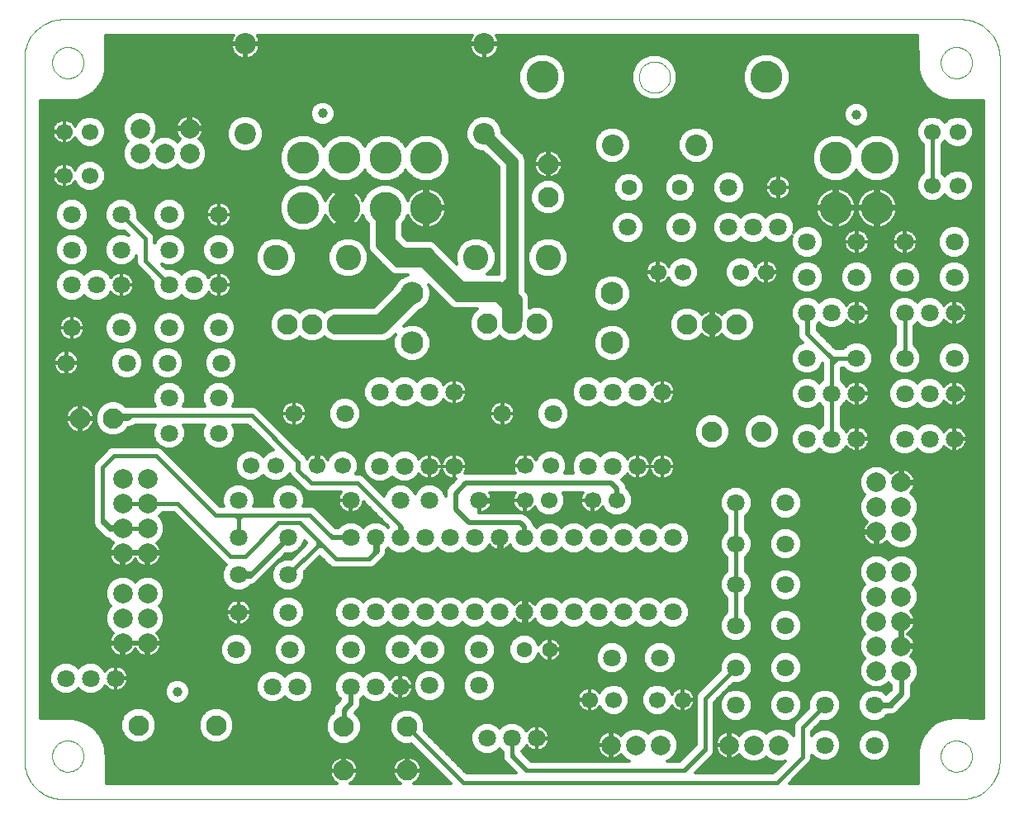
<source format=gtl>
G75*
%MOIN*%
%OFA0B0*%
%FSLAX24Y24*%
%IPPOS*%
%LPD*%
%AMOC8*
5,1,8,0,0,1.08239X$1,22.5*
%
%ADD10C,0.0000*%
%ADD11C,0.0394*%
%ADD12C,0.0709*%
%ADD13C,0.0669*%
%ADD14C,0.0630*%
%ADD15C,0.0827*%
%ADD16C,0.0787*%
%ADD17C,0.1024*%
%ADD18C,0.0866*%
%ADD19C,0.1299*%
%ADD20C,0.0906*%
%ADD21C,0.0118*%
%ADD22C,0.0100*%
%ADD23C,0.0150*%
%ADD24C,0.0400*%
%ADD25C,0.0160*%
%ADD26C,0.0200*%
%ADD27C,0.0800*%
%ADD28C,0.0120*%
%ADD29C,0.0500*%
D10*
X002390Y008381D02*
X038610Y008381D01*
X038610Y008385D02*
X038687Y008387D01*
X038764Y008393D01*
X038841Y008402D01*
X038917Y008415D01*
X038993Y008432D01*
X039067Y008453D01*
X039141Y008477D01*
X039213Y008505D01*
X039283Y008536D01*
X039352Y008571D01*
X039420Y008609D01*
X039485Y008650D01*
X039548Y008695D01*
X039609Y008743D01*
X039668Y008793D01*
X039724Y008846D01*
X039777Y008902D01*
X039827Y008961D01*
X039875Y009022D01*
X039920Y009085D01*
X039961Y009150D01*
X039999Y009218D01*
X040034Y009287D01*
X040065Y009357D01*
X040093Y009429D01*
X040117Y009503D01*
X040138Y009577D01*
X040155Y009653D01*
X040168Y009729D01*
X040177Y009806D01*
X040183Y009883D01*
X040185Y009960D01*
X040185Y038306D01*
X040183Y038383D01*
X040177Y038460D01*
X040168Y038537D01*
X040155Y038613D01*
X040138Y038689D01*
X040117Y038763D01*
X040093Y038837D01*
X040065Y038909D01*
X040034Y038979D01*
X039999Y039048D01*
X039961Y039116D01*
X039920Y039181D01*
X039875Y039244D01*
X039827Y039305D01*
X039777Y039364D01*
X039724Y039420D01*
X039668Y039473D01*
X039609Y039523D01*
X039548Y039571D01*
X039485Y039616D01*
X039420Y039657D01*
X039352Y039695D01*
X039283Y039730D01*
X039213Y039761D01*
X039141Y039789D01*
X039067Y039813D01*
X038993Y039834D01*
X038917Y039851D01*
X038841Y039864D01*
X038764Y039873D01*
X038687Y039879D01*
X038610Y039881D01*
X002390Y039881D01*
X002313Y039879D01*
X002236Y039873D01*
X002159Y039864D01*
X002083Y039851D01*
X002007Y039834D01*
X001933Y039813D01*
X001859Y039789D01*
X001787Y039761D01*
X001717Y039730D01*
X001648Y039695D01*
X001580Y039657D01*
X001515Y039616D01*
X001452Y039571D01*
X001391Y039523D01*
X001332Y039473D01*
X001276Y039420D01*
X001223Y039364D01*
X001173Y039305D01*
X001125Y039244D01*
X001080Y039181D01*
X001039Y039116D01*
X001001Y039048D01*
X000966Y038979D01*
X000935Y038909D01*
X000907Y038837D01*
X000883Y038763D01*
X000862Y038689D01*
X000845Y038613D01*
X000832Y038537D01*
X000823Y038460D01*
X000817Y038383D01*
X000815Y038306D01*
X000815Y009960D01*
X000817Y009883D01*
X000823Y009806D01*
X000832Y009729D01*
X000845Y009653D01*
X000862Y009577D01*
X000883Y009503D01*
X000907Y009429D01*
X000935Y009357D01*
X000966Y009287D01*
X001001Y009218D01*
X001039Y009150D01*
X001080Y009085D01*
X001125Y009022D01*
X001173Y008961D01*
X001223Y008902D01*
X001276Y008846D01*
X001332Y008793D01*
X001391Y008743D01*
X001452Y008695D01*
X001515Y008650D01*
X001580Y008609D01*
X001648Y008571D01*
X001717Y008536D01*
X001787Y008505D01*
X001859Y008477D01*
X001933Y008453D01*
X002007Y008432D01*
X002083Y008415D01*
X002159Y008402D01*
X002236Y008393D01*
X002313Y008387D01*
X002390Y008385D01*
X001937Y010133D02*
X001939Y010183D01*
X001945Y010233D01*
X001955Y010282D01*
X001969Y010330D01*
X001986Y010377D01*
X002007Y010422D01*
X002032Y010466D01*
X002060Y010507D01*
X002092Y010546D01*
X002126Y010583D01*
X002163Y010617D01*
X002203Y010647D01*
X002245Y010674D01*
X002289Y010698D01*
X002335Y010719D01*
X002382Y010735D01*
X002430Y010748D01*
X002480Y010757D01*
X002529Y010762D01*
X002580Y010763D01*
X002630Y010760D01*
X002679Y010753D01*
X002728Y010742D01*
X002776Y010727D01*
X002822Y010709D01*
X002867Y010687D01*
X002910Y010661D01*
X002951Y010632D01*
X002990Y010600D01*
X003026Y010565D01*
X003058Y010527D01*
X003088Y010487D01*
X003115Y010444D01*
X003138Y010400D01*
X003157Y010354D01*
X003173Y010306D01*
X003185Y010257D01*
X003193Y010208D01*
X003197Y010158D01*
X003197Y010108D01*
X003193Y010058D01*
X003185Y010009D01*
X003173Y009960D01*
X003157Y009912D01*
X003138Y009866D01*
X003115Y009822D01*
X003088Y009779D01*
X003058Y009739D01*
X003026Y009701D01*
X002990Y009666D01*
X002951Y009634D01*
X002910Y009605D01*
X002867Y009579D01*
X002822Y009557D01*
X002776Y009539D01*
X002728Y009524D01*
X002679Y009513D01*
X002630Y009506D01*
X002580Y009503D01*
X002529Y009504D01*
X002480Y009509D01*
X002430Y009518D01*
X002382Y009531D01*
X002335Y009547D01*
X002289Y009568D01*
X002245Y009592D01*
X002203Y009619D01*
X002163Y009649D01*
X002126Y009683D01*
X002092Y009720D01*
X002060Y009759D01*
X002032Y009800D01*
X002007Y009844D01*
X001986Y009889D01*
X001969Y009936D01*
X001955Y009984D01*
X001945Y010033D01*
X001939Y010083D01*
X001937Y010133D01*
X025618Y037544D02*
X025620Y037594D01*
X025626Y037644D01*
X025636Y037693D01*
X025650Y037741D01*
X025667Y037788D01*
X025688Y037833D01*
X025713Y037877D01*
X025741Y037918D01*
X025773Y037957D01*
X025807Y037994D01*
X025844Y038028D01*
X025884Y038058D01*
X025926Y038085D01*
X025970Y038109D01*
X026016Y038130D01*
X026063Y038146D01*
X026111Y038159D01*
X026161Y038168D01*
X026210Y038173D01*
X026261Y038174D01*
X026311Y038171D01*
X026360Y038164D01*
X026409Y038153D01*
X026457Y038138D01*
X026503Y038120D01*
X026548Y038098D01*
X026591Y038072D01*
X026632Y038043D01*
X026671Y038011D01*
X026707Y037976D01*
X026739Y037938D01*
X026769Y037898D01*
X026796Y037855D01*
X026819Y037811D01*
X026838Y037765D01*
X026854Y037717D01*
X026866Y037668D01*
X026874Y037619D01*
X026878Y037569D01*
X026878Y037519D01*
X026874Y037469D01*
X026866Y037420D01*
X026854Y037371D01*
X026838Y037323D01*
X026819Y037277D01*
X026796Y037233D01*
X026769Y037190D01*
X026739Y037150D01*
X026707Y037112D01*
X026671Y037077D01*
X026632Y037045D01*
X026591Y037016D01*
X026548Y036990D01*
X026503Y036968D01*
X026457Y036950D01*
X026409Y036935D01*
X026360Y036924D01*
X026311Y036917D01*
X026261Y036914D01*
X026210Y036915D01*
X026161Y036920D01*
X026111Y036929D01*
X026063Y036942D01*
X026016Y036958D01*
X025970Y036979D01*
X025926Y037003D01*
X025884Y037030D01*
X025844Y037060D01*
X025807Y037094D01*
X025773Y037131D01*
X025741Y037170D01*
X025713Y037211D01*
X025688Y037255D01*
X025667Y037300D01*
X025650Y037347D01*
X025636Y037395D01*
X025626Y037444D01*
X025620Y037494D01*
X025618Y037544D01*
X037803Y038129D02*
X037805Y038179D01*
X037811Y038229D01*
X037821Y038278D01*
X037835Y038326D01*
X037852Y038373D01*
X037873Y038418D01*
X037898Y038462D01*
X037926Y038503D01*
X037958Y038542D01*
X037992Y038579D01*
X038029Y038613D01*
X038069Y038643D01*
X038111Y038670D01*
X038155Y038694D01*
X038201Y038715D01*
X038248Y038731D01*
X038296Y038744D01*
X038346Y038753D01*
X038395Y038758D01*
X038446Y038759D01*
X038496Y038756D01*
X038545Y038749D01*
X038594Y038738D01*
X038642Y038723D01*
X038688Y038705D01*
X038733Y038683D01*
X038776Y038657D01*
X038817Y038628D01*
X038856Y038596D01*
X038892Y038561D01*
X038924Y038523D01*
X038954Y038483D01*
X038981Y038440D01*
X039004Y038396D01*
X039023Y038350D01*
X039039Y038302D01*
X039051Y038253D01*
X039059Y038204D01*
X039063Y038154D01*
X039063Y038104D01*
X039059Y038054D01*
X039051Y038005D01*
X039039Y037956D01*
X039023Y037908D01*
X039004Y037862D01*
X038981Y037818D01*
X038954Y037775D01*
X038924Y037735D01*
X038892Y037697D01*
X038856Y037662D01*
X038817Y037630D01*
X038776Y037601D01*
X038733Y037575D01*
X038688Y037553D01*
X038642Y037535D01*
X038594Y037520D01*
X038545Y037509D01*
X038496Y037502D01*
X038446Y037499D01*
X038395Y037500D01*
X038346Y037505D01*
X038296Y037514D01*
X038248Y037527D01*
X038201Y037543D01*
X038155Y037564D01*
X038111Y037588D01*
X038069Y037615D01*
X038029Y037645D01*
X037992Y037679D01*
X037958Y037716D01*
X037926Y037755D01*
X037898Y037796D01*
X037873Y037840D01*
X037852Y037885D01*
X037835Y037932D01*
X037821Y037980D01*
X037811Y038029D01*
X037805Y038079D01*
X037803Y038129D01*
X037803Y010133D02*
X037805Y010183D01*
X037811Y010233D01*
X037821Y010282D01*
X037835Y010330D01*
X037852Y010377D01*
X037873Y010422D01*
X037898Y010466D01*
X037926Y010507D01*
X037958Y010546D01*
X037992Y010583D01*
X038029Y010617D01*
X038069Y010647D01*
X038111Y010674D01*
X038155Y010698D01*
X038201Y010719D01*
X038248Y010735D01*
X038296Y010748D01*
X038346Y010757D01*
X038395Y010762D01*
X038446Y010763D01*
X038496Y010760D01*
X038545Y010753D01*
X038594Y010742D01*
X038642Y010727D01*
X038688Y010709D01*
X038733Y010687D01*
X038776Y010661D01*
X038817Y010632D01*
X038856Y010600D01*
X038892Y010565D01*
X038924Y010527D01*
X038954Y010487D01*
X038981Y010444D01*
X039004Y010400D01*
X039023Y010354D01*
X039039Y010306D01*
X039051Y010257D01*
X039059Y010208D01*
X039063Y010158D01*
X039063Y010108D01*
X039059Y010058D01*
X039051Y010009D01*
X039039Y009960D01*
X039023Y009912D01*
X039004Y009866D01*
X038981Y009822D01*
X038954Y009779D01*
X038924Y009739D01*
X038892Y009701D01*
X038856Y009666D01*
X038817Y009634D01*
X038776Y009605D01*
X038733Y009579D01*
X038688Y009557D01*
X038642Y009539D01*
X038594Y009524D01*
X038545Y009513D01*
X038496Y009506D01*
X038446Y009503D01*
X038395Y009504D01*
X038346Y009509D01*
X038296Y009518D01*
X038248Y009531D01*
X038201Y009547D01*
X038155Y009568D01*
X038111Y009592D01*
X038069Y009619D01*
X038029Y009649D01*
X037992Y009683D01*
X037958Y009720D01*
X037926Y009759D01*
X037898Y009800D01*
X037873Y009844D01*
X037852Y009889D01*
X037835Y009936D01*
X037821Y009984D01*
X037811Y010033D01*
X037805Y010083D01*
X037803Y010133D01*
X001937Y038129D02*
X001939Y038179D01*
X001945Y038229D01*
X001955Y038278D01*
X001969Y038326D01*
X001986Y038373D01*
X002007Y038418D01*
X002032Y038462D01*
X002060Y038503D01*
X002092Y038542D01*
X002126Y038579D01*
X002163Y038613D01*
X002203Y038643D01*
X002245Y038670D01*
X002289Y038694D01*
X002335Y038715D01*
X002382Y038731D01*
X002430Y038744D01*
X002480Y038753D01*
X002529Y038758D01*
X002580Y038759D01*
X002630Y038756D01*
X002679Y038749D01*
X002728Y038738D01*
X002776Y038723D01*
X002822Y038705D01*
X002867Y038683D01*
X002910Y038657D01*
X002951Y038628D01*
X002990Y038596D01*
X003026Y038561D01*
X003058Y038523D01*
X003088Y038483D01*
X003115Y038440D01*
X003138Y038396D01*
X003157Y038350D01*
X003173Y038302D01*
X003185Y038253D01*
X003193Y038204D01*
X003197Y038154D01*
X003197Y038104D01*
X003193Y038054D01*
X003185Y038005D01*
X003173Y037956D01*
X003157Y037908D01*
X003138Y037862D01*
X003115Y037818D01*
X003088Y037775D01*
X003058Y037735D01*
X003026Y037697D01*
X002990Y037662D01*
X002951Y037630D01*
X002910Y037601D01*
X002867Y037575D01*
X002822Y037553D01*
X002776Y037535D01*
X002728Y037520D01*
X002679Y037509D01*
X002630Y037502D01*
X002580Y037499D01*
X002529Y037500D01*
X002480Y037505D01*
X002430Y037514D01*
X002382Y037527D01*
X002335Y037543D01*
X002289Y037564D01*
X002245Y037588D01*
X002203Y037615D01*
X002163Y037645D01*
X002126Y037679D01*
X002092Y037716D01*
X002060Y037755D01*
X002032Y037796D01*
X002007Y037840D01*
X001986Y037885D01*
X001969Y037932D01*
X001955Y037980D01*
X001945Y038029D01*
X001939Y038079D01*
X001937Y038129D01*
D11*
X012859Y036080D03*
X034398Y036034D03*
X006992Y012738D03*
D12*
X004492Y013273D03*
X003492Y013273D03*
X002492Y013273D03*
X009378Y014434D03*
X009461Y015940D03*
X009461Y017446D03*
X009461Y018952D03*
X009461Y020458D03*
X011461Y020458D03*
X011461Y018952D03*
X011461Y017446D03*
X011461Y015940D03*
X011543Y014434D03*
X011827Y012938D03*
X010827Y012938D03*
X013988Y012938D03*
X014988Y012938D03*
X015988Y012938D03*
X017177Y012977D03*
X017177Y014434D03*
X015988Y014434D03*
X016000Y015946D03*
X015000Y015946D03*
X014000Y015946D03*
X013988Y014434D03*
X017000Y015946D03*
X018000Y015946D03*
X019000Y015946D03*
X020000Y015946D03*
X021000Y015946D03*
X022000Y015946D03*
X023000Y015946D03*
X024000Y015946D03*
X025000Y015946D03*
X026000Y015946D03*
X027000Y015946D03*
X026465Y014099D03*
X024535Y014099D03*
X021500Y010851D03*
X020500Y010851D03*
X019500Y010851D03*
X019177Y012977D03*
X019177Y014434D03*
X019000Y018946D03*
X020000Y018946D03*
X021000Y018946D03*
X022000Y018946D03*
X023000Y018946D03*
X024000Y018946D03*
X025000Y018946D03*
X026000Y018946D03*
X027000Y018946D03*
X029539Y018706D03*
X029539Y020359D03*
X031539Y020359D03*
X031539Y018706D03*
X031539Y017052D03*
X031539Y015399D03*
X031539Y013706D03*
X031539Y012190D03*
X033122Y012190D03*
X033122Y010576D03*
X035122Y010576D03*
X035122Y012190D03*
X029539Y012190D03*
X029539Y013706D03*
X029539Y015399D03*
X029539Y017052D03*
X026567Y021832D03*
X025567Y021832D03*
X024567Y021832D03*
X023567Y021832D03*
X022154Y023962D03*
X023567Y024832D03*
X024567Y024832D03*
X025567Y024832D03*
X026567Y024832D03*
X032413Y024769D03*
X033413Y024769D03*
X034413Y024769D03*
X034413Y026206D03*
X034413Y028036D03*
X033413Y028036D03*
X032413Y028036D03*
X032413Y029473D03*
X032413Y030891D03*
X031244Y031481D03*
X030244Y031481D03*
X029244Y031481D03*
X029244Y033095D03*
X031244Y033095D03*
X034413Y030891D03*
X034413Y029473D03*
X036350Y029473D03*
X036350Y028036D03*
X037350Y028036D03*
X038350Y028036D03*
X038350Y029473D03*
X038350Y030891D03*
X036350Y030891D03*
X036350Y026206D03*
X036350Y024769D03*
X037350Y024769D03*
X038350Y024769D03*
X038350Y026206D03*
X038350Y022938D03*
X037350Y022938D03*
X036350Y022938D03*
X034413Y022938D03*
X033413Y022938D03*
X032413Y022938D03*
X032413Y026206D03*
X027331Y031481D03*
X025165Y031481D03*
X018161Y024832D03*
X017161Y024832D03*
X016161Y024832D03*
X015161Y024832D03*
X013748Y023962D03*
X011701Y023962D03*
X008665Y024592D03*
X008665Y023174D03*
X006665Y023174D03*
X006665Y024592D03*
X006583Y026009D03*
X006665Y027426D03*
X006665Y029158D03*
X007665Y029158D03*
X008665Y029158D03*
X008665Y030576D03*
X008665Y031993D03*
X006665Y031993D03*
X006665Y030576D03*
X004728Y030576D03*
X004728Y031993D03*
X002728Y031993D03*
X002728Y030576D03*
X002728Y029158D03*
X003728Y029158D03*
X004728Y029158D03*
X004728Y027426D03*
X004949Y026009D03*
X002508Y026009D03*
X002728Y027426D03*
X008665Y027426D03*
X008748Y026009D03*
X013988Y020458D03*
X015161Y021832D03*
X016161Y021832D03*
X017161Y021832D03*
X018161Y021832D03*
X017177Y020458D03*
X015988Y020458D03*
X016000Y018946D03*
X015000Y018946D03*
X014000Y018946D03*
X017000Y018946D03*
X018000Y018946D03*
X019177Y020458D03*
X020106Y023962D03*
D13*
X021031Y021855D03*
X022055Y021855D03*
X021992Y020458D03*
X021016Y020458D03*
X023752Y020458D03*
X024728Y020458D03*
X024610Y012406D03*
X023634Y012406D03*
X026366Y012406D03*
X027390Y012406D03*
X013650Y021855D03*
X012626Y021855D03*
X010972Y021855D03*
X009949Y021855D03*
X003453Y033568D03*
X002429Y033568D03*
X002429Y035340D03*
X003453Y035340D03*
X026386Y029670D03*
X027409Y029670D03*
X029732Y029670D03*
X030756Y029670D03*
X037469Y033174D03*
X038492Y033174D03*
X038492Y035340D03*
X037469Y035340D03*
D14*
X027272Y033095D03*
X025224Y033095D03*
X022016Y014434D03*
X020992Y014434D03*
D15*
X016268Y011316D03*
X016268Y009544D03*
X013709Y009544D03*
X013709Y011316D03*
X008567Y011375D03*
X005417Y011375D03*
X004398Y023765D03*
X003059Y023765D03*
X011429Y027564D03*
X012429Y027564D03*
X013429Y027564D03*
X019500Y027588D03*
X020500Y027588D03*
X021500Y027588D03*
X021957Y032702D03*
X021957Y034040D03*
X027571Y027556D03*
X028571Y027556D03*
X029571Y027556D03*
X028575Y023233D03*
X030575Y023233D03*
D16*
X035213Y021182D03*
X036213Y021182D03*
X036213Y020182D03*
X035213Y020182D03*
X035213Y019182D03*
X036213Y019182D03*
X036213Y017576D03*
X036213Y016576D03*
X035213Y016576D03*
X035213Y017576D03*
X035213Y015576D03*
X036213Y015576D03*
X036213Y014576D03*
X035213Y014576D03*
X035213Y013576D03*
X036213Y013576D03*
X031264Y010576D03*
X030264Y010576D03*
X029264Y010576D03*
X026500Y010576D03*
X025500Y010576D03*
X024500Y010576D03*
X005787Y014694D03*
X004787Y014694D03*
X004787Y015694D03*
X004787Y016694D03*
X005787Y016694D03*
X005787Y015694D03*
X005787Y018328D03*
X004787Y018328D03*
X004787Y019328D03*
X004787Y020328D03*
X004787Y021328D03*
X005787Y021328D03*
X005787Y020328D03*
X005787Y019328D03*
X005484Y034462D03*
X005484Y035462D03*
X006484Y034462D03*
X007484Y034462D03*
X007484Y035462D03*
D17*
X010972Y030261D03*
X013886Y030261D03*
X019043Y030261D03*
X021957Y030261D03*
D18*
X024555Y034808D03*
X027941Y034808D03*
X019378Y035261D03*
X019378Y038883D03*
X009732Y038883D03*
X009732Y035261D03*
D19*
X012075Y034277D03*
X013728Y034277D03*
X015382Y034277D03*
X017035Y034277D03*
X017035Y032269D03*
X015382Y032269D03*
X013728Y032269D03*
X012075Y032269D03*
X021720Y037544D03*
X030776Y037544D03*
X033571Y034277D03*
X035224Y034277D03*
X035224Y032269D03*
X033571Y032269D03*
D20*
X024535Y028820D03*
X024535Y026820D03*
X016465Y026820D03*
X016465Y028820D03*
D21*
X015939Y029358D02*
X009140Y029358D01*
X009141Y029356D02*
X009104Y029428D01*
X009057Y029493D01*
X009000Y029550D01*
X008934Y029598D01*
X008862Y029634D01*
X008786Y029659D01*
X008706Y029672D01*
X008675Y029672D01*
X008675Y029168D01*
X009179Y029168D01*
X009179Y029199D01*
X009166Y029279D01*
X009141Y029356D01*
X009172Y029241D02*
X015825Y029241D01*
X015827Y029246D02*
X015774Y029118D01*
X014919Y028263D01*
X013603Y028263D01*
X013571Y028276D01*
X013287Y028276D01*
X013026Y028168D01*
X012929Y028072D01*
X012833Y028168D01*
X012571Y028276D01*
X012287Y028276D01*
X012026Y028168D01*
X011929Y028072D01*
X011833Y028168D01*
X011571Y028276D01*
X011287Y028276D01*
X011026Y028168D01*
X010825Y027968D01*
X010717Y027706D01*
X010717Y027422D01*
X010825Y027160D01*
X011026Y026960D01*
X011287Y026852D01*
X011571Y026852D01*
X011833Y026960D01*
X011929Y027056D01*
X012026Y026960D01*
X012287Y026852D01*
X012571Y026852D01*
X012833Y026960D01*
X012929Y027056D01*
X013026Y026960D01*
X013287Y026852D01*
X013571Y026852D01*
X013603Y026865D01*
X015348Y026865D01*
X015605Y026971D01*
X015791Y027157D01*
X015713Y026969D01*
X015713Y026670D01*
X015827Y026394D01*
X016039Y026183D01*
X016315Y026068D01*
X016614Y026068D01*
X016890Y026183D01*
X017102Y026394D01*
X017216Y026670D01*
X017216Y026969D01*
X017102Y027246D01*
X016890Y027457D01*
X016614Y027572D01*
X016315Y027572D01*
X016127Y027494D01*
X016763Y028130D01*
X016890Y028183D01*
X017102Y028394D01*
X017216Y028670D01*
X017216Y028969D01*
X017144Y029144D01*
X017998Y028291D01*
X018055Y028233D01*
X018184Y028180D01*
X019085Y028180D01*
X018896Y027991D01*
X018788Y027729D01*
X018788Y027446D01*
X018896Y027184D01*
X019096Y026984D01*
X019358Y026875D01*
X019642Y026875D01*
X019904Y026984D01*
X020000Y027080D01*
X020096Y026984D01*
X020358Y026875D01*
X020642Y026875D01*
X020904Y026984D01*
X021000Y027080D01*
X021096Y026984D01*
X021358Y026875D01*
X021642Y026875D01*
X021904Y026984D01*
X022104Y027184D01*
X022212Y027446D01*
X022212Y027729D01*
X022104Y027991D01*
X021904Y028192D01*
X021642Y028300D01*
X021358Y028300D01*
X021201Y028235D01*
X021201Y028629D01*
X021198Y028636D01*
X021198Y028686D01*
X021145Y028814D01*
X021049Y028910D01*
X021049Y034248D01*
X020965Y034450D01*
X020811Y034604D01*
X020110Y035305D01*
X020110Y035406D01*
X019999Y035676D01*
X019793Y035881D01*
X019524Y035993D01*
X019233Y035993D01*
X018963Y035881D01*
X018757Y035676D01*
X018646Y035406D01*
X018646Y035115D01*
X018757Y034846D01*
X018963Y034640D01*
X019233Y034529D01*
X019334Y034529D01*
X019951Y033912D01*
X019951Y029591D01*
X019705Y029591D01*
X019686Y029583D01*
X019516Y029583D01*
X019515Y029583D01*
X019512Y029583D01*
X019731Y029801D01*
X019854Y030100D01*
X019854Y030422D01*
X019731Y030720D01*
X019503Y030948D01*
X019205Y031072D01*
X018882Y031072D01*
X018584Y030948D01*
X018356Y030720D01*
X018232Y030422D01*
X018232Y030100D01*
X018279Y029986D01*
X017609Y030657D01*
X017412Y030853D01*
X017410Y030854D01*
X017357Y030907D01*
X017229Y030960D01*
X016269Y030960D01*
X016234Y030995D01*
X016082Y031148D01*
X016082Y031627D01*
X016186Y031731D01*
X016284Y031969D01*
X016309Y031910D01*
X016362Y031818D01*
X016426Y031734D01*
X016501Y031659D01*
X016585Y031595D01*
X016677Y031542D01*
X016775Y031501D01*
X016877Y031474D01*
X016976Y031461D01*
X016976Y032210D01*
X017094Y032210D01*
X017094Y031461D01*
X017194Y031474D01*
X017296Y031501D01*
X017394Y031542D01*
X017486Y031595D01*
X017570Y031659D01*
X017645Y031734D01*
X017709Y031818D01*
X017762Y031910D01*
X017803Y032008D01*
X017830Y032111D01*
X017843Y032210D01*
X017094Y032210D01*
X017094Y032328D01*
X016976Y032328D01*
X016976Y033077D01*
X016877Y033064D01*
X016775Y033036D01*
X016677Y032996D01*
X016585Y032943D01*
X016501Y032878D01*
X016426Y032803D01*
X016362Y032719D01*
X016309Y032627D01*
X016284Y032569D01*
X016186Y032806D01*
X015919Y033073D01*
X015571Y033217D01*
X015193Y033217D01*
X014845Y033073D01*
X014578Y032806D01*
X014479Y032569D01*
X014455Y032627D01*
X014402Y032719D01*
X014338Y032803D01*
X014263Y032878D01*
X014179Y032943D01*
X014087Y032996D01*
X013989Y033036D01*
X013886Y033064D01*
X013787Y033077D01*
X013787Y032328D01*
X013669Y032328D01*
X013669Y033077D01*
X013570Y033064D01*
X013468Y033036D01*
X013370Y032996D01*
X013278Y032943D01*
X013194Y032878D01*
X013119Y032803D01*
X013055Y032719D01*
X013002Y032627D01*
X012977Y032569D01*
X012879Y032806D01*
X012612Y033073D01*
X012264Y033217D01*
X011886Y033217D01*
X011537Y033073D01*
X011271Y032806D01*
X011126Y032457D01*
X011126Y032080D01*
X011271Y031731D01*
X011537Y031464D01*
X011886Y031320D01*
X012264Y031320D01*
X012612Y031464D01*
X012879Y031731D01*
X012977Y031969D01*
X013002Y031910D01*
X013055Y031818D01*
X013119Y031734D01*
X013194Y031659D01*
X013278Y031595D01*
X013370Y031542D01*
X013468Y031501D01*
X013570Y031474D01*
X013669Y031461D01*
X013669Y032210D01*
X013787Y032210D01*
X013787Y031461D01*
X013886Y031474D01*
X013989Y031501D01*
X014087Y031542D01*
X014179Y031595D01*
X014263Y031659D01*
X014338Y031734D01*
X014402Y031818D01*
X014455Y031910D01*
X014479Y031969D01*
X014578Y031731D01*
X014681Y031628D01*
X014681Y030647D01*
X014734Y030518D01*
X014789Y030463D01*
X014789Y030463D01*
X015246Y030006D01*
X015387Y029865D01*
X015584Y029668D01*
X015636Y029616D01*
X015764Y029563D01*
X015838Y029563D01*
X015841Y029562D01*
X016291Y029562D01*
X016039Y029457D01*
X015827Y029246D01*
X015777Y029125D02*
X009179Y029125D01*
X009179Y029118D02*
X009179Y029149D01*
X008675Y029149D01*
X008675Y029168D01*
X008656Y029168D01*
X008656Y029672D01*
X008625Y029672D01*
X008545Y029659D01*
X008468Y029634D01*
X008396Y029598D01*
X008331Y029550D01*
X008274Y029493D01*
X008248Y029458D01*
X008219Y029529D01*
X008035Y029712D01*
X007795Y029812D01*
X007535Y029812D01*
X007295Y029712D01*
X007165Y029582D01*
X007035Y029712D01*
X006795Y029812D01*
X006541Y029812D01*
X006356Y029997D01*
X006535Y029922D01*
X006795Y029922D01*
X007035Y030022D01*
X007219Y030206D01*
X007319Y030446D01*
X007319Y030706D01*
X007219Y030946D01*
X007035Y031130D01*
X006795Y031229D01*
X006535Y031229D01*
X006295Y031130D01*
X006111Y030946D01*
X006075Y030858D01*
X006075Y031095D01*
X006018Y031233D01*
X005913Y031338D01*
X005913Y031338D01*
X005382Y031869D01*
X005382Y032123D01*
X005282Y032363D01*
X005098Y032547D01*
X004858Y032646D01*
X004598Y032646D01*
X004358Y032547D01*
X004174Y032363D01*
X004075Y032123D01*
X004075Y031863D01*
X004174Y031623D01*
X004358Y031439D01*
X004598Y031340D01*
X004853Y031340D01*
X005038Y031155D01*
X004858Y031229D01*
X004598Y031229D01*
X004358Y031130D01*
X004174Y030946D01*
X004075Y030706D01*
X004075Y030446D01*
X004174Y030206D01*
X004358Y030022D01*
X004598Y029922D01*
X004858Y029922D01*
X005098Y030022D01*
X005282Y030206D01*
X005327Y030313D01*
X005327Y030049D01*
X005384Y029911D01*
X006012Y029283D01*
X006012Y029028D01*
X006111Y028788D01*
X006295Y028605D01*
X006535Y028505D01*
X006795Y028505D01*
X007035Y028605D01*
X007165Y028734D01*
X007295Y028605D01*
X007535Y028505D01*
X007795Y028505D01*
X008035Y028605D01*
X008219Y028788D01*
X008248Y028859D01*
X008274Y028824D01*
X008331Y028767D01*
X008396Y028719D01*
X008468Y028683D01*
X008545Y028658D01*
X008625Y028645D01*
X008656Y028645D01*
X008656Y029149D01*
X008675Y029149D01*
X008675Y028645D01*
X008706Y028645D01*
X008786Y028658D01*
X008862Y028683D01*
X008934Y028719D01*
X009000Y028767D01*
X009057Y028824D01*
X009104Y028889D01*
X009141Y028961D01*
X009166Y029038D01*
X009179Y029118D01*
X009156Y029008D02*
X015664Y029008D01*
X015548Y028891D02*
X009106Y028891D01*
X009008Y028775D02*
X015431Y028775D01*
X015314Y028658D02*
X008787Y028658D01*
X008675Y028658D02*
X008656Y028658D01*
X008543Y028658D02*
X008089Y028658D01*
X008206Y028775D02*
X008323Y028775D01*
X008656Y028775D02*
X008675Y028775D01*
X008675Y028891D02*
X008656Y028891D01*
X008656Y029008D02*
X008675Y029008D01*
X008675Y029125D02*
X008656Y029125D01*
X008656Y029241D02*
X008675Y029241D01*
X008675Y029358D02*
X008656Y029358D01*
X008656Y029475D02*
X008675Y029475D01*
X008675Y029591D02*
X008656Y029591D01*
X008388Y029591D02*
X008157Y029591D01*
X008242Y029475D02*
X008260Y029475D01*
X008040Y029708D02*
X010379Y029708D01*
X010285Y029801D02*
X010513Y029573D01*
X010811Y029450D01*
X011134Y029450D01*
X011432Y029573D01*
X011660Y029801D01*
X011783Y030100D01*
X011783Y030422D01*
X011660Y030720D01*
X011432Y030948D01*
X011134Y031072D01*
X010811Y031072D01*
X010513Y030948D01*
X010285Y030720D01*
X010162Y030422D01*
X010162Y030100D01*
X010285Y029801D01*
X010276Y029824D02*
X006528Y029824D01*
X006490Y029941D02*
X006412Y029941D01*
X006840Y029941D02*
X008490Y029941D01*
X008535Y029922D02*
X008795Y029922D01*
X009035Y030022D01*
X009219Y030206D01*
X009319Y030446D01*
X009319Y030706D01*
X009219Y030946D01*
X009035Y031130D01*
X008795Y031229D01*
X008535Y031229D01*
X008295Y031130D01*
X008111Y030946D01*
X008012Y030706D01*
X008012Y030446D01*
X008111Y030206D01*
X008295Y030022D01*
X008535Y029922D01*
X008840Y029941D02*
X010227Y029941D01*
X010179Y030058D02*
X009071Y030058D01*
X009188Y030174D02*
X010162Y030174D01*
X010162Y030291D02*
X009255Y030291D01*
X009303Y030407D02*
X010162Y030407D01*
X010204Y030524D02*
X009319Y030524D01*
X009319Y030641D02*
X010252Y030641D01*
X010322Y030757D02*
X009297Y030757D01*
X009249Y030874D02*
X010439Y030874D01*
X010615Y030990D02*
X009175Y030990D01*
X009058Y031107D02*
X014681Y031107D01*
X014681Y030990D02*
X014243Y030990D01*
X014345Y030948D02*
X014047Y031072D01*
X013725Y031072D01*
X013427Y030948D01*
X013198Y030720D01*
X013075Y030422D01*
X013075Y030100D01*
X013198Y029801D01*
X013427Y029573D01*
X013725Y029450D01*
X014047Y029450D01*
X014345Y029573D01*
X014573Y029801D01*
X014697Y030100D01*
X014697Y030422D01*
X014573Y030720D01*
X014345Y030948D01*
X014420Y030874D02*
X014681Y030874D01*
X014681Y030757D02*
X014536Y030757D01*
X014606Y030641D02*
X014683Y030641D01*
X014654Y030524D02*
X014732Y030524D01*
X014697Y030407D02*
X014845Y030407D01*
X014961Y030291D02*
X014697Y030291D01*
X014697Y030174D02*
X015078Y030174D01*
X015195Y030058D02*
X014679Y030058D01*
X014631Y029941D02*
X015311Y029941D01*
X015428Y029824D02*
X014583Y029824D01*
X014480Y029708D02*
X015544Y029708D01*
X015584Y029668D02*
X015584Y029668D01*
X015696Y029591D02*
X014363Y029591D01*
X014107Y029475D02*
X016081Y029475D01*
X015198Y028542D02*
X007884Y028542D01*
X007447Y028542D02*
X006884Y028542D01*
X007089Y028658D02*
X007242Y028658D01*
X007035Y027980D02*
X006795Y028080D01*
X006535Y028080D01*
X006295Y027980D01*
X006111Y027796D01*
X006012Y027556D01*
X006012Y027296D01*
X006111Y027056D01*
X006295Y026872D01*
X006535Y026773D01*
X006795Y026773D01*
X007035Y026872D01*
X007219Y027056D01*
X007319Y027296D01*
X007319Y027556D01*
X007219Y027796D01*
X007035Y027980D01*
X007057Y027959D02*
X008274Y027959D01*
X008295Y027980D02*
X008111Y027796D01*
X008012Y027556D01*
X008012Y027296D01*
X008111Y027056D01*
X008295Y026872D01*
X008535Y026773D01*
X008795Y026773D01*
X009035Y026872D01*
X009219Y027056D01*
X009319Y027296D01*
X009319Y027556D01*
X009219Y027796D01*
X009035Y027980D01*
X008795Y028080D01*
X008535Y028080D01*
X008295Y027980D01*
X008157Y027842D02*
X007174Y027842D01*
X007249Y027725D02*
X008082Y027725D01*
X008034Y027609D02*
X007297Y027609D01*
X007319Y027492D02*
X008012Y027492D01*
X008012Y027376D02*
X007319Y027376D01*
X007303Y027259D02*
X008027Y027259D01*
X008076Y027142D02*
X007255Y027142D01*
X007189Y027026D02*
X008142Y027026D01*
X008258Y026909D02*
X007072Y026909D01*
X006843Y026793D02*
X008488Y026793D01*
X008618Y026662D02*
X008378Y026563D01*
X008194Y026379D01*
X008095Y026139D01*
X008095Y025879D01*
X008194Y025639D01*
X008378Y025455D01*
X008618Y025355D01*
X008878Y025355D01*
X009118Y025455D01*
X009302Y025639D01*
X009401Y025879D01*
X009401Y026139D01*
X009302Y026379D01*
X009118Y026563D01*
X008878Y026662D01*
X008618Y026662D01*
X008843Y026793D02*
X015713Y026793D01*
X015713Y026909D02*
X015454Y026909D01*
X015659Y027026D02*
X015736Y027026D01*
X015776Y027142D02*
X015784Y027142D01*
X015713Y026676D02*
X001471Y026676D01*
X001471Y026793D02*
X004551Y026793D01*
X004598Y026773D02*
X004858Y026773D01*
X005098Y026872D01*
X005282Y027056D01*
X005382Y027296D01*
X005382Y027556D01*
X005282Y027796D01*
X005098Y027980D01*
X004858Y028080D01*
X004598Y028080D01*
X004358Y027980D01*
X004174Y027796D01*
X004075Y027556D01*
X004075Y027296D01*
X004174Y027056D01*
X004358Y026872D01*
X004598Y026773D01*
X004579Y026563D02*
X004395Y026379D01*
X004295Y026139D01*
X004295Y025879D01*
X004395Y025639D01*
X004579Y025455D01*
X004819Y025355D01*
X005079Y025355D01*
X005319Y025455D01*
X005503Y025639D01*
X005602Y025879D01*
X005602Y026139D01*
X005503Y026379D01*
X005319Y026563D01*
X005079Y026662D01*
X004819Y026662D01*
X004579Y026563D01*
X004575Y026559D02*
X001471Y026559D01*
X001471Y026443D02*
X002232Y026443D01*
X002239Y026448D02*
X002173Y026400D01*
X002116Y026343D01*
X002069Y026278D01*
X002032Y026206D01*
X002007Y026129D01*
X001994Y026049D01*
X001994Y026019D01*
X002498Y026019D01*
X002498Y026522D01*
X002467Y026522D01*
X002388Y026510D01*
X002311Y026485D01*
X002239Y026448D01*
X002104Y026326D02*
X001471Y026326D01*
X001471Y026209D02*
X002034Y026209D01*
X002001Y026093D02*
X001471Y026093D01*
X001471Y025976D02*
X001994Y025976D01*
X001994Y025968D02*
X002007Y025889D01*
X002032Y025812D01*
X002069Y025740D01*
X002116Y025674D01*
X002173Y025617D01*
X002239Y025570D01*
X002311Y025533D01*
X002388Y025508D01*
X002467Y025495D01*
X002498Y025495D01*
X002498Y025999D01*
X001994Y025999D01*
X001994Y025968D01*
X002017Y025860D02*
X001471Y025860D01*
X001471Y025743D02*
X002067Y025743D01*
X002164Y025626D02*
X001471Y025626D01*
X001471Y025510D02*
X002382Y025510D01*
X002498Y025510D02*
X002518Y025510D01*
X002518Y025495D02*
X002548Y025495D01*
X002628Y025508D01*
X002705Y025533D01*
X002777Y025570D01*
X002842Y025617D01*
X002899Y025674D01*
X002947Y025740D01*
X002984Y025812D01*
X003009Y025889D01*
X003021Y025968D01*
X003021Y025999D01*
X002518Y025999D01*
X002518Y026019D01*
X003021Y026019D01*
X003021Y026049D01*
X003009Y026129D01*
X002984Y026206D01*
X002947Y026278D01*
X002899Y026343D01*
X002842Y026400D01*
X002777Y026448D01*
X002705Y026485D01*
X002628Y026510D01*
X002548Y026522D01*
X002518Y026522D01*
X002518Y026019D01*
X002498Y026019D01*
X002498Y025999D01*
X002518Y025999D01*
X002518Y025495D01*
X002633Y025510D02*
X004524Y025510D01*
X004407Y025626D02*
X002851Y025626D01*
X002949Y025743D02*
X004352Y025743D01*
X004303Y025860D02*
X002999Y025860D01*
X003021Y025976D02*
X004295Y025976D01*
X004295Y026093D02*
X003014Y026093D01*
X002982Y026209D02*
X004325Y026209D01*
X004373Y026326D02*
X002912Y026326D01*
X002784Y026443D02*
X004459Y026443D01*
X004321Y026909D02*
X001471Y026909D01*
X001471Y027026D02*
X002406Y027026D01*
X002394Y027035D02*
X002459Y026987D01*
X002531Y026950D01*
X002608Y026925D01*
X002688Y026913D01*
X002719Y026913D01*
X002719Y027416D01*
X002738Y027416D01*
X002738Y026913D01*
X002769Y026913D01*
X002849Y026925D01*
X002925Y026950D01*
X002997Y026987D01*
X003063Y027035D01*
X003120Y027092D01*
X003167Y027157D01*
X003204Y027229D01*
X003229Y027306D01*
X003242Y027386D01*
X003242Y027416D01*
X002738Y027416D01*
X002738Y027436D01*
X002719Y027436D01*
X002719Y027940D01*
X002688Y027940D01*
X002608Y027927D01*
X002531Y027902D01*
X002459Y027865D01*
X002394Y027818D01*
X002337Y027761D01*
X002289Y027695D01*
X002253Y027623D01*
X002228Y027546D01*
X002215Y027467D01*
X002215Y027436D01*
X002718Y027436D01*
X002718Y027416D01*
X002215Y027416D01*
X002215Y027386D01*
X002228Y027306D01*
X002253Y027229D01*
X002289Y027157D01*
X002337Y027092D01*
X002394Y027035D01*
X002300Y027142D02*
X001471Y027142D01*
X001471Y027259D02*
X002243Y027259D01*
X002217Y027376D02*
X001471Y027376D01*
X001471Y027492D02*
X002219Y027492D01*
X002248Y027609D02*
X001471Y027609D01*
X001471Y027725D02*
X002311Y027725D01*
X002427Y027842D02*
X001471Y027842D01*
X001471Y027959D02*
X004337Y027959D01*
X004220Y027842D02*
X003029Y027842D01*
X002997Y027865D02*
X002925Y027902D01*
X002849Y027927D01*
X002769Y027940D01*
X002738Y027940D01*
X002738Y027436D01*
X003242Y027436D01*
X003242Y027467D01*
X003229Y027546D01*
X003204Y027623D01*
X003167Y027695D01*
X003120Y027761D01*
X003063Y027818D01*
X002997Y027865D01*
X003146Y027725D02*
X004145Y027725D01*
X004097Y027609D02*
X003209Y027609D01*
X003238Y027492D02*
X004075Y027492D01*
X004075Y027376D02*
X003240Y027376D01*
X003214Y027259D02*
X004090Y027259D01*
X004139Y027142D02*
X003157Y027142D01*
X003051Y027026D02*
X004205Y027026D01*
X004906Y026793D02*
X006488Y026793D01*
X006453Y026662D02*
X006213Y026563D01*
X006029Y026379D01*
X005929Y026139D01*
X005929Y025879D01*
X006029Y025639D01*
X006213Y025455D01*
X006453Y025355D01*
X006713Y025355D01*
X006953Y025455D01*
X007137Y025639D01*
X007236Y025879D01*
X007236Y026139D01*
X007137Y026379D01*
X006953Y026563D01*
X006713Y026662D01*
X006453Y026662D01*
X006209Y026559D02*
X005322Y026559D01*
X005439Y026443D02*
X006092Y026443D01*
X006007Y026326D02*
X005525Y026326D01*
X005573Y026209D02*
X005959Y026209D01*
X005929Y026093D02*
X005602Y026093D01*
X005602Y025976D02*
X005929Y025976D01*
X005937Y025860D02*
X005594Y025860D01*
X005546Y025743D02*
X005986Y025743D01*
X006041Y025626D02*
X005490Y025626D01*
X005374Y025510D02*
X006158Y025510D01*
X006362Y025393D02*
X005170Y025393D01*
X004728Y025393D02*
X001471Y025393D01*
X001471Y025277D02*
X014682Y025277D01*
X014608Y025202D02*
X014508Y024962D01*
X014508Y024702D01*
X014608Y024462D01*
X014791Y024278D01*
X015031Y024178D01*
X015291Y024178D01*
X015532Y024278D01*
X015661Y024408D01*
X015791Y024278D01*
X016031Y024178D01*
X016291Y024178D01*
X016532Y024278D01*
X016661Y024408D01*
X016791Y024278D01*
X017031Y024178D01*
X017291Y024178D01*
X017532Y024278D01*
X017715Y024462D01*
X017745Y024532D01*
X017770Y024497D01*
X017827Y024440D01*
X017892Y024393D01*
X017964Y024356D01*
X018041Y024331D01*
X018121Y024318D01*
X018152Y024318D01*
X018152Y024822D01*
X018171Y024822D01*
X018171Y024318D01*
X018202Y024318D01*
X018282Y024331D01*
X018358Y024356D01*
X018430Y024393D01*
X018496Y024440D01*
X018553Y024497D01*
X018601Y024563D01*
X018637Y024635D01*
X018662Y024711D01*
X018675Y024791D01*
X018675Y024822D01*
X018171Y024822D01*
X018171Y024842D01*
X018152Y024842D01*
X018152Y025345D01*
X018121Y025345D01*
X018041Y025332D01*
X017964Y025307D01*
X017892Y025271D01*
X017827Y025223D01*
X017770Y025166D01*
X017745Y025131D01*
X017715Y025202D01*
X017532Y025386D01*
X017291Y025485D01*
X017031Y025485D01*
X016791Y025386D01*
X016661Y025256D01*
X016532Y025386D01*
X016291Y025485D01*
X016031Y025485D01*
X015791Y025386D01*
X015661Y025256D01*
X015532Y025386D01*
X015291Y025485D01*
X015031Y025485D01*
X014791Y025386D01*
X014608Y025202D01*
X014590Y025160D02*
X009000Y025160D01*
X009035Y025145D02*
X008795Y025245D01*
X008535Y025245D01*
X008295Y025145D01*
X008111Y024962D01*
X008012Y024721D01*
X008012Y024462D01*
X008097Y024257D01*
X007234Y024257D01*
X007319Y024462D01*
X007319Y024721D01*
X007219Y024962D01*
X007035Y025145D01*
X006795Y025245D01*
X006535Y025245D01*
X006295Y025145D01*
X006111Y024962D01*
X006012Y024721D01*
X006012Y024462D01*
X006097Y024257D01*
X004913Y024257D01*
X004801Y024369D01*
X004539Y024477D01*
X004256Y024477D01*
X003994Y024369D01*
X003794Y024168D01*
X003685Y023906D01*
X003685Y023623D01*
X003794Y023361D01*
X003994Y023161D01*
X004256Y023052D01*
X004539Y023052D01*
X004801Y023161D01*
X005002Y023361D01*
X005010Y023382D01*
X005079Y023382D01*
X005211Y023437D01*
X005220Y023446D01*
X005224Y023448D01*
X005285Y023509D01*
X006097Y023509D01*
X006012Y023304D01*
X006012Y023044D01*
X006111Y022804D01*
X006295Y022620D01*
X006535Y022521D01*
X006795Y022521D01*
X007035Y022620D01*
X007219Y022804D01*
X007319Y023044D01*
X007319Y023304D01*
X007234Y023509D01*
X008097Y023509D01*
X008012Y023304D01*
X008012Y023044D01*
X008111Y022804D01*
X008295Y022620D01*
X008535Y022521D01*
X008795Y022521D01*
X009035Y022620D01*
X009219Y022804D01*
X009319Y023044D01*
X009319Y023304D01*
X009234Y023509D01*
X009840Y023509D01*
X010860Y022489D01*
X010846Y022489D01*
X010613Y022393D01*
X010461Y022240D01*
X010308Y022393D01*
X010075Y022489D01*
X009823Y022489D01*
X009590Y022393D01*
X009412Y022214D01*
X009315Y021981D01*
X009315Y021729D01*
X009412Y021496D01*
X009590Y021318D01*
X009823Y021222D01*
X010075Y021222D01*
X010308Y021318D01*
X010461Y021471D01*
X010613Y021318D01*
X010846Y021222D01*
X011098Y021222D01*
X011331Y021318D01*
X011510Y021496D01*
X011517Y021513D01*
X011525Y021493D01*
X012065Y020953D01*
X012170Y020848D01*
X012308Y020791D01*
X013596Y020791D01*
X013549Y020727D01*
X013512Y020655D01*
X013487Y020578D01*
X013475Y020498D01*
X013475Y020468D01*
X013978Y020468D01*
X013978Y020448D01*
X013475Y020448D01*
X013475Y020417D01*
X013487Y020337D01*
X013512Y020261D01*
X013549Y020189D01*
X013597Y020123D01*
X013654Y020066D01*
X013719Y020019D01*
X013791Y019982D01*
X013868Y019957D01*
X013948Y019944D01*
X013978Y019944D01*
X013978Y020448D01*
X013998Y020448D01*
X013998Y019944D01*
X014029Y019944D01*
X014108Y019957D01*
X014185Y019982D01*
X014257Y020019D01*
X014323Y020066D01*
X014380Y020123D01*
X014427Y020189D01*
X014464Y020261D01*
X014489Y020337D01*
X014498Y020398D01*
X015513Y019383D01*
X015500Y019370D01*
X015370Y019500D01*
X015130Y019599D01*
X014870Y019599D01*
X014630Y019500D01*
X014500Y019370D01*
X014370Y019500D01*
X014130Y019599D01*
X013870Y019599D01*
X013630Y019500D01*
X013495Y019365D01*
X013368Y019365D01*
X012664Y020069D01*
X012565Y020167D01*
X012437Y020221D01*
X012393Y020221D01*
X012392Y020221D01*
X012070Y020221D01*
X012114Y020328D01*
X012114Y020588D01*
X012015Y020828D01*
X011831Y021012D01*
X011591Y021111D01*
X011331Y021111D01*
X011091Y021012D01*
X010907Y020828D01*
X010807Y020588D01*
X010807Y020328D01*
X010851Y020221D01*
X010070Y020221D01*
X010114Y020328D01*
X010114Y020588D01*
X010015Y020828D01*
X009831Y021012D01*
X009591Y021111D01*
X009331Y021111D01*
X009091Y021012D01*
X008907Y020828D01*
X008807Y020588D01*
X008807Y020328D01*
X008851Y020221D01*
X008700Y020221D01*
X006450Y022472D01*
X006345Y022577D01*
X006207Y022634D01*
X004365Y022634D01*
X004227Y022577D01*
X003758Y022108D01*
X003653Y022003D01*
X003596Y021865D01*
X003596Y019587D01*
X003598Y019582D01*
X003598Y019496D01*
X003651Y019368D01*
X003967Y019052D01*
X004065Y018954D01*
X004193Y018901D01*
X004234Y018901D01*
X004395Y018740D01*
X004412Y018734D01*
X004366Y018688D01*
X004315Y018617D01*
X004275Y018540D01*
X004248Y018457D01*
X004236Y018377D01*
X004738Y018377D01*
X004738Y018279D01*
X004236Y018279D01*
X004248Y018198D01*
X004275Y018116D01*
X004315Y018038D01*
X004366Y017968D01*
X004427Y017906D01*
X004498Y017855D01*
X004575Y017815D01*
X004658Y017789D01*
X004738Y017776D01*
X004738Y018279D01*
X004837Y018279D01*
X004837Y018377D01*
X005339Y018377D01*
X005738Y018377D01*
X005738Y018279D01*
X004837Y018279D01*
X004837Y017776D01*
X004917Y017789D01*
X005000Y017815D01*
X005077Y017855D01*
X005147Y017906D01*
X005209Y017968D01*
X005260Y018038D01*
X005287Y018092D01*
X005315Y018038D01*
X005366Y017968D01*
X005427Y017906D01*
X005498Y017855D01*
X005575Y017815D01*
X005658Y017789D01*
X005738Y017776D01*
X005738Y018279D01*
X005837Y018279D01*
X005837Y018377D01*
X006339Y018377D01*
X006327Y018457D01*
X006300Y018540D01*
X006260Y018617D01*
X006209Y018688D01*
X006163Y018734D01*
X006180Y018740D01*
X006375Y018935D01*
X006480Y019190D01*
X006480Y019466D01*
X006375Y019720D01*
X006267Y019828D01*
X006375Y019935D01*
X006382Y019954D01*
X006854Y019954D01*
X008923Y017884D01*
X008960Y017869D01*
X008907Y017816D01*
X008807Y017576D01*
X008807Y017316D01*
X008907Y017076D01*
X009091Y016892D01*
X009331Y016792D01*
X009591Y016792D01*
X009831Y016892D01*
X009964Y017025D01*
X010011Y017025D01*
X010139Y017078D01*
X011359Y018298D01*
X011591Y018298D01*
X011831Y018398D01*
X012015Y018582D01*
X012114Y018822D01*
X012114Y018826D01*
X012213Y018727D01*
X011585Y018099D01*
X011331Y018099D01*
X011091Y018000D01*
X010907Y017816D01*
X010807Y017576D01*
X010807Y017316D01*
X010907Y017076D01*
X011091Y016892D01*
X011331Y016792D01*
X011591Y016792D01*
X011831Y016892D01*
X012015Y017076D01*
X012114Y017316D01*
X012114Y017570D01*
X012742Y018198D01*
X013066Y017875D01*
X013171Y017770D01*
X013308Y017713D01*
X014406Y017713D01*
X014408Y017712D01*
X014811Y017712D01*
X014939Y017765D01*
X015037Y017863D01*
X015386Y018212D01*
X015439Y018340D01*
X015439Y018461D01*
X015500Y018522D01*
X015630Y018392D01*
X015870Y018292D01*
X016130Y018292D01*
X016370Y018392D01*
X016500Y018522D01*
X016630Y018392D01*
X016870Y018292D01*
X017130Y018292D01*
X017370Y018392D01*
X017500Y018522D01*
X017630Y018392D01*
X017870Y018292D01*
X018130Y018292D01*
X018370Y018392D01*
X018500Y018522D01*
X018630Y018392D01*
X018870Y018292D01*
X019130Y018292D01*
X019370Y018392D01*
X019554Y018576D01*
X019583Y018646D01*
X019608Y018611D01*
X019666Y018554D01*
X019731Y018507D01*
X019803Y018470D01*
X019880Y018445D01*
X019960Y018432D01*
X019990Y018432D01*
X019990Y018936D01*
X020010Y018936D01*
X020010Y018432D01*
X020040Y018432D01*
X020120Y018445D01*
X020197Y018470D01*
X020269Y018507D01*
X020334Y018554D01*
X020392Y018611D01*
X020417Y018646D01*
X020446Y018576D01*
X020630Y018392D01*
X020870Y018292D01*
X021130Y018292D01*
X021370Y018392D01*
X021500Y018522D01*
X021630Y018392D01*
X021870Y018292D01*
X022130Y018292D01*
X022370Y018392D01*
X022500Y018522D01*
X022630Y018392D01*
X022870Y018292D01*
X023130Y018292D01*
X023370Y018392D01*
X023500Y018522D01*
X023630Y018392D01*
X023870Y018292D01*
X024130Y018292D01*
X024370Y018392D01*
X024500Y018522D01*
X024630Y018392D01*
X024870Y018292D01*
X025130Y018292D01*
X025370Y018392D01*
X025500Y018522D01*
X025630Y018392D01*
X025870Y018292D01*
X026130Y018292D01*
X026370Y018392D01*
X026500Y018522D01*
X026630Y018392D01*
X026870Y018292D01*
X027130Y018292D01*
X027370Y018392D01*
X027554Y018576D01*
X027653Y018816D01*
X027653Y019076D01*
X027554Y019316D01*
X027370Y019500D01*
X027130Y019599D01*
X026870Y019599D01*
X026630Y019500D01*
X026500Y019370D01*
X026370Y019500D01*
X026130Y019599D01*
X025870Y019599D01*
X025630Y019500D01*
X025500Y019370D01*
X025370Y019500D01*
X025130Y019599D01*
X024870Y019599D01*
X024630Y019500D01*
X024500Y019370D01*
X024370Y019500D01*
X024130Y019599D01*
X023870Y019599D01*
X023630Y019500D01*
X023500Y019370D01*
X023370Y019500D01*
X023130Y019599D01*
X022870Y019599D01*
X022630Y019500D01*
X022500Y019370D01*
X022370Y019500D01*
X022130Y019599D01*
X021870Y019599D01*
X021630Y019500D01*
X021500Y019370D01*
X021399Y019471D01*
X021339Y019615D01*
X021227Y019727D01*
X021058Y019896D01*
X020911Y019957D01*
X019298Y019957D01*
X019374Y019982D01*
X019446Y020019D01*
X019512Y020066D01*
X019569Y020123D01*
X019616Y020189D01*
X019653Y020261D01*
X019678Y020337D01*
X019691Y020417D01*
X019691Y020448D01*
X019187Y020448D01*
X019187Y020468D01*
X019691Y020468D01*
X019691Y020498D01*
X019678Y020578D01*
X019653Y020655D01*
X019616Y020727D01*
X019594Y020757D01*
X020623Y020757D01*
X020593Y020716D01*
X020558Y020647D01*
X020534Y020573D01*
X020522Y020497D01*
X020522Y020468D01*
X021006Y020468D01*
X021006Y020448D01*
X020522Y020448D01*
X020522Y020419D01*
X020534Y020342D01*
X020558Y020268D01*
X020593Y020199D01*
X020639Y020136D01*
X020694Y020081D01*
X020757Y020035D01*
X020826Y020000D01*
X020900Y019976D01*
X020977Y019964D01*
X021006Y019964D01*
X021006Y020448D01*
X021026Y020448D01*
X021026Y019964D01*
X021055Y019964D01*
X021131Y019976D01*
X021205Y020000D01*
X021275Y020035D01*
X021337Y020081D01*
X021392Y020136D01*
X021422Y020177D01*
X021455Y020099D01*
X021633Y019920D01*
X021866Y019824D01*
X022118Y019824D01*
X022351Y019920D01*
X022529Y020099D01*
X022626Y020332D01*
X022626Y020584D01*
X022554Y020757D01*
X023360Y020757D01*
X023330Y020716D01*
X023294Y020647D01*
X023270Y020573D01*
X023258Y020497D01*
X023258Y020468D01*
X023742Y020468D01*
X023742Y020448D01*
X023258Y020448D01*
X023258Y020419D01*
X023270Y020342D01*
X023294Y020268D01*
X023330Y020199D01*
X023375Y020136D01*
X023430Y020081D01*
X023493Y020035D01*
X023562Y020000D01*
X023636Y019976D01*
X023713Y019964D01*
X023742Y019964D01*
X023742Y020448D01*
X023762Y020448D01*
X023762Y019964D01*
X023791Y019964D01*
X023868Y019976D01*
X023941Y020000D01*
X024011Y020035D01*
X024074Y020081D01*
X024129Y020136D01*
X024159Y020177D01*
X024191Y020099D01*
X024369Y019920D01*
X024602Y019824D01*
X024854Y019824D01*
X025087Y019920D01*
X025266Y020099D01*
X025362Y020332D01*
X025362Y020584D01*
X025266Y020817D01*
X025127Y020955D01*
X025127Y021011D01*
X025067Y021158D01*
X024942Y021283D01*
X025121Y021462D01*
X025150Y021532D01*
X025175Y021497D01*
X025232Y021440D01*
X025298Y021393D01*
X025370Y021356D01*
X025447Y021331D01*
X025527Y021318D01*
X025557Y021318D01*
X025557Y021822D01*
X025577Y021822D01*
X025577Y021842D01*
X025557Y021842D01*
X025557Y022345D01*
X025527Y022345D01*
X025447Y022332D01*
X025370Y022307D01*
X025298Y022271D01*
X025232Y022223D01*
X025175Y022166D01*
X025150Y022131D01*
X025121Y022202D01*
X024937Y022386D01*
X024697Y022485D01*
X024437Y022485D01*
X024197Y022386D01*
X024067Y022256D01*
X023937Y022386D01*
X023697Y022485D01*
X023437Y022485D01*
X023197Y022386D01*
X023013Y022202D01*
X022914Y021962D01*
X022914Y021702D01*
X022974Y021556D01*
X022617Y021556D01*
X022689Y021729D01*
X022689Y021981D01*
X022592Y022214D01*
X022414Y022393D01*
X022181Y022489D01*
X021929Y022489D01*
X021696Y022393D01*
X021518Y022214D01*
X021466Y022090D01*
X021454Y022114D01*
X021408Y022177D01*
X021353Y022232D01*
X021290Y022278D01*
X021221Y022313D01*
X021147Y022337D01*
X021070Y022349D01*
X021041Y022349D01*
X021041Y021865D01*
X021022Y021865D01*
X021022Y022349D01*
X020993Y022349D01*
X020916Y022337D01*
X020842Y022313D01*
X020773Y022278D01*
X020710Y022232D01*
X020655Y022177D01*
X020609Y022114D01*
X020574Y022045D01*
X020550Y021971D01*
X020538Y021894D01*
X020538Y021865D01*
X021022Y021865D01*
X021022Y021845D01*
X020538Y021845D01*
X020538Y021816D01*
X020550Y021740D01*
X020574Y021666D01*
X020609Y021597D01*
X020639Y021556D01*
X018595Y021556D01*
X018601Y021563D01*
X018637Y021635D01*
X018662Y021711D01*
X018675Y021791D01*
X018675Y021822D01*
X018171Y021822D01*
X018171Y021318D01*
X018202Y021318D01*
X018244Y021325D01*
X017878Y020959D01*
X017817Y020813D01*
X017817Y020619D01*
X017731Y020828D01*
X017547Y021012D01*
X017307Y021111D01*
X017047Y021111D01*
X016807Y021012D01*
X016623Y020828D01*
X016583Y020730D01*
X016542Y020828D01*
X016358Y021012D01*
X016118Y021111D01*
X015858Y021111D01*
X015618Y021012D01*
X015434Y020828D01*
X015344Y020610D01*
X014472Y021482D01*
X014334Y021539D01*
X014205Y021539D01*
X014283Y021729D01*
X014283Y021981D01*
X014187Y022214D01*
X014009Y022393D01*
X013776Y022489D01*
X013524Y022489D01*
X013291Y022393D01*
X013112Y022214D01*
X013061Y022090D01*
X013048Y022114D01*
X013003Y022177D01*
X012948Y022232D01*
X012885Y022278D01*
X012815Y022313D01*
X012742Y022337D01*
X012665Y022349D01*
X012636Y022349D01*
X012636Y021865D01*
X012616Y021865D01*
X012616Y022349D01*
X012587Y022349D01*
X012510Y022337D01*
X012436Y022313D01*
X012367Y022278D01*
X012304Y022232D01*
X012249Y022177D01*
X012219Y022134D01*
X012181Y022226D01*
X012160Y022247D01*
X012160Y022248D01*
X010312Y024095D01*
X010207Y024200D01*
X010070Y024257D01*
X009234Y024257D01*
X009319Y024462D01*
X009319Y024721D01*
X009219Y024962D01*
X009035Y025145D01*
X009138Y025043D02*
X014542Y025043D01*
X014508Y024927D02*
X009234Y024927D01*
X009282Y024810D02*
X014508Y024810D01*
X014511Y024694D02*
X009319Y024694D01*
X009319Y024577D02*
X013526Y024577D01*
X013618Y024615D02*
X013378Y024516D01*
X013194Y024332D01*
X013095Y024092D01*
X013095Y023832D01*
X013194Y023591D01*
X013378Y023408D01*
X013618Y023308D01*
X013878Y023308D01*
X014118Y023408D01*
X014302Y023591D01*
X014401Y023832D01*
X014401Y024092D01*
X014302Y024332D01*
X014118Y024516D01*
X013878Y024615D01*
X013618Y024615D01*
X013323Y024460D02*
X011827Y024460D01*
X011821Y024462D02*
X011741Y024475D01*
X011711Y024475D01*
X011711Y023971D01*
X012214Y023971D01*
X012214Y024002D01*
X012202Y024082D01*
X012177Y024159D01*
X012140Y024231D01*
X012092Y024296D01*
X012035Y024353D01*
X011970Y024401D01*
X011898Y024437D01*
X011821Y024462D01*
X011711Y024460D02*
X011691Y024460D01*
X011691Y024475D02*
X011660Y024475D01*
X011581Y024462D01*
X011504Y024437D01*
X011432Y024401D01*
X011366Y024353D01*
X011309Y024296D01*
X011262Y024231D01*
X011225Y024159D01*
X011200Y024082D01*
X011187Y024002D01*
X011187Y023971D01*
X011691Y023971D01*
X011691Y023952D01*
X011187Y023952D01*
X011187Y023921D01*
X011200Y023841D01*
X011225Y023765D01*
X011262Y023693D01*
X011309Y023627D01*
X011366Y023570D01*
X011432Y023523D01*
X011504Y023486D01*
X011581Y023461D01*
X011660Y023448D01*
X011691Y023448D01*
X011691Y023952D01*
X011711Y023952D01*
X011711Y023971D01*
X011691Y023971D01*
X011691Y024475D01*
X011574Y024460D02*
X009318Y024460D01*
X009270Y024344D02*
X011357Y024344D01*
X011260Y024227D02*
X010142Y024227D01*
X010297Y024110D02*
X011209Y024110D01*
X011187Y023994D02*
X010413Y023994D01*
X010530Y023877D02*
X011194Y023877D01*
X011227Y023761D02*
X010646Y023761D01*
X010763Y023644D02*
X011297Y023644D01*
X011425Y023527D02*
X010880Y023527D01*
X010996Y023411D02*
X013375Y023411D01*
X013258Y023527D02*
X011977Y023527D01*
X011970Y023523D02*
X012035Y023570D01*
X012092Y023627D01*
X012140Y023693D01*
X012177Y023765D01*
X012202Y023841D01*
X012214Y023921D01*
X012214Y023952D01*
X011711Y023952D01*
X011711Y023448D01*
X011741Y023448D01*
X011821Y023461D01*
X011898Y023486D01*
X011970Y023523D01*
X012105Y023644D02*
X013172Y023644D01*
X013124Y023761D02*
X012175Y023761D01*
X012207Y023877D02*
X013095Y023877D01*
X013095Y023994D02*
X012214Y023994D01*
X012192Y024110D02*
X013102Y024110D01*
X013151Y024227D02*
X012142Y024227D01*
X012045Y024344D02*
X013206Y024344D01*
X013970Y024577D02*
X014560Y024577D01*
X014609Y024460D02*
X014173Y024460D01*
X014290Y024344D02*
X014725Y024344D01*
X014914Y024227D02*
X014345Y024227D01*
X014394Y024110D02*
X019615Y024110D01*
X019606Y024082D02*
X019593Y024002D01*
X019593Y023971D01*
X020096Y023971D01*
X020096Y023952D01*
X019593Y023952D01*
X019593Y023921D01*
X019606Y023841D01*
X019631Y023765D01*
X019667Y023693D01*
X019715Y023627D01*
X019772Y023570D01*
X019837Y023523D01*
X019909Y023486D01*
X019986Y023461D01*
X020066Y023448D01*
X020096Y023448D01*
X020096Y023952D01*
X020116Y023952D01*
X020116Y023971D01*
X020620Y023971D01*
X020620Y024002D01*
X020607Y024082D01*
X020582Y024159D01*
X020545Y024231D01*
X020498Y024296D01*
X020441Y024353D01*
X020375Y024401D01*
X020303Y024437D01*
X020227Y024462D01*
X020147Y024475D01*
X020116Y024475D01*
X020116Y023971D01*
X020096Y023971D01*
X020096Y024475D01*
X020066Y024475D01*
X019986Y024462D01*
X019909Y024437D01*
X019837Y024401D01*
X019772Y024353D01*
X019715Y024296D01*
X019667Y024231D01*
X019631Y024159D01*
X019606Y024082D01*
X019593Y023994D02*
X014401Y023994D01*
X014401Y023877D02*
X019600Y023877D01*
X019633Y023761D02*
X014372Y023761D01*
X014324Y023644D02*
X019702Y023644D01*
X019830Y023527D02*
X014238Y023527D01*
X014121Y023411D02*
X021780Y023411D01*
X021783Y023408D02*
X022024Y023308D01*
X022284Y023308D01*
X022524Y023408D01*
X022707Y023591D01*
X022807Y023832D01*
X022807Y024092D01*
X022707Y024332D01*
X022524Y024516D01*
X022284Y024615D01*
X022024Y024615D01*
X021783Y024516D01*
X021600Y024332D01*
X021500Y024092D01*
X021500Y023832D01*
X021600Y023591D01*
X021783Y023408D01*
X021664Y023527D02*
X020382Y023527D01*
X020375Y023523D02*
X020441Y023570D01*
X020498Y023627D01*
X020545Y023693D01*
X020582Y023765D01*
X020607Y023841D01*
X020620Y023921D01*
X020620Y023952D01*
X020116Y023952D01*
X020116Y023448D01*
X020147Y023448D01*
X020227Y023461D01*
X020303Y023486D01*
X020375Y023523D01*
X020510Y023644D02*
X021578Y023644D01*
X021530Y023761D02*
X020580Y023761D01*
X020613Y023877D02*
X021500Y023877D01*
X021500Y023994D02*
X020620Y023994D01*
X020598Y024110D02*
X021508Y024110D01*
X021556Y024227D02*
X020547Y024227D01*
X020450Y024344D02*
X021612Y024344D01*
X021728Y024460D02*
X020233Y024460D01*
X020116Y024460D02*
X020096Y024460D01*
X019980Y024460D02*
X018516Y024460D01*
X018608Y024577D02*
X021932Y024577D01*
X022375Y024577D02*
X022965Y024577D01*
X023013Y024462D02*
X023197Y024278D01*
X023437Y024178D01*
X023697Y024178D01*
X023937Y024278D01*
X024067Y024408D01*
X024197Y024278D01*
X024437Y024178D01*
X024697Y024178D01*
X024937Y024278D01*
X025067Y024408D01*
X025197Y024278D01*
X025437Y024178D01*
X025697Y024178D01*
X025937Y024278D01*
X026121Y024462D01*
X026150Y024532D01*
X026175Y024497D01*
X026232Y024440D01*
X026298Y024393D01*
X026370Y024356D01*
X026447Y024331D01*
X026527Y024318D01*
X026557Y024318D01*
X026557Y024822D01*
X026577Y024822D01*
X026577Y024842D01*
X026557Y024842D01*
X026557Y025345D01*
X026527Y025345D01*
X026447Y025332D01*
X026370Y025307D01*
X026298Y025271D01*
X026232Y025223D01*
X026175Y025166D01*
X026150Y025131D01*
X026121Y025202D01*
X025937Y025386D01*
X025697Y025485D01*
X025437Y025485D01*
X025197Y025386D01*
X025067Y025256D01*
X024937Y025386D01*
X024697Y025485D01*
X024437Y025485D01*
X024197Y025386D01*
X024067Y025256D01*
X023937Y025386D01*
X023697Y025485D01*
X023437Y025485D01*
X023197Y025386D01*
X023013Y025202D01*
X022914Y024962D01*
X022914Y024702D01*
X023013Y024462D01*
X023014Y024460D02*
X022579Y024460D01*
X022695Y024344D02*
X023131Y024344D01*
X023319Y024227D02*
X022751Y024227D01*
X022799Y024110D02*
X033034Y024110D01*
X033034Y024224D02*
X033034Y023483D01*
X032913Y023362D01*
X032783Y023492D01*
X032543Y023591D01*
X032283Y023591D01*
X032043Y023492D01*
X031859Y023308D01*
X031760Y023068D01*
X031760Y022808D01*
X031859Y022568D01*
X032043Y022384D01*
X032283Y022285D01*
X032543Y022285D01*
X032783Y022384D01*
X032913Y022514D01*
X033043Y022384D01*
X033283Y022285D01*
X033543Y022285D01*
X033783Y022384D01*
X033967Y022568D01*
X033996Y022638D01*
X034022Y022604D01*
X034079Y022546D01*
X034144Y022499D01*
X034216Y022462D01*
X034293Y022437D01*
X034373Y022425D01*
X034404Y022425D01*
X034404Y022928D01*
X034423Y022928D01*
X034423Y022425D01*
X034454Y022425D01*
X034534Y022437D01*
X034610Y022462D01*
X034682Y022499D01*
X034748Y022546D01*
X034805Y022604D01*
X034852Y022669D01*
X034889Y022741D01*
X034914Y022818D01*
X034927Y022898D01*
X034927Y022928D01*
X034423Y022928D01*
X034423Y022948D01*
X034404Y022948D01*
X034404Y023451D01*
X034373Y023451D01*
X034293Y023439D01*
X034216Y023414D01*
X034144Y023377D01*
X034079Y023330D01*
X034022Y023272D01*
X033996Y023238D01*
X033967Y023308D01*
X033792Y023483D01*
X033792Y024224D01*
X033967Y024399D01*
X033996Y024469D01*
X034022Y024434D01*
X034079Y024377D01*
X034144Y024330D01*
X034216Y024293D01*
X034293Y024268D01*
X034373Y024255D01*
X034404Y024255D01*
X034404Y024759D01*
X034423Y024759D01*
X034423Y024255D01*
X034454Y024255D01*
X034534Y024268D01*
X034610Y024293D01*
X034682Y024330D01*
X034748Y024377D01*
X034805Y024434D01*
X034852Y024500D01*
X034889Y024572D01*
X034914Y024648D01*
X034927Y024728D01*
X034927Y024759D01*
X034423Y024759D01*
X034423Y024779D01*
X034404Y024779D01*
X034404Y025282D01*
X034373Y025282D01*
X034293Y025269D01*
X034216Y025244D01*
X034144Y025208D01*
X034079Y025160D01*
X034022Y025103D01*
X033996Y025068D01*
X033967Y025139D01*
X033792Y025314D01*
X033792Y025806D01*
X033889Y025806D01*
X034043Y025652D01*
X034283Y025552D01*
X034543Y025552D01*
X034783Y025652D01*
X034967Y025836D01*
X035067Y026076D01*
X035067Y026336D01*
X034967Y026576D01*
X034783Y026760D01*
X034543Y026859D01*
X034283Y026859D01*
X034043Y026760D01*
X033872Y026589D01*
X033567Y026589D01*
X032817Y027338D01*
X032817Y027516D01*
X032913Y027612D01*
X033043Y027482D01*
X033283Y027383D01*
X033543Y027383D01*
X033783Y027482D01*
X033967Y027666D01*
X033996Y027737D01*
X034022Y027702D01*
X034079Y027645D01*
X034144Y027597D01*
X034216Y027561D01*
X034293Y027536D01*
X034373Y027523D01*
X034404Y027523D01*
X034404Y028027D01*
X034423Y028027D01*
X034423Y028046D01*
X034404Y028046D01*
X034404Y028550D01*
X034373Y028550D01*
X034293Y028537D01*
X034216Y028512D01*
X034144Y028475D01*
X034079Y028428D01*
X034022Y028371D01*
X033996Y028336D01*
X033967Y028407D01*
X033783Y028590D01*
X033543Y028690D01*
X033283Y028690D01*
X033043Y028590D01*
X032913Y028460D01*
X032783Y028590D01*
X032543Y028690D01*
X032283Y028690D01*
X032043Y028590D01*
X031859Y028407D01*
X031760Y028166D01*
X031760Y027906D01*
X031859Y027666D01*
X032018Y027508D01*
X032018Y027127D01*
X032071Y026999D01*
X032169Y026900D01*
X032232Y026838D01*
X032043Y026760D01*
X031859Y026576D01*
X031760Y026336D01*
X031760Y026076D01*
X031859Y025836D01*
X032043Y025652D01*
X032283Y025552D01*
X032543Y025552D01*
X032783Y025652D01*
X032967Y025836D01*
X033034Y025997D01*
X033034Y025314D01*
X032913Y025193D01*
X032783Y025323D01*
X032543Y025422D01*
X032283Y025422D01*
X032043Y025323D01*
X031859Y025139D01*
X031760Y024899D01*
X031760Y024639D01*
X031859Y024399D01*
X032043Y024215D01*
X032283Y024115D01*
X032543Y024115D01*
X032783Y024215D01*
X032913Y024345D01*
X033034Y024224D01*
X033031Y024227D02*
X032796Y024227D01*
X032912Y024344D02*
X032914Y024344D01*
X033034Y023994D02*
X022807Y023994D01*
X022807Y023877D02*
X028268Y023877D01*
X028171Y023837D02*
X028433Y023946D01*
X028717Y023946D01*
X028978Y023837D01*
X029179Y023637D01*
X029287Y023375D01*
X029287Y023092D01*
X029179Y022830D01*
X028978Y022629D01*
X028717Y022521D01*
X028433Y022521D01*
X028171Y022629D01*
X027971Y022830D01*
X027862Y023092D01*
X027862Y023375D01*
X027971Y023637D01*
X028171Y023837D01*
X028095Y023761D02*
X022778Y023761D01*
X022729Y023644D02*
X027978Y023644D01*
X027926Y023527D02*
X022643Y023527D01*
X022527Y023411D02*
X027877Y023411D01*
X027862Y023294D02*
X011113Y023294D01*
X011230Y023178D02*
X027862Y023178D01*
X027875Y023061D02*
X011346Y023061D01*
X011463Y022944D02*
X027923Y022944D01*
X027973Y022828D02*
X011579Y022828D01*
X011696Y022711D02*
X028089Y022711D01*
X028255Y022595D02*
X011813Y022595D01*
X011929Y022478D02*
X013497Y022478D01*
X013259Y022361D02*
X012046Y022361D01*
X012162Y022245D02*
X012322Y022245D01*
X012616Y022245D02*
X012636Y022245D01*
X012636Y022128D02*
X012616Y022128D01*
X012616Y022011D02*
X012636Y022011D01*
X012636Y021895D02*
X012616Y021895D01*
X012930Y022245D02*
X013143Y022245D01*
X013077Y022128D02*
X013038Y022128D01*
X013802Y022478D02*
X015014Y022478D01*
X015031Y022485D02*
X014791Y022386D01*
X014608Y022202D01*
X014508Y021962D01*
X014508Y021702D01*
X014608Y021462D01*
X014791Y021278D01*
X015031Y021178D01*
X015291Y021178D01*
X015532Y021278D01*
X015661Y021408D01*
X015791Y021278D01*
X016031Y021178D01*
X016291Y021178D01*
X016532Y021278D01*
X016715Y021462D01*
X016745Y021532D01*
X016770Y021497D01*
X016827Y021440D01*
X016892Y021393D01*
X016964Y021356D01*
X017041Y021331D01*
X017121Y021318D01*
X017152Y021318D01*
X017152Y021822D01*
X017171Y021822D01*
X017171Y021318D01*
X017202Y021318D01*
X017282Y021331D01*
X017358Y021356D01*
X017430Y021393D01*
X017496Y021440D01*
X017553Y021497D01*
X017601Y021563D01*
X017637Y021635D01*
X017661Y021709D01*
X017686Y021635D01*
X017722Y021563D01*
X017770Y021497D01*
X017827Y021440D01*
X017892Y021393D01*
X017964Y021356D01*
X018041Y021331D01*
X018121Y021318D01*
X018152Y021318D01*
X018152Y021822D01*
X018171Y021822D01*
X018171Y021842D01*
X018152Y021842D01*
X018152Y022345D01*
X018121Y022345D01*
X018041Y022332D01*
X017964Y022307D01*
X017892Y022271D01*
X017827Y022223D01*
X017770Y022166D01*
X017722Y022101D01*
X017686Y022029D01*
X017661Y021954D01*
X017637Y022029D01*
X017601Y022101D01*
X017553Y022166D01*
X017496Y022223D01*
X017430Y022271D01*
X017358Y022307D01*
X017282Y022332D01*
X017202Y022345D01*
X017171Y022345D01*
X017171Y021842D01*
X017152Y021842D01*
X017152Y022345D01*
X017121Y022345D01*
X017041Y022332D01*
X016964Y022307D01*
X016892Y022271D01*
X016827Y022223D01*
X016770Y022166D01*
X016745Y022131D01*
X016715Y022202D01*
X016532Y022386D01*
X016291Y022485D01*
X016031Y022485D01*
X015791Y022386D01*
X015661Y022256D01*
X015532Y022386D01*
X015291Y022485D01*
X015031Y022485D01*
X015309Y022478D02*
X016014Y022478D01*
X015767Y022361D02*
X015556Y022361D01*
X016309Y022478D02*
X021902Y022478D01*
X021665Y022361D02*
X016556Y022361D01*
X016672Y022245D02*
X016856Y022245D01*
X017152Y022245D02*
X017171Y022245D01*
X017171Y022128D02*
X017152Y022128D01*
X017152Y022011D02*
X017171Y022011D01*
X017171Y021895D02*
X017152Y021895D01*
X017171Y021842D02*
X018152Y021842D01*
X018152Y021822D01*
X017648Y021822D01*
X017171Y021822D01*
X017171Y021842D01*
X017171Y021778D02*
X017152Y021778D01*
X017152Y021662D02*
X017171Y021662D01*
X017171Y021545D02*
X017152Y021545D01*
X017152Y021428D02*
X017171Y021428D01*
X017480Y021428D02*
X017843Y021428D01*
X017735Y021545D02*
X017588Y021545D01*
X017646Y021662D02*
X017677Y021662D01*
X017680Y022011D02*
X017643Y022011D01*
X017581Y022128D02*
X017742Y022128D01*
X017856Y022245D02*
X017466Y022245D01*
X018152Y022245D02*
X018171Y022245D01*
X018171Y022345D02*
X018171Y021842D01*
X018675Y021842D01*
X018675Y021872D01*
X018662Y021952D01*
X018637Y022029D01*
X018601Y022101D01*
X018553Y022166D01*
X018496Y022223D01*
X018430Y022271D01*
X018358Y022307D01*
X018282Y022332D01*
X018202Y022345D01*
X018171Y022345D01*
X018152Y022128D02*
X018171Y022128D01*
X018171Y022011D02*
X018152Y022011D01*
X018152Y021895D02*
X018171Y021895D01*
X018171Y021778D02*
X018152Y021778D01*
X018152Y021662D02*
X018171Y021662D01*
X018171Y021545D02*
X018152Y021545D01*
X018152Y021428D02*
X018171Y021428D01*
X018231Y021312D02*
X016566Y021312D01*
X016682Y021428D02*
X016843Y021428D01*
X016969Y021079D02*
X016197Y021079D01*
X016332Y021195D02*
X018114Y021195D01*
X017998Y021079D02*
X017385Y021079D01*
X017597Y020962D02*
X017881Y020962D01*
X017831Y020845D02*
X017713Y020845D01*
X017772Y020729D02*
X017817Y020729D01*
X016757Y020962D02*
X016408Y020962D01*
X016525Y020845D02*
X016641Y020845D01*
X015991Y021195D02*
X015332Y021195D01*
X015566Y021312D02*
X015757Y021312D01*
X015780Y021079D02*
X014875Y021079D01*
X014759Y021195D02*
X014991Y021195D01*
X014992Y020962D02*
X015568Y020962D01*
X015452Y020845D02*
X015109Y020845D01*
X015225Y020729D02*
X015393Y020729D01*
X015345Y020612D02*
X015342Y020612D01*
X014867Y020029D02*
X014272Y020029D01*
X014396Y020146D02*
X014750Y020146D01*
X014634Y020262D02*
X014465Y020262D01*
X014496Y020379D02*
X014517Y020379D01*
X014984Y019912D02*
X012820Y019912D01*
X012937Y019796D02*
X015100Y019796D01*
X015217Y019679D02*
X013054Y019679D01*
X013170Y019563D02*
X013782Y019563D01*
X013576Y019446D02*
X013287Y019446D01*
X013705Y020029D02*
X012704Y020029D01*
X012587Y020146D02*
X013580Y020146D01*
X013512Y020262D02*
X012087Y020262D01*
X012114Y020379D02*
X013481Y020379D01*
X013475Y020496D02*
X012114Y020496D01*
X012104Y020612D02*
X013499Y020612D01*
X013551Y020729D02*
X012056Y020729D01*
X011997Y020845D02*
X012176Y020845D01*
X012056Y020962D02*
X011880Y020962D01*
X011939Y021079D02*
X011669Y021079D01*
X011823Y021195D02*
X007726Y021195D01*
X007843Y021079D02*
X009252Y021079D01*
X009041Y020962D02*
X007959Y020962D01*
X008076Y020845D02*
X008924Y020845D01*
X008866Y020729D02*
X008193Y020729D01*
X008309Y020612D02*
X008817Y020612D01*
X008807Y020496D02*
X008426Y020496D01*
X008542Y020379D02*
X008807Y020379D01*
X008834Y020262D02*
X008659Y020262D01*
X009669Y021079D02*
X011252Y021079D01*
X011041Y020962D02*
X009880Y020962D01*
X009997Y020845D02*
X010924Y020845D01*
X010866Y020729D02*
X010056Y020729D01*
X010104Y020612D02*
X010817Y020612D01*
X010807Y020496D02*
X010114Y020496D01*
X010114Y020379D02*
X010807Y020379D01*
X010834Y020262D02*
X010087Y020262D01*
X010293Y021312D02*
X010629Y021312D01*
X010503Y021428D02*
X010418Y021428D01*
X010456Y022245D02*
X010466Y022245D01*
X010582Y022361D02*
X010339Y022361D01*
X010102Y022478D02*
X010820Y022478D01*
X010755Y022595D02*
X008973Y022595D01*
X009126Y022711D02*
X010638Y022711D01*
X010521Y022828D02*
X009229Y022828D01*
X009277Y022944D02*
X010405Y022944D01*
X010288Y023061D02*
X009319Y023061D01*
X009319Y023178D02*
X010172Y023178D01*
X010055Y023294D02*
X009319Y023294D01*
X009275Y023411D02*
X009938Y023411D01*
X009796Y022478D02*
X006443Y022478D01*
X006357Y022595D02*
X006302Y022595D01*
X006204Y022711D02*
X001470Y022711D01*
X001470Y022595D02*
X004270Y022595D01*
X004128Y022478D02*
X001470Y022478D01*
X001470Y022361D02*
X004012Y022361D01*
X003895Y022245D02*
X001470Y022245D01*
X001470Y022128D02*
X003778Y022128D01*
X003662Y022011D02*
X001470Y022011D01*
X001470Y021895D02*
X003608Y021895D01*
X003596Y021778D02*
X001470Y021778D01*
X001470Y021662D02*
X003596Y021662D01*
X003596Y021545D02*
X001470Y021545D01*
X001470Y021428D02*
X003596Y021428D01*
X003596Y021312D02*
X001470Y021312D01*
X001470Y021195D02*
X003596Y021195D01*
X003596Y021079D02*
X001470Y021079D01*
X001470Y020962D02*
X003596Y020962D01*
X003596Y020845D02*
X001470Y020845D01*
X001470Y020729D02*
X003596Y020729D01*
X003596Y020612D02*
X001470Y020612D01*
X001470Y020496D02*
X003596Y020496D01*
X003596Y020379D02*
X001470Y020379D01*
X001470Y020262D02*
X003596Y020262D01*
X003596Y020146D02*
X001470Y020146D01*
X001470Y020029D02*
X003596Y020029D01*
X003596Y019912D02*
X001470Y019912D01*
X001470Y019796D02*
X003596Y019796D01*
X003596Y019679D02*
X001470Y019679D01*
X001470Y019563D02*
X003598Y019563D01*
X003619Y019446D02*
X001470Y019446D01*
X001470Y019329D02*
X003690Y019329D01*
X003806Y019213D02*
X001470Y019213D01*
X001470Y019096D02*
X003923Y019096D01*
X004040Y018980D02*
X001470Y018980D01*
X001470Y018863D02*
X004272Y018863D01*
X004389Y018746D02*
X001470Y018746D01*
X001470Y018630D02*
X004324Y018630D01*
X004266Y018513D02*
X001470Y018513D01*
X001470Y018397D02*
X004239Y018397D01*
X004260Y018163D02*
X001470Y018163D01*
X001470Y018047D02*
X004310Y018047D01*
X004403Y017930D02*
X001470Y017930D01*
X001470Y017814D02*
X004581Y017814D01*
X004738Y017814D02*
X004837Y017814D01*
X004837Y017930D02*
X004738Y017930D01*
X004738Y018047D02*
X004837Y018047D01*
X004837Y018163D02*
X004738Y018163D01*
X004738Y018280D02*
X001470Y018280D01*
X001470Y017697D02*
X008857Y017697D01*
X008809Y017580D02*
X001470Y017580D01*
X001470Y017464D02*
X008807Y017464D01*
X008807Y017347D02*
X006021Y017347D01*
X005925Y017387D02*
X005650Y017387D01*
X005395Y017281D01*
X005287Y017174D01*
X005180Y017281D01*
X004925Y017387D01*
X004650Y017387D01*
X004395Y017281D01*
X004200Y017086D01*
X004095Y016832D01*
X004095Y016556D01*
X004200Y016301D01*
X004308Y016194D01*
X004200Y016086D01*
X004095Y015832D01*
X004095Y015556D01*
X004200Y015301D01*
X004395Y015107D01*
X004412Y015100D01*
X004366Y015054D01*
X004315Y014984D01*
X004275Y014906D01*
X004248Y014823D01*
X004236Y014743D01*
X004738Y014743D01*
X004738Y014645D01*
X004236Y014645D01*
X004248Y014564D01*
X004275Y014482D01*
X004315Y014404D01*
X004366Y014334D01*
X004427Y014272D01*
X004498Y014221D01*
X004575Y014182D01*
X004658Y014155D01*
X004738Y014142D01*
X004738Y014645D01*
X004837Y014645D01*
X004837Y014743D01*
X005339Y014743D01*
X005738Y014743D01*
X005738Y014645D01*
X004837Y014645D01*
X004837Y014142D01*
X004917Y014155D01*
X005000Y014182D01*
X005077Y014221D01*
X005147Y014272D01*
X005209Y014334D01*
X005260Y014404D01*
X005287Y014458D01*
X005315Y014404D01*
X005366Y014334D01*
X005427Y014272D01*
X005498Y014221D01*
X005575Y014182D01*
X005658Y014155D01*
X005738Y014142D01*
X005738Y014645D01*
X005837Y014645D01*
X005837Y014743D01*
X006339Y014743D01*
X006327Y014823D01*
X006300Y014906D01*
X006260Y014984D01*
X006209Y015054D01*
X006163Y015100D01*
X006180Y015107D01*
X006375Y015301D01*
X006480Y015556D01*
X006480Y015832D01*
X006375Y016086D01*
X006267Y016194D01*
X006375Y016301D01*
X006480Y016556D01*
X006480Y016832D01*
X006375Y017086D01*
X006180Y017281D01*
X005925Y017387D01*
X006231Y017230D02*
X008843Y017230D01*
X008891Y017114D02*
X006347Y017114D01*
X006412Y016997D02*
X008985Y016997D01*
X009118Y016881D02*
X006460Y016881D01*
X006480Y016764D02*
X028952Y016764D01*
X028985Y016682D02*
X029160Y016507D01*
X029160Y015944D01*
X028985Y015769D01*
X028886Y015529D01*
X028886Y015269D01*
X028985Y015028D01*
X029169Y014845D01*
X029409Y014745D01*
X029669Y014745D01*
X029909Y014845D01*
X030093Y015028D01*
X030193Y015269D01*
X030193Y015529D01*
X030093Y015769D01*
X029918Y015944D01*
X029918Y016507D01*
X030093Y016682D01*
X030193Y016922D01*
X030193Y017182D01*
X030093Y017422D01*
X029918Y017597D01*
X029918Y018161D01*
X030093Y018336D01*
X030193Y018576D01*
X030193Y018836D01*
X030093Y019076D01*
X029918Y019251D01*
X029918Y019814D01*
X030093Y019989D01*
X030193Y020229D01*
X030193Y020489D01*
X030093Y020729D01*
X029909Y020913D01*
X029669Y021013D01*
X029409Y021013D01*
X029169Y020913D01*
X028985Y020729D01*
X025302Y020729D01*
X025350Y020612D02*
X028937Y020612D01*
X028889Y020496D02*
X025362Y020496D01*
X025362Y020379D02*
X028886Y020379D01*
X028886Y020489D02*
X028886Y020229D01*
X028985Y019989D01*
X029160Y019814D01*
X029160Y019251D01*
X028985Y019076D01*
X028886Y018836D01*
X028886Y018576D01*
X028985Y018336D01*
X029160Y018161D01*
X029160Y017597D01*
X028985Y017422D01*
X028886Y017182D01*
X028886Y016922D01*
X028985Y016682D01*
X029020Y016647D02*
X006480Y016647D01*
X006470Y016531D02*
X011180Y016531D01*
X011091Y016494D02*
X010907Y016310D01*
X010807Y016070D01*
X010807Y015810D01*
X010907Y015570D01*
X011091Y015386D01*
X011331Y015287D01*
X011591Y015287D01*
X011831Y015386D01*
X012015Y015570D01*
X012114Y015810D01*
X012114Y016070D01*
X012015Y016310D01*
X011831Y016494D01*
X011591Y016593D01*
X011331Y016593D01*
X011091Y016494D01*
X011011Y016414D02*
X009661Y016414D01*
X009658Y016416D02*
X009581Y016441D01*
X009501Y016453D01*
X009470Y016453D01*
X009470Y015950D01*
X009451Y015950D01*
X009451Y016453D01*
X009420Y016453D01*
X009340Y016441D01*
X009264Y016416D01*
X009192Y016379D01*
X009126Y016332D01*
X009069Y016274D01*
X009022Y016209D01*
X008985Y016137D01*
X008960Y016060D01*
X008947Y015980D01*
X008947Y015950D01*
X009451Y015950D01*
X009451Y015930D01*
X009470Y015930D01*
X009470Y015427D01*
X009501Y015427D01*
X009581Y015439D01*
X009658Y015464D01*
X009730Y015501D01*
X009795Y015548D01*
X009852Y015606D01*
X009900Y015671D01*
X009936Y015743D01*
X009961Y015820D01*
X009974Y015900D01*
X009974Y015930D01*
X009470Y015930D01*
X009470Y015950D01*
X009974Y015950D01*
X009974Y015980D01*
X009961Y016060D01*
X009936Y016137D01*
X009900Y016209D01*
X009852Y016274D01*
X009795Y016332D01*
X009730Y016379D01*
X009658Y016416D01*
X009470Y016414D02*
X009451Y016414D01*
X009451Y016298D02*
X009470Y016298D01*
X009470Y016181D02*
X009451Y016181D01*
X009451Y016064D02*
X009470Y016064D01*
X009470Y015948D02*
X010807Y015948D01*
X010807Y016064D02*
X009960Y016064D01*
X009914Y016181D02*
X010853Y016181D01*
X010902Y016298D02*
X009829Y016298D01*
X009963Y015831D02*
X010807Y015831D01*
X010847Y015715D02*
X009922Y015715D01*
X009845Y015598D02*
X010895Y015598D01*
X010995Y015481D02*
X009691Y015481D01*
X009470Y015481D02*
X009451Y015481D01*
X009451Y015427D02*
X009451Y015930D01*
X008947Y015930D01*
X008947Y015900D01*
X008960Y015820D01*
X008985Y015743D01*
X009022Y015671D01*
X009069Y015606D01*
X009126Y015548D01*
X009192Y015501D01*
X009264Y015464D01*
X009340Y015439D01*
X009420Y015427D01*
X009451Y015427D01*
X009451Y015598D02*
X009470Y015598D01*
X009470Y015715D02*
X009451Y015715D01*
X009451Y015831D02*
X009470Y015831D01*
X009451Y015948D02*
X006432Y015948D01*
X006384Y016064D02*
X008961Y016064D01*
X009007Y016181D02*
X006280Y016181D01*
X006371Y016298D02*
X009092Y016298D01*
X009261Y016414D02*
X006421Y016414D01*
X006480Y015831D02*
X008958Y015831D01*
X008999Y015715D02*
X006480Y015715D01*
X006480Y015598D02*
X009077Y015598D01*
X009230Y015481D02*
X006449Y015481D01*
X006401Y015365D02*
X011142Y015365D01*
X011238Y015015D02*
X009683Y015015D01*
X009748Y014988D02*
X009508Y015087D01*
X009248Y015087D01*
X009008Y014988D01*
X008824Y014804D01*
X008725Y014564D01*
X008725Y014304D01*
X008824Y014064D01*
X009008Y013880D01*
X009248Y013781D01*
X009508Y013781D01*
X009748Y013880D01*
X009932Y014064D01*
X010031Y014304D01*
X010031Y014564D01*
X009932Y014804D01*
X009748Y014988D01*
X009838Y014898D02*
X011083Y014898D01*
X011173Y014988D02*
X010989Y014804D01*
X010890Y014564D01*
X010890Y014304D01*
X010989Y014064D01*
X011173Y013880D01*
X011413Y013781D01*
X011673Y013781D01*
X011913Y013880D01*
X012097Y014064D01*
X012197Y014304D01*
X012197Y014564D01*
X012097Y014804D01*
X011913Y014988D01*
X011673Y015087D01*
X011413Y015087D01*
X011173Y014988D01*
X010980Y014782D02*
X009941Y014782D01*
X009989Y014665D02*
X010932Y014665D01*
X010890Y014548D02*
X010031Y014548D01*
X010031Y014432D02*
X010890Y014432D01*
X010890Y014315D02*
X010031Y014315D01*
X009988Y014199D02*
X010934Y014199D01*
X010982Y014082D02*
X009939Y014082D01*
X009833Y013965D02*
X011088Y013965D01*
X011249Y013849D02*
X009672Y013849D01*
X010273Y013308D02*
X010173Y013068D01*
X010173Y012808D01*
X010273Y012568D01*
X010457Y012384D01*
X010697Y012285D01*
X010957Y012285D01*
X011197Y012384D01*
X011327Y012514D01*
X011457Y012384D01*
X011697Y012285D01*
X011957Y012285D01*
X012197Y012384D01*
X012381Y012568D01*
X012480Y012808D01*
X012480Y013068D01*
X012381Y013308D01*
X012197Y013492D01*
X011957Y013591D01*
X011697Y013591D01*
X011457Y013492D01*
X011327Y013362D01*
X011197Y013492D01*
X010957Y013591D01*
X010697Y013591D01*
X010457Y013492D01*
X010273Y013308D01*
X010255Y013266D02*
X004502Y013266D01*
X004502Y013263D02*
X004502Y013282D01*
X005006Y013282D01*
X005006Y013313D01*
X004993Y013393D01*
X004968Y013470D01*
X004931Y013542D01*
X004884Y013607D01*
X004827Y013664D01*
X004761Y013712D01*
X004689Y013748D01*
X004612Y013773D01*
X004533Y013786D01*
X004502Y013786D01*
X004502Y013282D01*
X004482Y013282D01*
X004482Y013786D01*
X004452Y013786D01*
X004372Y013773D01*
X004295Y013748D01*
X004223Y013712D01*
X004158Y013664D01*
X004101Y013607D01*
X004075Y013572D01*
X004046Y013643D01*
X003862Y013827D01*
X003622Y013926D01*
X003362Y013926D01*
X003122Y013827D01*
X002992Y013697D01*
X002862Y013827D01*
X002622Y013926D01*
X002362Y013926D01*
X002122Y013827D01*
X001938Y013643D01*
X001839Y013403D01*
X001839Y013143D01*
X001938Y012903D01*
X002122Y012719D01*
X002362Y012619D01*
X002622Y012619D01*
X002862Y012719D01*
X002992Y012849D01*
X003122Y012719D01*
X003362Y012619D01*
X003622Y012619D01*
X003862Y012719D01*
X004046Y012903D01*
X004075Y012973D01*
X004101Y012938D01*
X004158Y012881D01*
X004223Y012834D01*
X004295Y012797D01*
X004372Y012772D01*
X004452Y012759D01*
X004482Y012759D01*
X004482Y013263D01*
X004502Y013263D01*
X005006Y013263D01*
X005006Y013232D01*
X004993Y013152D01*
X004968Y013076D01*
X004931Y013004D01*
X004884Y012938D01*
X004827Y012881D01*
X004761Y012834D01*
X004689Y012797D01*
X004612Y012772D01*
X004533Y012759D01*
X004502Y012759D01*
X004502Y013263D01*
X004502Y013149D02*
X004482Y013149D01*
X004482Y013032D02*
X004502Y013032D01*
X004502Y012916D02*
X004482Y012916D01*
X004482Y012799D02*
X004502Y012799D01*
X004694Y012799D02*
X006496Y012799D01*
X006496Y012837D02*
X006496Y012640D01*
X006572Y012457D01*
X006711Y012318D01*
X006893Y012242D01*
X007091Y012242D01*
X007273Y012318D01*
X007413Y012457D01*
X007488Y012640D01*
X007488Y012837D01*
X007413Y013019D01*
X007273Y013159D01*
X007091Y013234D01*
X006893Y013234D01*
X006711Y013159D01*
X006572Y013019D01*
X006496Y012837D01*
X006529Y012916D02*
X004861Y012916D01*
X004946Y013032D02*
X006585Y013032D01*
X006702Y013149D02*
X004992Y013149D01*
X004995Y013382D02*
X010347Y013382D01*
X010474Y013499D02*
X004953Y013499D01*
X004875Y013616D02*
X017010Y013616D01*
X017047Y013631D02*
X016807Y013531D01*
X016623Y013347D01*
X016524Y013107D01*
X016524Y012847D01*
X016623Y012607D01*
X016807Y012423D01*
X017047Y012324D01*
X017307Y012324D01*
X017547Y012423D01*
X017731Y012607D01*
X017831Y012847D01*
X017831Y013107D01*
X017731Y013347D01*
X017547Y013531D01*
X017307Y013631D01*
X017047Y013631D01*
X017047Y013781D02*
X017307Y013781D01*
X017547Y013880D01*
X017731Y014064D01*
X017831Y014304D01*
X017831Y014564D01*
X017731Y014804D01*
X017547Y014988D01*
X017307Y015087D01*
X017047Y015087D01*
X016807Y014988D01*
X016623Y014804D01*
X016583Y014706D01*
X016542Y014804D01*
X016358Y014988D01*
X016118Y015087D01*
X015858Y015087D01*
X015618Y014988D01*
X015434Y014804D01*
X015335Y014564D01*
X015335Y014304D01*
X015434Y014064D01*
X015618Y013880D01*
X015858Y013781D01*
X016118Y013781D01*
X016358Y013880D01*
X016542Y014064D01*
X016583Y014162D01*
X016623Y014064D01*
X016807Y013880D01*
X017047Y013781D01*
X016883Y013849D02*
X016283Y013849D01*
X016444Y013965D02*
X016722Y013965D01*
X016616Y014082D02*
X016550Y014082D01*
X016551Y014782D02*
X016614Y014782D01*
X016717Y014898D02*
X016448Y014898D01*
X016293Y015015D02*
X016872Y015015D01*
X016870Y015292D02*
X017130Y015292D01*
X017370Y015392D01*
X017500Y015522D01*
X017630Y015392D01*
X017870Y015292D01*
X018130Y015292D01*
X018370Y015392D01*
X018500Y015522D01*
X018630Y015392D01*
X018870Y015292D01*
X019130Y015292D01*
X019370Y015392D01*
X019500Y015522D01*
X019630Y015392D01*
X019870Y015292D01*
X020130Y015292D01*
X020370Y015392D01*
X020554Y015576D01*
X020583Y015646D01*
X020608Y015611D01*
X020666Y015554D01*
X020731Y015507D01*
X020803Y015470D01*
X020880Y015445D01*
X020960Y015432D01*
X020990Y015432D01*
X020990Y015936D01*
X021010Y015936D01*
X021010Y015432D01*
X021040Y015432D01*
X021120Y015445D01*
X021197Y015470D01*
X021269Y015507D01*
X021334Y015554D01*
X021392Y015611D01*
X021417Y015646D01*
X021446Y015576D01*
X021630Y015392D01*
X021870Y015292D01*
X022130Y015292D01*
X022370Y015392D01*
X022500Y015522D01*
X022630Y015392D01*
X022870Y015292D01*
X023130Y015292D01*
X023370Y015392D01*
X023500Y015522D01*
X023630Y015392D01*
X023870Y015292D01*
X024130Y015292D01*
X024370Y015392D01*
X024500Y015522D01*
X024630Y015392D01*
X024870Y015292D01*
X025130Y015292D01*
X025370Y015392D01*
X025500Y015522D01*
X025630Y015392D01*
X025870Y015292D01*
X026130Y015292D01*
X026370Y015392D01*
X026500Y015522D01*
X026630Y015392D01*
X026870Y015292D01*
X027130Y015292D01*
X027370Y015392D01*
X027554Y015576D01*
X027653Y015816D01*
X027653Y016076D01*
X027554Y016316D01*
X027370Y016500D01*
X027130Y016599D01*
X026870Y016599D01*
X026630Y016500D01*
X026500Y016370D01*
X026370Y016500D01*
X026130Y016599D01*
X025870Y016599D01*
X025630Y016500D01*
X025500Y016370D01*
X025370Y016500D01*
X025130Y016599D01*
X024870Y016599D01*
X024630Y016500D01*
X024500Y016370D01*
X024370Y016500D01*
X024130Y016599D01*
X023870Y016599D01*
X023630Y016500D01*
X023500Y016370D01*
X023370Y016500D01*
X023130Y016599D01*
X022870Y016599D01*
X022630Y016500D01*
X022500Y016370D01*
X022370Y016500D01*
X022130Y016599D01*
X021870Y016599D01*
X021630Y016500D01*
X021446Y016316D01*
X021417Y016245D01*
X021392Y016280D01*
X021334Y016337D01*
X021269Y016385D01*
X021197Y016422D01*
X021120Y016447D01*
X021040Y016459D01*
X021010Y016459D01*
X021010Y015956D01*
X020990Y015956D01*
X020990Y016459D01*
X020960Y016459D01*
X020880Y016447D01*
X020803Y016422D01*
X020731Y016385D01*
X020666Y016337D01*
X020608Y016280D01*
X020583Y016245D01*
X020554Y016316D01*
X020370Y016500D01*
X020130Y016599D01*
X019870Y016599D01*
X019630Y016500D01*
X019500Y016370D01*
X019370Y016500D01*
X019130Y016599D01*
X018870Y016599D01*
X018630Y016500D01*
X018500Y016370D01*
X018370Y016500D01*
X018130Y016599D01*
X017870Y016599D01*
X017630Y016500D01*
X017500Y016370D01*
X017370Y016500D01*
X017130Y016599D01*
X016870Y016599D01*
X016630Y016500D01*
X016500Y016370D01*
X016370Y016500D01*
X016130Y016599D01*
X015870Y016599D01*
X015630Y016500D01*
X015500Y016370D01*
X015370Y016500D01*
X015130Y016599D01*
X014870Y016599D01*
X014630Y016500D01*
X014500Y016370D01*
X014370Y016500D01*
X014130Y016599D01*
X013870Y016599D01*
X013630Y016500D01*
X013446Y016316D01*
X013347Y016076D01*
X013347Y015816D01*
X013446Y015576D01*
X013630Y015392D01*
X013870Y015292D01*
X014130Y015292D01*
X014370Y015392D01*
X014500Y015522D01*
X014630Y015392D01*
X014870Y015292D01*
X015130Y015292D01*
X015370Y015392D01*
X015500Y015522D01*
X015630Y015392D01*
X015870Y015292D01*
X016130Y015292D01*
X016370Y015392D01*
X016500Y015522D01*
X016630Y015392D01*
X016870Y015292D01*
X016696Y015365D02*
X016304Y015365D01*
X016459Y015481D02*
X016541Y015481D01*
X017304Y015365D02*
X017696Y015365D01*
X017541Y015481D02*
X017459Y015481D01*
X017482Y015015D02*
X018872Y015015D01*
X018807Y014988D02*
X018623Y014804D01*
X018524Y014564D01*
X018524Y014304D01*
X018623Y014064D01*
X018807Y013880D01*
X019047Y013781D01*
X019307Y013781D01*
X019547Y013880D01*
X019731Y014064D01*
X019831Y014304D01*
X019831Y014564D01*
X019731Y014804D01*
X019547Y014988D01*
X019307Y015087D01*
X019047Y015087D01*
X018807Y014988D01*
X018717Y014898D02*
X017637Y014898D01*
X017740Y014782D02*
X018614Y014782D01*
X018566Y014665D02*
X017789Y014665D01*
X017831Y014548D02*
X018524Y014548D01*
X018524Y014432D02*
X017831Y014432D01*
X017831Y014315D02*
X018524Y014315D01*
X018567Y014199D02*
X017787Y014199D01*
X017739Y014082D02*
X018616Y014082D01*
X018722Y013965D02*
X017633Y013965D01*
X017472Y013849D02*
X018883Y013849D01*
X019010Y013616D02*
X017344Y013616D01*
X017580Y013499D02*
X018775Y013499D01*
X018807Y013531D02*
X018623Y013347D01*
X018524Y013107D01*
X018524Y012847D01*
X018623Y012607D01*
X018807Y012423D01*
X019047Y012324D01*
X019307Y012324D01*
X019547Y012423D01*
X019731Y012607D01*
X019831Y012847D01*
X019831Y013107D01*
X019731Y013347D01*
X019547Y013531D01*
X019307Y013631D01*
X019047Y013631D01*
X018807Y013531D01*
X018658Y013382D02*
X017696Y013382D01*
X017765Y013266D02*
X018589Y013266D01*
X018541Y013149D02*
X017813Y013149D01*
X017831Y013032D02*
X018524Y013032D01*
X018524Y012916D02*
X017831Y012916D01*
X017811Y012799D02*
X018544Y012799D01*
X018592Y012683D02*
X017762Y012683D01*
X017690Y012566D02*
X018664Y012566D01*
X018781Y012449D02*
X017573Y012449D01*
X017328Y012333D02*
X019026Y012333D01*
X019328Y012333D02*
X023146Y012333D01*
X023140Y012368D02*
X023152Y012291D01*
X023176Y012217D01*
X023212Y012148D01*
X023257Y012085D01*
X023312Y012030D01*
X023375Y011984D01*
X023444Y011949D01*
X023518Y011925D01*
X023595Y011913D01*
X023624Y011913D01*
X023624Y012397D01*
X023140Y012397D01*
X023140Y012368D01*
X023140Y012416D02*
X023624Y012416D01*
X023624Y012397D01*
X023644Y012397D01*
X023644Y011913D01*
X023673Y011913D01*
X023749Y011925D01*
X023823Y011949D01*
X023893Y011984D01*
X023955Y012030D01*
X024010Y012085D01*
X024040Y012126D01*
X024073Y012048D01*
X024251Y011869D01*
X024484Y011773D01*
X024736Y011773D01*
X024969Y011869D01*
X025147Y012048D01*
X025244Y012280D01*
X025244Y012533D01*
X025147Y012765D01*
X024969Y012944D01*
X024736Y013040D01*
X024484Y013040D01*
X024251Y012944D01*
X024073Y012765D01*
X024040Y012687D01*
X024010Y012728D01*
X023955Y012783D01*
X023893Y012829D01*
X023823Y012864D01*
X023749Y012888D01*
X023673Y012900D01*
X023644Y012900D01*
X023644Y012416D01*
X023624Y012416D01*
X023624Y012900D01*
X023595Y012900D01*
X023518Y012888D01*
X023444Y012864D01*
X023375Y012829D01*
X023312Y012783D01*
X023257Y012728D01*
X023212Y012665D01*
X023176Y012596D01*
X023152Y012522D01*
X023140Y012445D01*
X023140Y012416D01*
X023141Y012449D02*
X019573Y012449D01*
X019690Y012566D02*
X023167Y012566D01*
X023224Y012683D02*
X019762Y012683D01*
X019811Y012799D02*
X023335Y012799D01*
X023624Y012799D02*
X023644Y012799D01*
X023644Y012683D02*
X023624Y012683D01*
X023624Y012566D02*
X023644Y012566D01*
X023644Y012449D02*
X023624Y012449D01*
X023624Y012333D02*
X023644Y012333D01*
X023644Y012216D02*
X023624Y012216D01*
X023624Y012100D02*
X023644Y012100D01*
X023644Y011983D02*
X023624Y011983D01*
X023378Y011983D02*
X016519Y011983D01*
X016409Y012028D02*
X016671Y011920D01*
X016872Y011719D01*
X016980Y011458D01*
X016980Y011174D01*
X016968Y011145D01*
X018669Y009444D01*
X020655Y009444D01*
X020183Y009916D01*
X020183Y009917D01*
X020174Y009925D01*
X020121Y010053D01*
X020121Y010307D01*
X020000Y010427D01*
X019870Y010297D01*
X019630Y010198D01*
X019370Y010198D01*
X019130Y010297D01*
X018946Y010481D01*
X018847Y010721D01*
X018847Y010981D01*
X018946Y011221D01*
X019130Y011405D01*
X019370Y011505D01*
X019630Y011505D01*
X019870Y011405D01*
X020000Y011275D01*
X020130Y011405D01*
X020370Y011505D01*
X020630Y011505D01*
X020870Y011405D01*
X021054Y011221D01*
X021083Y011151D01*
X021108Y011186D01*
X021166Y011243D01*
X021231Y011290D01*
X021303Y011327D01*
X021380Y011352D01*
X021460Y011365D01*
X021490Y011365D01*
X021490Y010861D01*
X021510Y010861D01*
X022013Y010861D01*
X022013Y010892D01*
X022001Y010972D01*
X021976Y011048D01*
X021939Y011120D01*
X021892Y011186D01*
X021834Y011243D01*
X021769Y011290D01*
X021697Y011327D01*
X021620Y011352D01*
X021540Y011365D01*
X021510Y011365D01*
X021510Y010861D01*
X021510Y010842D01*
X022013Y010842D01*
X022013Y010811D01*
X022001Y010731D01*
X021976Y010654D01*
X021939Y010582D01*
X021892Y010517D01*
X021834Y010460D01*
X021769Y010412D01*
X021697Y010376D01*
X021620Y010351D01*
X021540Y010338D01*
X021510Y010338D01*
X021510Y010842D01*
X021490Y010842D01*
X021490Y010338D01*
X021460Y010338D01*
X021380Y010351D01*
X021303Y010376D01*
X021231Y010412D01*
X021166Y010460D01*
X021108Y010517D01*
X021083Y010552D01*
X021054Y010481D01*
X020896Y010323D01*
X020896Y010312D01*
X021275Y009933D01*
X025241Y009933D01*
X025108Y009988D01*
X024913Y010183D01*
X024906Y010200D01*
X024860Y010154D01*
X024790Y010103D01*
X024712Y010064D01*
X024629Y010037D01*
X024544Y010023D01*
X024530Y010023D01*
X024530Y010546D01*
X024470Y010546D01*
X023947Y010546D01*
X023947Y010532D01*
X023961Y010446D01*
X023988Y010364D01*
X024027Y010286D01*
X024078Y010216D01*
X024140Y010154D01*
X024210Y010103D01*
X024288Y010064D01*
X024371Y010037D01*
X024456Y010023D01*
X024470Y010023D01*
X024470Y010546D01*
X024470Y010605D01*
X023947Y010605D01*
X023947Y010619D01*
X023961Y010705D01*
X023988Y010788D01*
X024027Y010865D01*
X024078Y010936D01*
X024140Y010997D01*
X024210Y011049D01*
X024288Y011088D01*
X024371Y011115D01*
X024456Y011129D01*
X024470Y011129D01*
X024470Y010605D01*
X024530Y010605D01*
X024530Y011129D01*
X024544Y011129D01*
X024629Y011115D01*
X024712Y011088D01*
X024790Y011049D01*
X024860Y010997D01*
X024906Y010952D01*
X024913Y010968D01*
X025108Y011163D01*
X025362Y011269D01*
X025638Y011269D01*
X025892Y011163D01*
X026000Y011055D01*
X026108Y011163D01*
X026362Y011269D01*
X026638Y011269D01*
X026892Y011163D01*
X027087Y010968D01*
X027193Y010714D01*
X027193Y010438D01*
X027087Y010183D01*
X026892Y009988D01*
X026759Y009933D01*
X027273Y009933D01*
X027274Y009935D01*
X027274Y009935D01*
X027918Y010578D01*
X027918Y012533D01*
X027975Y012670D01*
X028080Y012776D01*
X028886Y013581D01*
X028886Y013836D01*
X028985Y014076D01*
X029169Y014260D01*
X029409Y014359D01*
X029669Y014359D01*
X029909Y014260D01*
X030093Y014076D01*
X030193Y013836D01*
X030193Y013576D01*
X030093Y013336D01*
X029909Y013152D01*
X029669Y013052D01*
X029415Y013052D01*
X028666Y012304D01*
X028666Y010305D01*
X028609Y010167D01*
X027886Y009444D01*
X031040Y009444D01*
X031534Y009938D01*
X031402Y009883D01*
X031126Y009883D01*
X030871Y009988D01*
X030764Y010096D01*
X030656Y009988D01*
X030402Y009883D01*
X030126Y009883D01*
X029871Y009988D01*
X029676Y010183D01*
X029670Y010200D01*
X029624Y010154D01*
X029553Y010103D01*
X029476Y010064D01*
X029393Y010037D01*
X029307Y010023D01*
X029293Y010023D01*
X029293Y010546D01*
X029234Y010546D01*
X029234Y010023D01*
X029220Y010023D01*
X029134Y010037D01*
X029052Y010064D01*
X028974Y010103D01*
X028904Y010154D01*
X028842Y010216D01*
X028791Y010286D01*
X028752Y010364D01*
X028725Y010446D01*
X028711Y010532D01*
X028711Y010546D01*
X029234Y010546D01*
X029234Y010605D01*
X028711Y010605D01*
X028711Y010619D01*
X028725Y010705D01*
X028752Y010788D01*
X028791Y010865D01*
X028842Y010936D01*
X028904Y010997D01*
X028974Y011049D01*
X029052Y011088D01*
X029134Y011115D01*
X029220Y011129D01*
X029234Y011129D01*
X029234Y010605D01*
X029293Y010605D01*
X029293Y011129D01*
X029307Y011129D01*
X029393Y011115D01*
X029476Y011088D01*
X029553Y011049D01*
X029624Y010997D01*
X029670Y010952D01*
X029676Y010968D01*
X029871Y011163D01*
X030126Y011269D01*
X030402Y011269D01*
X030656Y011163D01*
X030764Y011055D01*
X030871Y011163D01*
X031126Y011269D01*
X031402Y011269D01*
X031656Y011163D01*
X031850Y010970D01*
X031850Y011366D01*
X031907Y011503D01*
X032469Y012066D01*
X032469Y012320D01*
X032568Y012560D01*
X032752Y012744D01*
X032992Y012843D01*
X033252Y012843D01*
X033492Y012744D01*
X033676Y012560D01*
X033775Y012320D01*
X033775Y012060D01*
X033676Y011820D01*
X033492Y011636D01*
X033252Y011537D01*
X032998Y011537D01*
X032598Y011137D01*
X032598Y010975D01*
X032752Y011130D01*
X032992Y011229D01*
X033252Y011229D01*
X033492Y011130D01*
X033676Y010946D01*
X033775Y010706D01*
X033775Y010446D01*
X033676Y010206D01*
X033492Y010022D01*
X033252Y009922D01*
X032992Y009922D01*
X032752Y010022D01*
X032598Y010176D01*
X032598Y010024D01*
X032541Y009887D01*
X031694Y009040D01*
X036894Y009041D01*
X036894Y010205D01*
X036910Y010415D01*
X036955Y010621D01*
X037029Y010818D01*
X037130Y011002D01*
X037256Y011170D01*
X037405Y011319D01*
X037573Y011445D01*
X037758Y011545D01*
X037956Y011619D01*
X038161Y011663D01*
X038371Y011678D01*
X039531Y011674D01*
X039527Y036588D01*
X038367Y036584D01*
X038173Y036598D01*
X037983Y036637D01*
X037800Y036700D01*
X037626Y036787D01*
X037465Y036895D01*
X037320Y037024D01*
X037192Y037171D01*
X037085Y037333D01*
X037000Y037508D01*
X036939Y037692D01*
X036902Y037882D01*
X036891Y038076D01*
X036867Y039225D01*
X019862Y039225D01*
X019885Y039193D01*
X019927Y039110D01*
X019956Y039022D01*
X019970Y038929D01*
X019970Y038912D01*
X019408Y038912D01*
X019408Y038853D01*
X019970Y038853D01*
X019970Y038836D01*
X019956Y038744D01*
X019927Y038656D01*
X019885Y038573D01*
X019830Y038497D01*
X019764Y038431D01*
X019688Y038376D01*
X019605Y038334D01*
X019517Y038305D01*
X019425Y038291D01*
X019408Y038291D01*
X019408Y038853D01*
X019349Y038853D01*
X019349Y038291D01*
X019332Y038291D01*
X019239Y038305D01*
X019151Y038334D01*
X019068Y038376D01*
X018992Y038431D01*
X018927Y038497D01*
X018872Y038573D01*
X018829Y038656D01*
X018801Y038744D01*
X018786Y038836D01*
X018786Y038853D01*
X019349Y038853D01*
X019349Y038912D01*
X018786Y038912D01*
X018786Y038929D01*
X018801Y039022D01*
X018829Y039110D01*
X018872Y039193D01*
X018895Y039225D01*
X010216Y039225D01*
X010239Y039193D01*
X010281Y039110D01*
X010310Y039022D01*
X010324Y038929D01*
X010324Y038912D01*
X009762Y038912D01*
X009762Y038853D01*
X010324Y038853D01*
X010324Y038836D01*
X010310Y038744D01*
X010281Y038656D01*
X010239Y038573D01*
X010184Y038497D01*
X010118Y038431D01*
X010042Y038376D01*
X009959Y038334D01*
X009871Y038305D01*
X009779Y038291D01*
X009762Y038291D01*
X009762Y038853D01*
X009703Y038853D01*
X009703Y038291D01*
X009685Y038291D01*
X009593Y038305D01*
X009505Y038334D01*
X009422Y038376D01*
X009346Y038431D01*
X009280Y038497D01*
X009226Y038573D01*
X009183Y038656D01*
X009155Y038744D01*
X009140Y038836D01*
X009140Y038853D01*
X009703Y038853D01*
X009703Y038912D01*
X009140Y038912D01*
X009140Y038929D01*
X009155Y039022D01*
X009183Y039110D01*
X009226Y039193D01*
X009248Y039225D01*
X004113Y039225D01*
X004113Y038022D01*
X004099Y037817D01*
X004056Y037617D01*
X003985Y037425D01*
X003887Y037245D01*
X003764Y037081D01*
X003619Y036936D01*
X003456Y036813D01*
X003276Y036714D01*
X003084Y036643D01*
X002884Y036599D01*
X002680Y036584D01*
X001473Y036584D01*
X001469Y011666D01*
X002594Y011666D01*
X002809Y011653D01*
X003020Y011609D01*
X003222Y011535D01*
X003412Y011434D01*
X003586Y011306D01*
X003740Y011155D01*
X003870Y010984D01*
X003975Y010796D01*
X004052Y010595D01*
X004100Y010385D01*
X004117Y010170D01*
X004117Y009033D01*
X013446Y009035D01*
X013409Y009055D01*
X013336Y009108D01*
X013272Y009171D01*
X013219Y009244D01*
X013178Y009325D01*
X013150Y009410D01*
X013136Y009499D01*
X013136Y009515D01*
X013679Y009515D01*
X013679Y009574D01*
X013679Y010117D01*
X013664Y010117D01*
X013575Y010103D01*
X013489Y010075D01*
X013409Y010034D01*
X013336Y009981D01*
X013272Y009917D01*
X013219Y009844D01*
X013178Y009764D01*
X013150Y009678D01*
X013136Y009589D01*
X013136Y009574D01*
X013679Y009574D01*
X013738Y009574D01*
X013738Y010117D01*
X013754Y010117D01*
X013843Y010103D01*
X013928Y010075D01*
X014009Y010034D01*
X014082Y009981D01*
X014145Y009917D01*
X014198Y009844D01*
X014239Y009764D01*
X014267Y009678D01*
X014281Y009589D01*
X014281Y009574D01*
X013738Y009574D01*
X013738Y009515D01*
X014281Y009515D01*
X014281Y009499D01*
X014267Y009410D01*
X014239Y009325D01*
X014198Y009244D01*
X014145Y009171D01*
X014082Y009108D01*
X014009Y009055D01*
X013971Y009036D01*
X016004Y009036D01*
X015968Y009055D01*
X015895Y009108D01*
X015831Y009171D01*
X015778Y009244D01*
X015737Y009325D01*
X015709Y009410D01*
X015695Y009499D01*
X015695Y009515D01*
X016238Y009515D01*
X016238Y009574D01*
X016238Y010117D01*
X016223Y010117D01*
X016134Y010103D01*
X016048Y010075D01*
X015968Y010034D01*
X015895Y009981D01*
X015831Y009917D01*
X015778Y009844D01*
X015737Y009764D01*
X015709Y009678D01*
X015695Y009589D01*
X015695Y009574D01*
X016238Y009574D01*
X016297Y009574D01*
X016297Y010117D01*
X016313Y010117D01*
X016402Y010103D01*
X016487Y010075D01*
X016568Y010034D01*
X016641Y009981D01*
X016704Y009917D01*
X016757Y009844D01*
X016798Y009764D01*
X016826Y009678D01*
X016840Y009589D01*
X016840Y009574D01*
X016297Y009574D01*
X016297Y009515D01*
X016840Y009515D01*
X016840Y009499D01*
X016826Y009410D01*
X016798Y009325D01*
X016757Y009244D01*
X016704Y009171D01*
X016641Y009108D01*
X016568Y009055D01*
X016531Y009036D01*
X018018Y009037D01*
X016439Y010616D01*
X016409Y010603D01*
X016126Y010603D01*
X015864Y010712D01*
X015664Y010912D01*
X015555Y011174D01*
X015555Y011458D01*
X015664Y011719D01*
X015864Y011920D01*
X016126Y012028D01*
X016409Y012028D01*
X016725Y011866D02*
X024258Y011866D01*
X024138Y011983D02*
X023890Y011983D01*
X024021Y012100D02*
X024051Y012100D01*
X024107Y012799D02*
X023933Y012799D01*
X024223Y012916D02*
X019831Y012916D01*
X019831Y013032D02*
X024466Y013032D01*
X024755Y013032D02*
X026221Y013032D01*
X026240Y013040D02*
X026007Y012944D01*
X025829Y012765D01*
X025732Y012533D01*
X025732Y012280D01*
X025829Y012048D01*
X026007Y011869D01*
X026240Y011773D01*
X026492Y011773D01*
X026725Y011869D01*
X026903Y012048D01*
X026955Y012172D01*
X026968Y012148D01*
X027013Y012085D01*
X027068Y012030D01*
X027131Y011984D01*
X027200Y011949D01*
X027274Y011925D01*
X027351Y011913D01*
X027380Y011913D01*
X027380Y012397D01*
X027400Y012397D01*
X027400Y012416D01*
X027883Y012416D01*
X027883Y012445D01*
X027871Y012522D01*
X027847Y012596D01*
X027812Y012665D01*
X027766Y012728D01*
X027711Y012783D01*
X027649Y012829D01*
X027579Y012864D01*
X027505Y012888D01*
X027429Y012900D01*
X027400Y012900D01*
X027400Y012416D01*
X027380Y012416D01*
X027380Y012900D01*
X027351Y012900D01*
X027274Y012888D01*
X027200Y012864D01*
X027131Y012829D01*
X027068Y012783D01*
X027013Y012728D01*
X026968Y012665D01*
X026955Y012641D01*
X026903Y012765D01*
X026725Y012944D01*
X026492Y013040D01*
X026240Y013040D01*
X026511Y013032D02*
X028337Y013032D01*
X028221Y012916D02*
X026753Y012916D01*
X026870Y012799D02*
X027090Y012799D01*
X026980Y012683D02*
X026938Y012683D01*
X027380Y012683D02*
X027400Y012683D01*
X027400Y012799D02*
X027380Y012799D01*
X027380Y012566D02*
X027400Y012566D01*
X027400Y012449D02*
X027380Y012449D01*
X027400Y012397D02*
X027883Y012397D01*
X027883Y012368D01*
X027871Y012291D01*
X027847Y012217D01*
X027812Y012148D01*
X027766Y012085D01*
X027711Y012030D01*
X027649Y011984D01*
X027579Y011949D01*
X027505Y011925D01*
X027429Y011913D01*
X027400Y011913D01*
X027400Y012397D01*
X027400Y012333D02*
X027380Y012333D01*
X027380Y012216D02*
X027400Y012216D01*
X027400Y012100D02*
X027380Y012100D01*
X027380Y011983D02*
X027400Y011983D01*
X027646Y011983D02*
X027918Y011983D01*
X027918Y012100D02*
X027777Y012100D01*
X027847Y012216D02*
X027918Y012216D01*
X027918Y012333D02*
X027878Y012333D01*
X027883Y012449D02*
X027918Y012449D01*
X027932Y012566D02*
X027857Y012566D01*
X027799Y012683D02*
X027987Y012683D01*
X028104Y012799D02*
X027689Y012799D01*
X028454Y013149D02*
X019813Y013149D01*
X019765Y013266D02*
X028570Y013266D01*
X028687Y013382D02*
X019696Y013382D01*
X019580Y013499D02*
X024278Y013499D01*
X024165Y013545D02*
X024405Y013446D01*
X024665Y013446D01*
X024906Y013545D01*
X025089Y013729D01*
X025189Y013969D01*
X025189Y014229D01*
X025089Y014470D01*
X024906Y014653D01*
X024665Y014753D01*
X024405Y014753D01*
X024165Y014653D01*
X023982Y014470D01*
X023882Y014229D01*
X023882Y013969D01*
X023982Y013729D01*
X024165Y013545D01*
X024095Y013616D02*
X019344Y013616D01*
X019472Y013849D02*
X020801Y013849D01*
X020870Y013820D02*
X021114Y013820D01*
X021340Y013914D01*
X021513Y014086D01*
X021579Y014247D01*
X021610Y014186D01*
X021654Y014125D01*
X021707Y014072D01*
X021767Y014029D01*
X021834Y013995D01*
X021905Y013972D01*
X021978Y013960D01*
X022006Y013960D01*
X022006Y014424D01*
X022026Y014424D01*
X022026Y014444D01*
X022490Y014444D01*
X022490Y014471D01*
X022478Y014545D01*
X022455Y014616D01*
X022421Y014682D01*
X022377Y014743D01*
X022325Y014796D01*
X022264Y014839D01*
X022198Y014873D01*
X022127Y014896D01*
X022053Y014908D01*
X022026Y014908D01*
X022026Y014444D01*
X022006Y014444D01*
X022006Y014908D01*
X021978Y014908D01*
X021905Y014896D01*
X021834Y014873D01*
X021767Y014839D01*
X021707Y014796D01*
X021654Y014743D01*
X021610Y014682D01*
X021579Y014621D01*
X021513Y014782D01*
X021340Y014955D01*
X021114Y015048D01*
X020870Y015048D01*
X020644Y014955D01*
X020472Y014782D01*
X020378Y014556D01*
X020378Y014312D01*
X020472Y014086D01*
X020644Y013914D01*
X020870Y013820D01*
X020592Y013965D02*
X019633Y013965D01*
X019739Y014082D02*
X020476Y014082D01*
X020425Y014199D02*
X019787Y014199D01*
X019831Y014315D02*
X020378Y014315D01*
X020378Y014432D02*
X019831Y014432D01*
X019831Y014548D02*
X020378Y014548D01*
X020423Y014665D02*
X019789Y014665D01*
X019740Y014782D02*
X020471Y014782D01*
X020588Y014898D02*
X019637Y014898D01*
X019482Y015015D02*
X020790Y015015D01*
X021194Y015015D02*
X028999Y015015D01*
X028943Y015131D02*
X006205Y015131D01*
X006237Y015015D02*
X009073Y015015D01*
X008918Y014898D02*
X006302Y014898D01*
X006333Y014782D02*
X008815Y014782D01*
X008766Y014665D02*
X005837Y014665D01*
X005837Y014645D02*
X006339Y014645D01*
X006327Y014564D01*
X006300Y014482D01*
X006260Y014404D01*
X006209Y014334D01*
X006147Y014272D01*
X006077Y014221D01*
X006000Y014182D01*
X005917Y014155D01*
X005837Y014142D01*
X005837Y014645D01*
X005837Y014548D02*
X005738Y014548D01*
X005738Y014432D02*
X005837Y014432D01*
X005837Y014315D02*
X005738Y014315D01*
X005738Y014199D02*
X005837Y014199D01*
X006033Y014199D02*
X008768Y014199D01*
X008725Y014315D02*
X006190Y014315D01*
X006274Y014432D02*
X008725Y014432D01*
X008725Y014548D02*
X006321Y014548D01*
X005738Y014665D02*
X004837Y014665D01*
X004738Y014665D02*
X001469Y014665D01*
X001469Y014548D02*
X004253Y014548D01*
X004301Y014432D02*
X001469Y014432D01*
X001469Y014315D02*
X004384Y014315D01*
X004542Y014199D02*
X001469Y014199D01*
X001469Y014082D02*
X008817Y014082D01*
X008923Y013965D02*
X001469Y013965D01*
X001469Y013849D02*
X002176Y013849D01*
X002028Y013732D02*
X001469Y013732D01*
X001469Y013616D02*
X001927Y013616D01*
X001879Y013499D02*
X001469Y013499D01*
X001469Y013382D02*
X001839Y013382D01*
X001839Y013266D02*
X001469Y013266D01*
X001469Y013149D02*
X001839Y013149D01*
X001884Y013032D02*
X001469Y013032D01*
X001469Y012916D02*
X001933Y012916D01*
X002041Y012799D02*
X001469Y012799D01*
X001469Y012683D02*
X002209Y012683D01*
X002775Y012683D02*
X003209Y012683D01*
X003041Y012799D02*
X002943Y012799D01*
X003775Y012683D02*
X006496Y012683D01*
X006527Y012566D02*
X001469Y012566D01*
X001469Y012449D02*
X006580Y012449D01*
X006696Y012333D02*
X001469Y012333D01*
X001469Y012216D02*
X013359Y012216D01*
X013354Y012211D02*
X013301Y012083D01*
X013301Y011916D01*
X013105Y011719D01*
X012996Y011458D01*
X012996Y011174D01*
X013105Y010912D01*
X013305Y010712D01*
X013567Y010603D01*
X013850Y010603D01*
X014112Y010712D01*
X014313Y010912D01*
X014421Y011174D01*
X014421Y011458D01*
X014313Y011719D01*
X014160Y011872D01*
X014237Y011949D01*
X014336Y012047D01*
X014389Y012176D01*
X014389Y012415D01*
X014488Y012514D01*
X014618Y012384D01*
X014858Y012285D01*
X015118Y012285D01*
X015358Y012384D01*
X015542Y012568D01*
X015571Y012638D01*
X015597Y012604D01*
X015654Y012546D01*
X015719Y012499D01*
X015791Y012462D01*
X015868Y012437D01*
X015948Y012425D01*
X015978Y012425D01*
X015978Y012928D01*
X015998Y012928D01*
X015998Y012425D01*
X016029Y012425D01*
X016108Y012437D01*
X016185Y012462D01*
X016257Y012499D01*
X016323Y012546D01*
X016380Y012604D01*
X016427Y012669D01*
X016464Y012741D01*
X016489Y012818D01*
X016502Y012898D01*
X016502Y012928D01*
X015998Y012928D01*
X015998Y012948D01*
X015978Y012948D01*
X015978Y013451D01*
X015948Y013451D01*
X015868Y013439D01*
X015791Y013414D01*
X015719Y013377D01*
X015654Y013330D01*
X015597Y013272D01*
X015571Y013238D01*
X015542Y013308D01*
X015358Y013492D01*
X015118Y013591D01*
X014858Y013591D01*
X014618Y013492D01*
X014488Y013362D01*
X014358Y013492D01*
X014118Y013591D01*
X013858Y013591D01*
X013618Y013492D01*
X013434Y013308D01*
X013335Y013068D01*
X013335Y012808D01*
X013434Y012568D01*
X013573Y012429D01*
X013452Y012309D01*
X013354Y012211D01*
X013308Y012100D02*
X001469Y012100D01*
X001469Y011983D02*
X005023Y011983D01*
X005014Y011979D02*
X004813Y011779D01*
X004705Y011517D01*
X004705Y011233D01*
X004813Y010971D01*
X005014Y010771D01*
X005276Y010663D01*
X005559Y010663D01*
X005821Y010771D01*
X006021Y010971D01*
X006130Y011233D01*
X006130Y011517D01*
X006021Y011779D01*
X005821Y011979D01*
X005559Y012087D01*
X005276Y012087D01*
X005014Y011979D01*
X004901Y011866D02*
X001469Y011866D01*
X001469Y011750D02*
X004801Y011750D01*
X004753Y011633D02*
X002903Y011633D01*
X003257Y011517D02*
X004705Y011517D01*
X004705Y011400D02*
X003458Y011400D01*
X003609Y011283D02*
X004705Y011283D01*
X004732Y011167D02*
X003728Y011167D01*
X003820Y011050D02*
X004781Y011050D01*
X004851Y010933D02*
X003898Y010933D01*
X003964Y010817D02*
X004968Y010817D01*
X005185Y010700D02*
X004012Y010700D01*
X004055Y010584D02*
X016471Y010584D01*
X016588Y010467D02*
X004081Y010467D01*
X004103Y010350D02*
X016704Y010350D01*
X016821Y010234D02*
X004112Y010234D01*
X004117Y010117D02*
X016937Y010117D01*
X017054Y010001D02*
X016614Y010001D01*
X016728Y009884D02*
X017171Y009884D01*
X017287Y009767D02*
X016797Y009767D01*
X016830Y009651D02*
X017404Y009651D01*
X017520Y009534D02*
X016297Y009534D01*
X016238Y009534D02*
X013738Y009534D01*
X013679Y009534D02*
X004117Y009534D01*
X004117Y009418D02*
X013149Y009418D01*
X013190Y009301D02*
X004117Y009301D01*
X004117Y009184D02*
X013263Y009184D01*
X013391Y009068D02*
X004117Y009068D01*
X004117Y009651D02*
X013146Y009651D01*
X013180Y009767D02*
X004117Y009767D01*
X004117Y009884D02*
X013248Y009884D01*
X013363Y010001D02*
X004117Y010001D01*
X005650Y010700D02*
X008334Y010700D01*
X008425Y010663D02*
X008709Y010663D01*
X008970Y010771D01*
X009171Y010971D01*
X009279Y011233D01*
X009279Y011517D01*
X009171Y011779D01*
X008970Y011979D01*
X008709Y012087D01*
X008425Y012087D01*
X008163Y011979D01*
X007963Y011779D01*
X007854Y011517D01*
X007854Y011233D01*
X007963Y010971D01*
X008163Y010771D01*
X008425Y010663D01*
X008118Y010817D02*
X005867Y010817D01*
X005983Y010933D02*
X008001Y010933D01*
X007930Y011050D02*
X006054Y011050D01*
X006102Y011167D02*
X007882Y011167D01*
X007854Y011283D02*
X006130Y011283D01*
X006130Y011400D02*
X007854Y011400D01*
X007854Y011517D02*
X006130Y011517D01*
X006082Y011633D02*
X007903Y011633D01*
X007951Y011750D02*
X006033Y011750D01*
X005933Y011866D02*
X008051Y011866D01*
X008173Y011983D02*
X005811Y011983D01*
X007288Y012333D02*
X010580Y012333D01*
X010391Y012449D02*
X007405Y012449D01*
X007458Y012566D02*
X010275Y012566D01*
X010225Y012683D02*
X007488Y012683D01*
X007488Y012799D02*
X010177Y012799D01*
X010173Y012916D02*
X007455Y012916D01*
X007399Y013032D02*
X010173Y013032D01*
X010207Y013149D02*
X007283Y013149D01*
X009084Y013849D02*
X003809Y013849D01*
X003957Y013732D02*
X004263Y013732D01*
X004109Y013616D02*
X004057Y013616D01*
X004482Y013616D02*
X004502Y013616D01*
X004502Y013732D02*
X004482Y013732D01*
X004482Y013499D02*
X004502Y013499D01*
X004502Y013382D02*
X004482Y013382D01*
X004721Y013732D02*
X023980Y013732D01*
X023932Y013849D02*
X021184Y013849D01*
X021392Y013965D02*
X021945Y013965D01*
X022006Y013965D02*
X022026Y013965D01*
X022026Y013960D02*
X022053Y013960D01*
X022127Y013972D01*
X022198Y013995D01*
X022264Y014029D01*
X022325Y014072D01*
X022377Y014125D01*
X022421Y014186D01*
X022455Y014252D01*
X022478Y014323D01*
X022490Y014397D01*
X022490Y014424D01*
X022026Y014424D01*
X022026Y013960D01*
X022087Y013965D02*
X023884Y013965D01*
X023882Y014082D02*
X022334Y014082D01*
X022428Y014199D02*
X023882Y014199D01*
X023918Y014315D02*
X022476Y014315D01*
X022477Y014548D02*
X024060Y014548D01*
X023966Y014432D02*
X022026Y014432D01*
X022026Y014548D02*
X022006Y014548D01*
X022006Y014665D02*
X022026Y014665D01*
X022026Y014782D02*
X022006Y014782D01*
X022006Y014898D02*
X022026Y014898D01*
X022115Y014898D02*
X029116Y014898D01*
X029322Y014782D02*
X022339Y014782D01*
X022430Y014665D02*
X024194Y014665D01*
X024877Y014665D02*
X026123Y014665D01*
X026094Y014653D02*
X025911Y014470D01*
X025811Y014229D01*
X025811Y013969D01*
X025911Y013729D01*
X026094Y013545D01*
X026335Y013446D01*
X026595Y013446D01*
X026835Y013545D01*
X027018Y013729D01*
X027118Y013969D01*
X027118Y014229D01*
X027018Y014470D01*
X026835Y014653D01*
X026595Y014753D01*
X026335Y014753D01*
X026094Y014653D01*
X025990Y014548D02*
X025010Y014548D01*
X025105Y014432D02*
X025895Y014432D01*
X025847Y014315D02*
X025153Y014315D01*
X025189Y014199D02*
X025811Y014199D01*
X025811Y014082D02*
X025189Y014082D01*
X025187Y013965D02*
X025813Y013965D01*
X025861Y013849D02*
X025139Y013849D01*
X025091Y013732D02*
X025909Y013732D01*
X026024Y013616D02*
X024976Y013616D01*
X024793Y013499D02*
X026207Y013499D01*
X026722Y013499D02*
X028804Y013499D01*
X028886Y013616D02*
X026905Y013616D01*
X027020Y013732D02*
X028886Y013732D01*
X028891Y013849D02*
X027068Y013849D01*
X027116Y013965D02*
X028940Y013965D01*
X028992Y014082D02*
X027118Y014082D01*
X027118Y014199D02*
X029108Y014199D01*
X029303Y014315D02*
X027082Y014315D01*
X027034Y014432D02*
X034522Y014432D01*
X034520Y014438D02*
X034625Y014183D01*
X034733Y014076D01*
X034625Y013968D01*
X034520Y013714D01*
X034520Y013438D01*
X034625Y013183D01*
X034820Y012988D01*
X035075Y012883D01*
X035350Y012883D01*
X035605Y012988D01*
X035713Y013096D01*
X035806Y013003D01*
X035806Y012825D01*
X035609Y012627D01*
X035492Y012744D01*
X035252Y012843D01*
X034992Y012843D01*
X034752Y012744D01*
X034568Y012560D01*
X034469Y012320D01*
X034469Y012060D01*
X034568Y011820D01*
X034752Y011636D01*
X034992Y011537D01*
X035252Y011537D01*
X035492Y011636D01*
X035648Y011792D01*
X035873Y011792D01*
X036001Y011845D01*
X036099Y011943D01*
X036099Y011943D01*
X036572Y012416D01*
X036625Y012545D01*
X036625Y013009D01*
X036800Y013183D01*
X036905Y013438D01*
X036905Y013714D01*
X036800Y013968D01*
X036605Y014163D01*
X036588Y014170D01*
X036634Y014216D01*
X036685Y014286D01*
X036725Y014364D01*
X036752Y014446D01*
X036764Y014527D01*
X036262Y014527D01*
X036262Y014625D01*
X036764Y014625D01*
X036752Y014705D01*
X036725Y014788D01*
X036685Y014865D01*
X036634Y014936D01*
X036573Y014997D01*
X036502Y015049D01*
X036449Y015076D01*
X036502Y015103D01*
X036573Y015154D01*
X036634Y015216D01*
X036685Y015286D01*
X036725Y015364D01*
X036752Y015446D01*
X036764Y015527D01*
X036262Y015527D01*
X036262Y015625D01*
X036764Y015625D01*
X036752Y015705D01*
X036725Y015788D01*
X036685Y015865D01*
X036634Y015936D01*
X036588Y015982D01*
X036605Y015988D01*
X036800Y016183D01*
X036905Y016438D01*
X036905Y016714D01*
X036800Y016968D01*
X036692Y017076D01*
X036800Y017183D01*
X036905Y017438D01*
X036905Y017714D01*
X036800Y017968D01*
X036605Y018163D01*
X036350Y018269D01*
X036075Y018269D01*
X035820Y018163D01*
X035713Y018055D01*
X035605Y018163D01*
X035350Y018269D01*
X035075Y018269D01*
X034820Y018163D01*
X034625Y017968D01*
X034520Y017714D01*
X034520Y017438D01*
X034625Y017183D01*
X034733Y017076D01*
X034625Y016968D01*
X034520Y016714D01*
X034520Y016438D01*
X034625Y016183D01*
X034733Y016076D01*
X034625Y015968D01*
X034520Y015714D01*
X034520Y015438D01*
X034625Y015183D01*
X034733Y015076D01*
X034625Y014968D01*
X034520Y014714D01*
X034520Y014438D01*
X034520Y014548D02*
X026940Y014548D01*
X026806Y014665D02*
X034520Y014665D01*
X034548Y014782D02*
X031757Y014782D01*
X031669Y014745D02*
X031909Y014845D01*
X032093Y015028D01*
X032193Y015269D01*
X032193Y015529D01*
X032093Y015769D01*
X031909Y015953D01*
X031669Y016052D01*
X031409Y016052D01*
X031169Y015953D01*
X030985Y015769D01*
X030886Y015529D01*
X030886Y015269D01*
X030985Y015028D01*
X031169Y014845D01*
X031409Y014745D01*
X031669Y014745D01*
X031963Y014898D02*
X034596Y014898D01*
X034672Y015015D02*
X032080Y015015D01*
X032136Y015131D02*
X034677Y015131D01*
X034599Y015248D02*
X032184Y015248D01*
X032193Y015365D02*
X034550Y015365D01*
X034520Y015481D02*
X032193Y015481D01*
X032164Y015598D02*
X034520Y015598D01*
X034520Y015715D02*
X032116Y015715D01*
X032031Y015831D02*
X034569Y015831D01*
X034617Y015948D02*
X031914Y015948D01*
X031707Y016414D02*
X034530Y016414D01*
X034520Y016531D02*
X031942Y016531D01*
X031909Y016498D02*
X032093Y016682D01*
X032193Y016922D01*
X032193Y017182D01*
X032093Y017422D01*
X031909Y017606D01*
X031669Y017706D01*
X031409Y017706D01*
X031169Y017606D01*
X030985Y017422D01*
X030886Y017182D01*
X030886Y016922D01*
X030985Y016682D01*
X031169Y016498D01*
X031409Y016399D01*
X031669Y016399D01*
X031909Y016498D01*
X032059Y016647D02*
X034520Y016647D01*
X034541Y016764D02*
X032127Y016764D01*
X032176Y016881D02*
X034589Y016881D01*
X034654Y016997D02*
X032193Y016997D01*
X032193Y017114D02*
X034695Y017114D01*
X034606Y017230D02*
X032173Y017230D01*
X032124Y017347D02*
X034558Y017347D01*
X034520Y017464D02*
X032052Y017464D01*
X031935Y017580D02*
X034520Y017580D01*
X034520Y017697D02*
X031690Y017697D01*
X031389Y017697D02*
X029918Y017697D01*
X029918Y017814D02*
X034561Y017814D01*
X034610Y017930D02*
X029918Y017930D01*
X029918Y018047D02*
X034704Y018047D01*
X034821Y018163D02*
X031921Y018163D01*
X031909Y018152D02*
X032093Y018336D01*
X032193Y018576D01*
X032193Y018836D01*
X032093Y019076D01*
X031909Y019260D01*
X031669Y019359D01*
X031409Y019359D01*
X031169Y019260D01*
X030985Y019076D01*
X030886Y018836D01*
X030886Y018576D01*
X030985Y018336D01*
X031169Y018152D01*
X031409Y018052D01*
X031669Y018052D01*
X031909Y018152D01*
X032038Y018280D02*
X039530Y018280D01*
X039530Y018397D02*
X032119Y018397D01*
X032167Y018513D02*
X036017Y018513D01*
X036075Y018489D02*
X036350Y018489D01*
X036605Y018595D01*
X036800Y018790D01*
X036905Y019044D01*
X036905Y019320D01*
X036800Y019574D01*
X036692Y019682D01*
X036800Y019790D01*
X036905Y020044D01*
X036905Y020320D01*
X036800Y020574D01*
X036605Y020769D01*
X036588Y020776D01*
X036634Y020822D01*
X036685Y020892D01*
X036725Y020970D01*
X036752Y021053D01*
X036764Y021133D01*
X036262Y021133D01*
X036262Y021231D01*
X036764Y021231D01*
X036752Y021312D01*
X039530Y021312D01*
X039530Y021428D02*
X036707Y021428D01*
X036725Y021394D02*
X036685Y021472D01*
X036634Y021542D01*
X036573Y021604D01*
X036502Y021655D01*
X036425Y021694D01*
X036342Y021721D01*
X036262Y021734D01*
X036262Y021231D01*
X036163Y021231D01*
X036163Y021734D01*
X036083Y021721D01*
X036000Y021694D01*
X035923Y021655D01*
X035853Y021604D01*
X035807Y021558D01*
X035800Y021574D01*
X035605Y021769D01*
X035350Y021875D01*
X035075Y021875D01*
X034820Y021769D01*
X034625Y021574D01*
X034520Y021320D01*
X034520Y021044D01*
X034625Y020790D01*
X034733Y020682D01*
X034625Y020574D01*
X034520Y020320D01*
X034520Y020044D01*
X034625Y019790D01*
X034820Y019595D01*
X034837Y019588D01*
X034791Y019542D01*
X034740Y019472D01*
X034700Y019394D01*
X034673Y019312D01*
X034661Y019231D01*
X035163Y019231D01*
X035163Y019133D01*
X034661Y019133D01*
X034673Y019053D01*
X034700Y018970D01*
X034740Y018892D01*
X034791Y018822D01*
X034853Y018760D01*
X034923Y018709D01*
X035000Y018670D01*
X035083Y018643D01*
X035163Y018630D01*
X035163Y019133D01*
X035262Y019133D01*
X035262Y018630D01*
X035342Y018643D01*
X035425Y018670D01*
X035502Y018709D01*
X035573Y018760D01*
X035618Y018806D01*
X035625Y018790D01*
X035820Y018595D01*
X036075Y018489D01*
X035785Y018630D02*
X032193Y018630D01*
X032193Y018746D02*
X034872Y018746D01*
X034761Y018863D02*
X032181Y018863D01*
X032133Y018980D02*
X034697Y018980D01*
X034667Y019096D02*
X032073Y019096D01*
X031956Y019213D02*
X035163Y019213D01*
X035163Y019096D02*
X035262Y019096D01*
X035262Y018980D02*
X035163Y018980D01*
X035163Y018863D02*
X035262Y018863D01*
X035262Y018746D02*
X035163Y018746D01*
X035553Y018746D02*
X035669Y018746D01*
X035604Y018163D02*
X035821Y018163D01*
X036408Y018513D02*
X039530Y018513D01*
X039530Y018630D02*
X036640Y018630D01*
X036757Y018746D02*
X039530Y018746D01*
X039530Y018863D02*
X036830Y018863D01*
X036879Y018980D02*
X039530Y018980D01*
X039530Y019096D02*
X036905Y019096D01*
X036905Y019213D02*
X039530Y019213D01*
X039530Y019329D02*
X036901Y019329D01*
X036853Y019446D02*
X039530Y019446D01*
X039530Y019563D02*
X036805Y019563D01*
X036695Y019679D02*
X039530Y019679D01*
X039530Y019796D02*
X036802Y019796D01*
X036851Y019912D02*
X039530Y019912D01*
X039530Y020029D02*
X036899Y020029D01*
X036905Y020146D02*
X039530Y020146D01*
X039530Y020262D02*
X036905Y020262D01*
X036881Y020379D02*
X039530Y020379D01*
X039530Y020496D02*
X036833Y020496D01*
X036762Y020612D02*
X039530Y020612D01*
X039530Y020729D02*
X036646Y020729D01*
X036651Y020845D02*
X039530Y020845D01*
X039530Y020962D02*
X036721Y020962D01*
X036756Y021079D02*
X039530Y021079D01*
X039530Y021195D02*
X036262Y021195D01*
X036262Y021312D02*
X036163Y021312D01*
X036163Y021428D02*
X036262Y021428D01*
X036262Y021545D02*
X036163Y021545D01*
X036163Y021662D02*
X036262Y021662D01*
X036489Y021662D02*
X039530Y021662D01*
X039530Y021778D02*
X035584Y021778D01*
X035713Y021662D02*
X035936Y021662D01*
X036220Y022285D02*
X036480Y022285D01*
X036721Y022384D01*
X036850Y022514D01*
X036980Y022384D01*
X037220Y022285D01*
X037480Y022285D01*
X037721Y022384D01*
X037904Y022568D01*
X037934Y022638D01*
X037959Y022604D01*
X038016Y022546D01*
X038081Y022499D01*
X038153Y022462D01*
X038230Y022437D01*
X038310Y022425D01*
X038341Y022425D01*
X038341Y022928D01*
X038360Y022928D01*
X038360Y022425D01*
X038391Y022425D01*
X038471Y022437D01*
X038547Y022462D01*
X038619Y022499D01*
X038685Y022546D01*
X038742Y022604D01*
X038789Y022669D01*
X038826Y022741D01*
X038851Y022818D01*
X038864Y022898D01*
X038864Y022928D01*
X038360Y022928D01*
X038360Y022948D01*
X038341Y022948D01*
X038341Y023451D01*
X038310Y023451D01*
X038230Y023439D01*
X038153Y023414D01*
X038081Y023377D01*
X038016Y023330D01*
X037959Y023272D01*
X037934Y023238D01*
X037904Y023308D01*
X037721Y023492D01*
X037480Y023591D01*
X037220Y023591D01*
X036980Y023492D01*
X036850Y023362D01*
X036721Y023492D01*
X036480Y023591D01*
X036220Y023591D01*
X035980Y023492D01*
X035796Y023308D01*
X035697Y023068D01*
X035697Y022808D01*
X035796Y022568D01*
X035980Y022384D01*
X036220Y022285D01*
X036035Y022361D02*
X033729Y022361D01*
X033877Y022478D02*
X034185Y022478D01*
X034031Y022595D02*
X033978Y022595D01*
X034404Y022595D02*
X034423Y022595D01*
X034423Y022711D02*
X034404Y022711D01*
X034404Y022828D02*
X034423Y022828D01*
X034423Y022944D02*
X035697Y022944D01*
X035697Y022828D02*
X034916Y022828D01*
X034927Y022948D02*
X034927Y022978D01*
X034914Y023058D01*
X034889Y023135D01*
X034852Y023207D01*
X034805Y023272D01*
X034748Y023330D01*
X034682Y023377D01*
X034610Y023414D01*
X034534Y023439D01*
X034454Y023451D01*
X034423Y023451D01*
X034423Y022948D01*
X034927Y022948D01*
X034913Y023061D02*
X035697Y023061D01*
X035742Y023178D02*
X034867Y023178D01*
X034783Y023294D02*
X035791Y023294D01*
X035899Y023411D02*
X034616Y023411D01*
X034423Y023411D02*
X034404Y023411D01*
X034404Y023294D02*
X034423Y023294D01*
X034423Y023178D02*
X034404Y023178D01*
X034404Y023061D02*
X034423Y023061D01*
X034211Y023411D02*
X033865Y023411D01*
X033792Y023527D02*
X036066Y023527D01*
X036635Y023527D02*
X037066Y023527D01*
X036899Y023411D02*
X036802Y023411D01*
X036480Y024115D02*
X036220Y024115D01*
X035980Y024215D01*
X035796Y024399D01*
X035697Y024639D01*
X035697Y024899D01*
X035796Y025139D01*
X035980Y025323D01*
X036220Y025422D01*
X036480Y025422D01*
X036721Y025323D01*
X036850Y025193D01*
X036980Y025323D01*
X037220Y025422D01*
X037480Y025422D01*
X037721Y025323D01*
X037904Y025139D01*
X037934Y025068D01*
X037959Y025103D01*
X038016Y025160D01*
X038081Y025208D01*
X038153Y025244D01*
X038230Y025269D01*
X038310Y025282D01*
X038341Y025282D01*
X038341Y024779D01*
X038360Y024779D01*
X038360Y025282D01*
X038391Y025282D01*
X038471Y025269D01*
X038547Y025244D01*
X038619Y025208D01*
X038685Y025160D01*
X039529Y025160D01*
X039529Y025277D02*
X038426Y025277D01*
X038360Y025277D02*
X038341Y025277D01*
X038275Y025277D02*
X037767Y025277D01*
X037883Y025160D02*
X038016Y025160D01*
X038341Y025160D02*
X038360Y025160D01*
X038360Y025043D02*
X038341Y025043D01*
X038341Y024927D02*
X038360Y024927D01*
X038360Y024810D02*
X038341Y024810D01*
X038360Y024779D02*
X038864Y024779D01*
X038864Y024809D01*
X038851Y024889D01*
X038826Y024966D01*
X038789Y025038D01*
X038742Y025103D01*
X038685Y025160D01*
X038785Y025043D02*
X039529Y025043D01*
X039529Y024927D02*
X038839Y024927D01*
X038864Y024810D02*
X039529Y024810D01*
X039529Y024694D02*
X038858Y024694D01*
X038864Y024728D02*
X038864Y024759D01*
X038360Y024759D01*
X038360Y024255D01*
X038391Y024255D01*
X038471Y024268D01*
X038547Y024293D01*
X038619Y024330D01*
X038685Y024377D01*
X038742Y024434D01*
X038789Y024500D01*
X038826Y024572D01*
X038851Y024648D01*
X038864Y024728D01*
X038828Y024577D02*
X039529Y024577D01*
X039529Y024460D02*
X038761Y024460D01*
X038639Y024344D02*
X039529Y024344D01*
X039529Y024227D02*
X037733Y024227D01*
X037721Y024215D02*
X037904Y024399D01*
X037934Y024469D01*
X037959Y024434D01*
X038016Y024377D01*
X038081Y024330D01*
X038153Y024293D01*
X038230Y024268D01*
X038310Y024255D01*
X038341Y024255D01*
X038341Y024759D01*
X038360Y024759D01*
X038360Y024779D01*
X038360Y024694D02*
X038341Y024694D01*
X038341Y024577D02*
X038360Y024577D01*
X038360Y024460D02*
X038341Y024460D01*
X038341Y024344D02*
X038360Y024344D01*
X038062Y024344D02*
X037849Y024344D01*
X037930Y024460D02*
X037940Y024460D01*
X037721Y024215D02*
X037480Y024115D01*
X037220Y024115D01*
X036980Y024215D01*
X036850Y024345D01*
X036721Y024215D01*
X036480Y024115D01*
X036733Y024227D02*
X036968Y024227D01*
X036851Y024344D02*
X036849Y024344D01*
X035968Y024227D02*
X033796Y024227D01*
X033792Y024110D02*
X039529Y024110D01*
X039529Y023994D02*
X033792Y023994D01*
X033792Y023877D02*
X039529Y023877D01*
X039529Y023761D02*
X033792Y023761D01*
X033792Y023644D02*
X039529Y023644D01*
X039529Y023527D02*
X037635Y023527D01*
X037802Y023411D02*
X038148Y023411D01*
X038341Y023411D02*
X038360Y023411D01*
X038360Y023451D02*
X038391Y023451D01*
X038471Y023439D01*
X038547Y023414D01*
X038619Y023377D01*
X038685Y023330D01*
X038742Y023272D01*
X038789Y023207D01*
X038826Y023135D01*
X038851Y023058D01*
X038864Y022978D01*
X038864Y022948D01*
X038360Y022948D01*
X038360Y023451D01*
X038360Y023294D02*
X038341Y023294D01*
X038341Y023178D02*
X038360Y023178D01*
X038360Y023061D02*
X038341Y023061D01*
X038360Y022944D02*
X039529Y022944D01*
X039529Y022828D02*
X038853Y022828D01*
X038811Y022711D02*
X039530Y022711D01*
X039530Y022595D02*
X038733Y022595D01*
X038578Y022478D02*
X039530Y022478D01*
X039530Y022361D02*
X037666Y022361D01*
X037814Y022478D02*
X038122Y022478D01*
X037968Y022595D02*
X037915Y022595D01*
X038341Y022595D02*
X038360Y022595D01*
X038360Y022711D02*
X038341Y022711D01*
X038341Y022828D02*
X038360Y022828D01*
X038341Y022478D02*
X038360Y022478D01*
X038850Y023061D02*
X039529Y023061D01*
X039529Y023178D02*
X038804Y023178D01*
X038720Y023294D02*
X039529Y023294D01*
X039529Y023411D02*
X038553Y023411D01*
X037981Y023294D02*
X037910Y023294D01*
X037035Y022361D02*
X036666Y022361D01*
X036814Y022478D02*
X036886Y022478D01*
X035886Y022478D02*
X034641Y022478D01*
X034796Y022595D02*
X035785Y022595D01*
X035737Y022711D02*
X034874Y022711D01*
X034423Y022478D02*
X034404Y022478D01*
X034842Y021778D02*
X027078Y021778D01*
X027080Y021791D02*
X027080Y021822D01*
X026577Y021822D01*
X026577Y021842D01*
X026557Y021842D01*
X026557Y022345D01*
X026527Y022345D01*
X026447Y022332D01*
X026370Y022307D01*
X026298Y022271D01*
X026232Y022223D01*
X026175Y022166D01*
X026128Y022101D01*
X026091Y022029D01*
X026067Y021954D01*
X026043Y022029D01*
X026006Y022101D01*
X025959Y022166D01*
X025901Y022223D01*
X025836Y022271D01*
X025764Y022307D01*
X025687Y022332D01*
X025607Y022345D01*
X025577Y022345D01*
X025577Y021842D01*
X026557Y021842D01*
X026557Y021822D01*
X026054Y021822D01*
X025577Y021822D01*
X025577Y021318D01*
X025607Y021318D01*
X025687Y021331D01*
X025764Y021356D01*
X025836Y021393D01*
X025901Y021440D01*
X025959Y021497D01*
X026006Y021563D01*
X026043Y021635D01*
X026067Y021709D01*
X026091Y021635D01*
X026128Y021563D01*
X026175Y021497D01*
X026232Y021440D01*
X026298Y021393D01*
X026370Y021356D01*
X026447Y021331D01*
X026527Y021318D01*
X026557Y021318D01*
X026557Y021822D01*
X026577Y021822D01*
X026577Y021318D01*
X026607Y021318D01*
X026687Y021331D01*
X026764Y021356D01*
X026836Y021393D01*
X026901Y021440D01*
X026959Y021497D01*
X027006Y021563D01*
X027043Y021635D01*
X027068Y021711D01*
X027080Y021791D01*
X027080Y021842D02*
X027080Y021872D01*
X027068Y021952D01*
X027043Y022029D01*
X027006Y022101D01*
X026959Y022166D01*
X026901Y022223D01*
X026836Y022271D01*
X026764Y022307D01*
X026687Y022332D01*
X026607Y022345D01*
X026577Y022345D01*
X026577Y021842D01*
X027080Y021842D01*
X027077Y021895D02*
X039530Y021895D01*
X039530Y022011D02*
X027048Y022011D01*
X026986Y022128D02*
X039530Y022128D01*
X039530Y022245D02*
X026872Y022245D01*
X026577Y022245D02*
X026557Y022245D01*
X026557Y022128D02*
X026577Y022128D01*
X026577Y022011D02*
X026557Y022011D01*
X026557Y021895D02*
X026577Y021895D01*
X026577Y021778D02*
X026557Y021778D01*
X026557Y021662D02*
X026577Y021662D01*
X026577Y021545D02*
X026557Y021545D01*
X026557Y021428D02*
X026577Y021428D01*
X026885Y021428D02*
X034565Y021428D01*
X034520Y021312D02*
X024971Y021312D01*
X025029Y021195D02*
X034520Y021195D01*
X034520Y021079D02*
X025099Y021079D01*
X025127Y020962D02*
X029287Y020962D01*
X029101Y020845D02*
X025237Y020845D01*
X025249Y021428D02*
X025088Y021428D01*
X025557Y021428D02*
X025577Y021428D01*
X025577Y021545D02*
X025557Y021545D01*
X025557Y021662D02*
X025577Y021662D01*
X025577Y021778D02*
X025557Y021778D01*
X025557Y021895D02*
X025577Y021895D01*
X025577Y022011D02*
X025557Y022011D01*
X025557Y022128D02*
X025577Y022128D01*
X025577Y022245D02*
X025557Y022245D01*
X025262Y022245D02*
X025078Y022245D01*
X024961Y022361D02*
X032098Y022361D01*
X031949Y022478D02*
X024714Y022478D01*
X024420Y022478D02*
X023714Y022478D01*
X023961Y022361D02*
X024173Y022361D01*
X023420Y022478D02*
X022208Y022478D01*
X022445Y022361D02*
X023173Y022361D01*
X023056Y022245D02*
X022562Y022245D01*
X022628Y022128D02*
X022982Y022128D01*
X022934Y022011D02*
X022676Y022011D01*
X022689Y021895D02*
X022914Y021895D01*
X022914Y021778D02*
X022689Y021778D01*
X022661Y021662D02*
X022930Y021662D01*
X022566Y020729D02*
X023339Y020729D01*
X023283Y020612D02*
X022614Y020612D01*
X022626Y020496D02*
X023258Y020496D01*
X023265Y020379D02*
X022626Y020379D01*
X022597Y020262D02*
X023297Y020262D01*
X023368Y020146D02*
X022549Y020146D01*
X022460Y020029D02*
X023506Y020029D01*
X023742Y020029D02*
X023762Y020029D01*
X023762Y020146D02*
X023742Y020146D01*
X023742Y020262D02*
X023762Y020262D01*
X023762Y020379D02*
X023742Y020379D01*
X023998Y020029D02*
X024261Y020029D01*
X024172Y020146D02*
X024136Y020146D01*
X024389Y019912D02*
X022332Y019912D01*
X022218Y019563D02*
X022782Y019563D01*
X022576Y019446D02*
X022424Y019446D01*
X021782Y019563D02*
X021361Y019563D01*
X021424Y019446D02*
X021576Y019446D01*
X021275Y019679D02*
X029160Y019679D01*
X029160Y019563D02*
X027218Y019563D01*
X027424Y019446D02*
X029160Y019446D01*
X029160Y019329D02*
X027540Y019329D01*
X027597Y019213D02*
X029122Y019213D01*
X029006Y019096D02*
X027645Y019096D01*
X027653Y018980D02*
X028946Y018980D01*
X028897Y018863D02*
X027653Y018863D01*
X027625Y018746D02*
X028886Y018746D01*
X028886Y018630D02*
X027576Y018630D01*
X027491Y018513D02*
X028912Y018513D01*
X028960Y018397D02*
X027375Y018397D01*
X026625Y018397D02*
X026375Y018397D01*
X026491Y018513D02*
X026509Y018513D01*
X025625Y018397D02*
X025375Y018397D01*
X025491Y018513D02*
X025509Y018513D01*
X024625Y018397D02*
X024375Y018397D01*
X024491Y018513D02*
X024509Y018513D01*
X023625Y018397D02*
X023375Y018397D01*
X023491Y018513D02*
X023509Y018513D01*
X022625Y018397D02*
X022375Y018397D01*
X022491Y018513D02*
X022509Y018513D01*
X021625Y018397D02*
X021375Y018397D01*
X021491Y018513D02*
X021509Y018513D01*
X020625Y018397D02*
X019375Y018397D01*
X019491Y018513D02*
X019722Y018513D01*
X019595Y018630D02*
X019576Y018630D01*
X019990Y018630D02*
X020010Y018630D01*
X020010Y018746D02*
X019990Y018746D01*
X019990Y018863D02*
X020010Y018863D01*
X019990Y018513D02*
X020010Y018513D01*
X020278Y018513D02*
X020509Y018513D01*
X020424Y018630D02*
X020405Y018630D01*
X021158Y019796D02*
X029160Y019796D01*
X029062Y019912D02*
X025068Y019912D01*
X025196Y020029D02*
X028969Y020029D01*
X028921Y020146D02*
X025285Y020146D01*
X025333Y020262D02*
X028886Y020262D01*
X028886Y020489D02*
X028985Y020729D01*
X029792Y020962D02*
X031287Y020962D01*
X031169Y020913D02*
X030985Y020729D01*
X030094Y020729D01*
X030142Y020612D02*
X030937Y020612D01*
X030889Y020496D02*
X030190Y020496D01*
X030193Y020379D02*
X030886Y020379D01*
X030886Y020489D02*
X030886Y020229D01*
X030985Y019989D01*
X031169Y019805D01*
X031409Y019706D01*
X031669Y019706D01*
X031909Y019805D01*
X032093Y019989D01*
X032193Y020229D01*
X032193Y020489D01*
X032093Y020729D01*
X031909Y020913D01*
X031669Y021013D01*
X031409Y021013D01*
X031169Y020913D01*
X031101Y020845D02*
X029977Y020845D01*
X030193Y020262D02*
X030886Y020262D01*
X030921Y020146D02*
X030158Y020146D01*
X030110Y020029D02*
X030969Y020029D01*
X031062Y019912D02*
X030017Y019912D01*
X029918Y019796D02*
X031192Y019796D01*
X031338Y019329D02*
X029918Y019329D01*
X029918Y019446D02*
X034727Y019446D01*
X034679Y019329D02*
X031741Y019329D01*
X031887Y019796D02*
X034623Y019796D01*
X034574Y019912D02*
X032017Y019912D01*
X032110Y020029D02*
X034526Y020029D01*
X034520Y020146D02*
X032158Y020146D01*
X032193Y020262D02*
X034520Y020262D01*
X034544Y020379D02*
X032193Y020379D01*
X032190Y020496D02*
X034593Y020496D01*
X034663Y020612D02*
X032142Y020612D01*
X032094Y020729D02*
X034686Y020729D01*
X034602Y020845D02*
X031977Y020845D01*
X031792Y020962D02*
X034554Y020962D01*
X034613Y021545D02*
X026993Y021545D01*
X027051Y021662D02*
X034712Y021662D01*
X033098Y022361D02*
X032729Y022361D01*
X032877Y022478D02*
X032949Y022478D01*
X032962Y023411D02*
X032865Y023411D01*
X032698Y023527D02*
X033034Y023527D01*
X033034Y023644D02*
X031172Y023644D01*
X031179Y023637D02*
X030978Y023837D01*
X030717Y023946D01*
X030433Y023946D01*
X030171Y023837D01*
X029971Y023637D01*
X029862Y023375D01*
X029862Y023092D01*
X029971Y022830D01*
X030171Y022629D01*
X030433Y022521D01*
X030717Y022521D01*
X030978Y022629D01*
X031179Y022830D01*
X031287Y023092D01*
X031287Y023375D01*
X031179Y023637D01*
X031224Y023527D02*
X032129Y023527D01*
X031962Y023411D02*
X031272Y023411D01*
X031287Y023294D02*
X031854Y023294D01*
X031805Y023178D02*
X031287Y023178D01*
X031275Y023061D02*
X031760Y023061D01*
X031760Y022944D02*
X031226Y022944D01*
X031177Y022828D02*
X031760Y022828D01*
X031800Y022711D02*
X031060Y022711D01*
X030894Y022595D02*
X031848Y022595D01*
X031055Y023761D02*
X033034Y023761D01*
X033034Y023877D02*
X030882Y023877D01*
X030268Y023877D02*
X028882Y023877D01*
X029055Y023761D02*
X030095Y023761D01*
X029978Y023644D02*
X029172Y023644D01*
X029224Y023527D02*
X029926Y023527D01*
X029877Y023411D02*
X029272Y023411D01*
X029287Y023294D02*
X029862Y023294D01*
X029862Y023178D02*
X029287Y023178D01*
X029275Y023061D02*
X029875Y023061D01*
X029923Y022944D02*
X029226Y022944D01*
X029177Y022828D02*
X029973Y022828D01*
X030089Y022711D02*
X029060Y022711D01*
X028894Y022595D02*
X030255Y022595D01*
X031914Y024344D02*
X026726Y024344D01*
X026764Y024356D02*
X026836Y024393D01*
X026901Y024440D01*
X026959Y024497D01*
X027006Y024563D01*
X027043Y024635D01*
X027068Y024711D01*
X027080Y024791D01*
X027080Y024822D01*
X026577Y024822D01*
X026577Y024318D01*
X026607Y024318D01*
X026687Y024331D01*
X026764Y024356D01*
X026577Y024344D02*
X026557Y024344D01*
X026557Y024460D02*
X026577Y024460D01*
X026577Y024577D02*
X026557Y024577D01*
X026557Y024694D02*
X026577Y024694D01*
X026577Y024810D02*
X026557Y024810D01*
X026577Y024842D02*
X027080Y024842D01*
X027080Y024872D01*
X027068Y024952D01*
X027043Y025029D01*
X027006Y025101D01*
X026959Y025166D01*
X026901Y025223D01*
X026836Y025271D01*
X026764Y025307D01*
X026687Y025332D01*
X026607Y025345D01*
X026577Y025345D01*
X026577Y024842D01*
X026577Y024927D02*
X026557Y024927D01*
X026557Y025043D02*
X026577Y025043D01*
X026577Y025160D02*
X026557Y025160D01*
X026557Y025277D02*
X026577Y025277D01*
X026825Y025277D02*
X031997Y025277D01*
X031881Y025160D02*
X026963Y025160D01*
X027035Y025043D02*
X031820Y025043D01*
X031772Y024927D02*
X027072Y024927D01*
X027080Y024810D02*
X031760Y024810D01*
X031760Y024694D02*
X027062Y024694D01*
X027013Y024577D02*
X031786Y024577D01*
X031834Y024460D02*
X026922Y024460D01*
X026407Y024344D02*
X026003Y024344D01*
X026120Y024460D02*
X026212Y024460D01*
X025815Y024227D02*
X032031Y024227D01*
X032214Y025393D02*
X025919Y025393D01*
X026046Y025277D02*
X026309Y025277D01*
X026171Y025160D02*
X026138Y025160D01*
X025215Y025393D02*
X024919Y025393D01*
X025046Y025277D02*
X025088Y025277D01*
X024215Y025393D02*
X023919Y025393D01*
X024046Y025277D02*
X024088Y025277D01*
X024386Y026068D02*
X024110Y026183D01*
X023898Y026394D01*
X023784Y026670D01*
X023784Y026969D01*
X023898Y027246D01*
X024110Y027457D01*
X024386Y027572D01*
X024685Y027572D01*
X024961Y027457D01*
X025173Y027246D01*
X025287Y026969D01*
X025287Y026670D01*
X025173Y026394D01*
X024961Y026183D01*
X024685Y026068D01*
X024386Y026068D01*
X024326Y026093D02*
X016674Y026093D01*
X016917Y026209D02*
X024083Y026209D01*
X023966Y026326D02*
X017034Y026326D01*
X017122Y026443D02*
X023878Y026443D01*
X023830Y026559D02*
X017170Y026559D01*
X017216Y026676D02*
X023784Y026676D01*
X023784Y026793D02*
X017216Y026793D01*
X017216Y026909D02*
X019276Y026909D01*
X019054Y027026D02*
X017193Y027026D01*
X017145Y027142D02*
X018938Y027142D01*
X018865Y027259D02*
X017089Y027259D01*
X016972Y027376D02*
X018817Y027376D01*
X018788Y027492D02*
X016806Y027492D01*
X016475Y027842D02*
X018834Y027842D01*
X018788Y027725D02*
X016359Y027725D01*
X016242Y027609D02*
X018788Y027609D01*
X018883Y027959D02*
X016592Y027959D01*
X016709Y028075D02*
X018980Y028075D01*
X018155Y028192D02*
X016900Y028192D01*
X017016Y028308D02*
X017980Y028308D01*
X017998Y028291D02*
X017998Y028291D01*
X017863Y028425D02*
X017115Y028425D01*
X017163Y028542D02*
X017747Y028542D01*
X017630Y028658D02*
X017211Y028658D01*
X017216Y028775D02*
X017513Y028775D01*
X017397Y028891D02*
X017216Y028891D01*
X017200Y029008D02*
X017280Y029008D01*
X017164Y029125D02*
X017152Y029125D01*
X018091Y030174D02*
X018232Y030174D01*
X018232Y030291D02*
X017975Y030291D01*
X017858Y030407D02*
X018232Y030407D01*
X018275Y030524D02*
X017742Y030524D01*
X017625Y030641D02*
X018323Y030641D01*
X018393Y030757D02*
X017508Y030757D01*
X017390Y030874D02*
X018510Y030874D01*
X018686Y030990D02*
X016239Y030990D01*
X016122Y031107D02*
X019951Y031107D01*
X019951Y030990D02*
X019401Y030990D01*
X019577Y030874D02*
X019951Y030874D01*
X019951Y030757D02*
X019694Y030757D01*
X019764Y030641D02*
X019951Y030641D01*
X019951Y030524D02*
X019812Y030524D01*
X019854Y030407D02*
X019951Y030407D01*
X019951Y030291D02*
X019854Y030291D01*
X019854Y030174D02*
X019951Y030174D01*
X019951Y030058D02*
X019837Y030058D01*
X019789Y029941D02*
X019951Y029941D01*
X019951Y029824D02*
X019740Y029824D01*
X019637Y029708D02*
X019951Y029708D01*
X019951Y029591D02*
X019520Y029591D01*
X018250Y030058D02*
X018208Y030058D01*
X017449Y031574D02*
X019951Y031574D01*
X019951Y031690D02*
X017601Y031690D01*
X017700Y031807D02*
X019951Y031807D01*
X019951Y031923D02*
X017768Y031923D01*
X017811Y032040D02*
X019951Y032040D01*
X019951Y032157D02*
X017836Y032157D01*
X017843Y032328D02*
X017830Y032427D01*
X017803Y032529D01*
X017762Y032627D01*
X017709Y032719D01*
X017645Y032803D01*
X017570Y032878D01*
X017486Y032943D01*
X017394Y032996D01*
X017296Y033036D01*
X017194Y033064D01*
X017094Y033077D01*
X017094Y032328D01*
X017843Y032328D01*
X017835Y032390D02*
X019951Y032390D01*
X019951Y032506D02*
X017809Y032506D01*
X017764Y032623D02*
X019951Y032623D01*
X019951Y032740D02*
X017693Y032740D01*
X017591Y032856D02*
X019951Y032856D01*
X019951Y032973D02*
X017433Y032973D01*
X017094Y032973D02*
X016976Y032973D01*
X016976Y032856D02*
X017094Y032856D01*
X017094Y032740D02*
X016976Y032740D01*
X016976Y032623D02*
X017094Y032623D01*
X017094Y032506D02*
X016976Y032506D01*
X016976Y032390D02*
X017094Y032390D01*
X017094Y032273D02*
X019951Y032273D01*
X019951Y031457D02*
X016082Y031457D01*
X016082Y031574D02*
X016622Y031574D01*
X016470Y031690D02*
X016145Y031690D01*
X016217Y031807D02*
X016371Y031807D01*
X016303Y031923D02*
X016266Y031923D01*
X016082Y031340D02*
X019951Y031340D01*
X019951Y031224D02*
X016082Y031224D01*
X016976Y031574D02*
X017094Y031574D01*
X017094Y031690D02*
X016976Y031690D01*
X016976Y031807D02*
X017094Y031807D01*
X017094Y031923D02*
X016976Y031923D01*
X016976Y032040D02*
X017094Y032040D01*
X017094Y032157D02*
X016976Y032157D01*
X016307Y032623D02*
X016262Y032623D01*
X016214Y032740D02*
X016378Y032740D01*
X016479Y032856D02*
X016136Y032856D01*
X016019Y032973D02*
X016638Y032973D01*
X016847Y033328D02*
X016498Y033472D01*
X016231Y033739D01*
X016209Y033794D01*
X016186Y033739D01*
X015919Y033472D01*
X015571Y033328D01*
X015193Y033328D01*
X014845Y033472D01*
X014578Y033739D01*
X014555Y033794D01*
X014533Y033739D01*
X014266Y033472D01*
X013917Y033328D01*
X013540Y033328D01*
X013191Y033472D01*
X012924Y033739D01*
X012902Y033794D01*
X012879Y033739D01*
X012612Y033472D01*
X012264Y033328D01*
X011886Y033328D01*
X011537Y033472D01*
X011271Y033739D01*
X011126Y034088D01*
X011126Y034465D01*
X011271Y034814D01*
X011537Y035081D01*
X011886Y035225D01*
X012264Y035225D01*
X012612Y035081D01*
X012879Y034814D01*
X012902Y034760D01*
X012924Y034814D01*
X013191Y035081D01*
X013540Y035225D01*
X013917Y035225D01*
X014266Y035081D01*
X014533Y034814D01*
X014555Y034760D01*
X014578Y034814D01*
X014845Y035081D01*
X015193Y035225D01*
X015571Y035225D01*
X015919Y035081D01*
X016186Y034814D01*
X016209Y034760D01*
X016231Y034814D01*
X016498Y035081D01*
X016847Y035225D01*
X017224Y035225D01*
X017573Y035081D01*
X017840Y034814D01*
X017984Y034465D01*
X017984Y034088D01*
X017840Y033739D01*
X017573Y033472D01*
X017224Y033328D01*
X016847Y033328D01*
X016578Y033439D02*
X015840Y033439D01*
X016003Y033556D02*
X016414Y033556D01*
X016298Y033673D02*
X016119Y033673D01*
X016207Y033789D02*
X016211Y033789D01*
X015879Y033089D02*
X019951Y033089D01*
X019951Y033206D02*
X015598Y033206D01*
X015166Y033206D02*
X012291Y033206D01*
X012572Y033089D02*
X014884Y033089D01*
X014744Y032973D02*
X014126Y032973D01*
X014284Y032856D02*
X014628Y032856D01*
X014550Y032740D02*
X014386Y032740D01*
X014457Y032623D02*
X014502Y032623D01*
X013787Y032623D02*
X013669Y032623D01*
X013669Y032506D02*
X013787Y032506D01*
X013787Y032390D02*
X013669Y032390D01*
X013669Y032157D02*
X013787Y032157D01*
X013787Y032040D02*
X013669Y032040D01*
X013669Y031923D02*
X013787Y031923D01*
X013787Y031807D02*
X013669Y031807D01*
X013669Y031690D02*
X013787Y031690D01*
X013787Y031574D02*
X013669Y031574D01*
X013315Y031574D02*
X012721Y031574D01*
X012838Y031690D02*
X013163Y031690D01*
X013064Y031807D02*
X012910Y031807D01*
X012959Y031923D02*
X012996Y031923D01*
X012594Y031457D02*
X014681Y031457D01*
X014681Y031574D02*
X014142Y031574D01*
X014293Y031690D02*
X014619Y031690D01*
X014546Y031807D02*
X014393Y031807D01*
X014461Y031923D02*
X014498Y031923D01*
X014681Y031340D02*
X012312Y031340D01*
X011837Y031340D02*
X006797Y031340D01*
X006795Y031340D02*
X007035Y031439D01*
X007219Y031623D01*
X007319Y031863D01*
X007319Y032123D01*
X007219Y032363D01*
X007035Y032547D01*
X006795Y032646D01*
X006535Y032646D01*
X006295Y032547D01*
X006111Y032363D01*
X006012Y032123D01*
X006012Y031863D01*
X006111Y031623D01*
X006295Y031439D01*
X006535Y031340D01*
X006795Y031340D01*
X006808Y031224D02*
X008522Y031224D01*
X008545Y031492D02*
X008625Y031480D01*
X008656Y031480D01*
X008656Y031983D01*
X008675Y031983D01*
X008675Y031480D01*
X008706Y031480D01*
X008786Y031492D01*
X008862Y031517D01*
X008934Y031554D01*
X009000Y031602D01*
X009057Y031659D01*
X009104Y031724D01*
X009141Y031796D01*
X009166Y031873D01*
X009179Y031953D01*
X009179Y031983D01*
X008675Y031983D01*
X008675Y032003D01*
X008656Y032003D01*
X008656Y032506D01*
X008675Y032506D01*
X008706Y032506D01*
X011146Y032506D01*
X011126Y032390D02*
X008993Y032390D01*
X009000Y032385D02*
X008934Y032432D01*
X008862Y032469D01*
X008786Y032494D01*
X008706Y032506D01*
X008675Y032506D02*
X008675Y032003D01*
X009179Y032003D01*
X009179Y032034D01*
X009166Y032113D01*
X009141Y032190D01*
X009104Y032262D01*
X009057Y032328D01*
X009000Y032385D01*
X009096Y032273D02*
X011126Y032273D01*
X011126Y032157D02*
X009152Y032157D01*
X009178Y032040D02*
X011143Y032040D01*
X011191Y031923D02*
X009174Y031923D01*
X009145Y031807D02*
X011239Y031807D01*
X011312Y031690D02*
X009080Y031690D01*
X008961Y031574D02*
X011428Y031574D01*
X011556Y031457D02*
X007053Y031457D01*
X007170Y031574D02*
X008369Y031574D01*
X008396Y031554D02*
X008468Y031517D01*
X008545Y031492D01*
X008656Y031574D02*
X008675Y031574D01*
X008675Y031690D02*
X008656Y031690D01*
X008656Y031807D02*
X008675Y031807D01*
X008675Y031923D02*
X008656Y031923D01*
X008656Y031983D02*
X008152Y031983D01*
X008152Y031953D01*
X008165Y031873D01*
X008190Y031796D01*
X008226Y031724D01*
X008274Y031659D01*
X008331Y031602D01*
X008396Y031554D01*
X008251Y031690D02*
X007247Y031690D01*
X007295Y031807D02*
X008186Y031807D01*
X008157Y031923D02*
X007319Y031923D01*
X007319Y032040D02*
X008153Y032040D01*
X008152Y032034D02*
X008152Y032003D01*
X008656Y032003D01*
X008656Y031983D01*
X008656Y032040D02*
X008675Y032040D01*
X008675Y032157D02*
X008656Y032157D01*
X008656Y032273D02*
X008675Y032273D01*
X008675Y032390D02*
X008656Y032390D01*
X008656Y032506D02*
X008625Y032506D01*
X008545Y032494D01*
X008468Y032469D01*
X008396Y032432D01*
X008331Y032385D01*
X008274Y032328D01*
X008226Y032262D01*
X008190Y032190D01*
X008165Y032113D01*
X008152Y032034D01*
X008179Y032157D02*
X007305Y032157D01*
X007257Y032273D02*
X008234Y032273D01*
X008338Y032390D02*
X007193Y032390D01*
X007076Y032506D02*
X008625Y032506D01*
X008808Y031224D02*
X014681Y031224D01*
X013529Y030990D02*
X011330Y030990D01*
X011506Y030874D02*
X013352Y030874D01*
X013236Y030757D02*
X011623Y030757D01*
X011693Y030641D02*
X013165Y030641D01*
X013117Y030524D02*
X011741Y030524D01*
X011783Y030407D02*
X013075Y030407D01*
X013075Y030291D02*
X011783Y030291D01*
X011783Y030174D02*
X013075Y030174D01*
X013092Y030058D02*
X011766Y030058D01*
X011718Y029941D02*
X013141Y029941D01*
X013189Y029824D02*
X011669Y029824D01*
X011566Y029708D02*
X013292Y029708D01*
X013409Y029591D02*
X011450Y029591D01*
X011193Y029475D02*
X013665Y029475D01*
X013083Y028192D02*
X012775Y028192D01*
X012925Y028075D02*
X012933Y028075D01*
X012083Y028192D02*
X011775Y028192D01*
X011925Y028075D02*
X011933Y028075D01*
X011083Y028192D02*
X001471Y028192D01*
X001471Y028308D02*
X014965Y028308D01*
X015081Y028425D02*
X001471Y028425D01*
X001471Y028542D02*
X002510Y028542D01*
X002598Y028505D02*
X002858Y028505D01*
X003098Y028605D01*
X003228Y028734D01*
X003358Y028605D01*
X003598Y028505D01*
X003858Y028505D01*
X004098Y028605D01*
X004282Y028788D01*
X004311Y028859D01*
X004337Y028824D01*
X004394Y028767D01*
X004459Y028719D01*
X004531Y028683D01*
X004608Y028658D01*
X004688Y028645D01*
X004719Y028645D01*
X004719Y029149D01*
X004738Y029149D01*
X004738Y029168D01*
X005242Y029168D01*
X005242Y029199D01*
X005229Y029279D01*
X005204Y029356D01*
X005167Y029428D01*
X005120Y029493D01*
X005063Y029550D01*
X004997Y029598D01*
X004925Y029634D01*
X004849Y029659D01*
X004769Y029672D01*
X004738Y029672D01*
X004738Y029168D01*
X004719Y029168D01*
X004719Y029672D01*
X004688Y029672D01*
X004608Y029659D01*
X004531Y029634D01*
X004459Y029598D01*
X004394Y029550D01*
X004337Y029493D01*
X004311Y029458D01*
X004282Y029529D01*
X004098Y029712D01*
X003858Y029812D01*
X003598Y029812D01*
X003358Y029712D01*
X003228Y029582D01*
X003098Y029712D01*
X002858Y029812D01*
X002598Y029812D01*
X002358Y029712D01*
X002174Y029529D01*
X002075Y029288D01*
X002075Y029028D01*
X002174Y028788D01*
X002358Y028605D01*
X002598Y028505D01*
X002304Y028658D02*
X001471Y028658D01*
X001471Y028775D02*
X002188Y028775D01*
X002132Y028891D02*
X001471Y028891D01*
X001471Y029008D02*
X002083Y029008D01*
X002075Y029125D02*
X001472Y029125D01*
X001472Y029241D02*
X002075Y029241D01*
X002104Y029358D02*
X001472Y029358D01*
X001472Y029475D02*
X002152Y029475D01*
X002237Y029591D02*
X001472Y029591D01*
X001472Y029708D02*
X002354Y029708D01*
X002553Y029941D02*
X001472Y029941D01*
X001472Y030058D02*
X002322Y030058D01*
X002358Y030022D02*
X002598Y029922D01*
X002858Y029922D01*
X003098Y030022D01*
X003282Y030206D01*
X003382Y030446D01*
X003382Y030706D01*
X003282Y030946D01*
X003098Y031130D01*
X002858Y031229D01*
X002598Y031229D01*
X002358Y031130D01*
X002174Y030946D01*
X002075Y030706D01*
X002075Y030446D01*
X002174Y030206D01*
X002358Y030022D01*
X002206Y030174D02*
X001472Y030174D01*
X001472Y030291D02*
X002139Y030291D01*
X002091Y030407D02*
X001472Y030407D01*
X001472Y030524D02*
X002075Y030524D01*
X002075Y030641D02*
X001472Y030641D01*
X001472Y030757D02*
X002096Y030757D01*
X002145Y030874D02*
X001472Y030874D01*
X001472Y030990D02*
X002219Y030990D01*
X002336Y031107D02*
X001472Y031107D01*
X001472Y031224D02*
X002585Y031224D01*
X002598Y031340D02*
X002858Y031340D01*
X003098Y031439D01*
X003282Y031623D01*
X003382Y031863D01*
X003382Y032123D01*
X003282Y032363D01*
X003098Y032547D01*
X002858Y032646D01*
X002598Y032646D01*
X002358Y032547D01*
X002174Y032363D01*
X002075Y032123D01*
X002075Y031863D01*
X002174Y031623D01*
X002358Y031439D01*
X002598Y031340D01*
X002597Y031340D02*
X001472Y031340D01*
X001472Y031457D02*
X002340Y031457D01*
X002224Y031574D02*
X001472Y031574D01*
X001472Y031690D02*
X002147Y031690D01*
X002098Y031807D02*
X001472Y031807D01*
X001472Y031923D02*
X002075Y031923D01*
X002075Y032040D02*
X001472Y032040D01*
X001472Y032157D02*
X002089Y032157D01*
X002137Y032273D02*
X001472Y032273D01*
X001472Y032390D02*
X002201Y032390D01*
X002318Y032506D02*
X001472Y032506D01*
X001472Y032623D02*
X002542Y032623D01*
X002915Y032623D02*
X004542Y032623D01*
X004318Y032506D02*
X003139Y032506D01*
X003256Y032390D02*
X004201Y032390D01*
X004137Y032273D02*
X003320Y032273D01*
X003368Y032157D02*
X004089Y032157D01*
X004075Y032040D02*
X003382Y032040D01*
X003382Y031923D02*
X004075Y031923D01*
X004098Y031807D02*
X003358Y031807D01*
X003310Y031690D02*
X004147Y031690D01*
X004224Y031574D02*
X003233Y031574D01*
X003116Y031457D02*
X004340Y031457D01*
X004597Y031340D02*
X002860Y031340D01*
X002871Y031224D02*
X004585Y031224D01*
X004336Y031107D02*
X003121Y031107D01*
X003238Y030990D02*
X004219Y030990D01*
X004145Y030874D02*
X003312Y030874D01*
X003360Y030757D02*
X004096Y030757D01*
X004075Y030641D02*
X003382Y030641D01*
X003382Y030524D02*
X004075Y030524D01*
X004091Y030407D02*
X003366Y030407D01*
X003318Y030291D02*
X004139Y030291D01*
X004206Y030174D02*
X003251Y030174D01*
X003134Y030058D02*
X004322Y030058D01*
X004553Y029941D02*
X002903Y029941D01*
X003103Y029708D02*
X003354Y029708D01*
X003237Y029591D02*
X003220Y029591D01*
X004103Y029708D02*
X005587Y029708D01*
X005470Y029824D02*
X001472Y029824D01*
X001471Y028075D02*
X004588Y028075D01*
X004869Y028075D02*
X006525Y028075D01*
X006274Y027959D02*
X005120Y027959D01*
X005237Y027842D02*
X006157Y027842D01*
X006082Y027725D02*
X005312Y027725D01*
X005360Y027609D02*
X006034Y027609D01*
X006012Y027492D02*
X005382Y027492D01*
X005382Y027376D02*
X006012Y027376D01*
X006027Y027259D02*
X005366Y027259D01*
X005318Y027142D02*
X006076Y027142D01*
X006142Y027026D02*
X005252Y027026D01*
X005135Y026909D02*
X006258Y026909D01*
X006956Y026559D02*
X008374Y026559D01*
X008258Y026443D02*
X007073Y026443D01*
X007158Y026326D02*
X008172Y026326D01*
X008124Y026209D02*
X007207Y026209D01*
X007236Y026093D02*
X008095Y026093D01*
X008095Y025976D02*
X007236Y025976D01*
X007228Y025860D02*
X008103Y025860D01*
X008151Y025743D02*
X007180Y025743D01*
X007124Y025626D02*
X008206Y025626D01*
X008323Y025510D02*
X007008Y025510D01*
X006804Y025393D02*
X008527Y025393D01*
X008330Y025160D02*
X007000Y025160D01*
X007138Y025043D02*
X008193Y025043D01*
X008097Y024927D02*
X007234Y024927D01*
X007282Y024810D02*
X008049Y024810D01*
X008012Y024694D02*
X007319Y024694D01*
X007319Y024577D02*
X008012Y024577D01*
X008012Y024460D02*
X007318Y024460D01*
X007270Y024344D02*
X008061Y024344D01*
X008056Y023411D02*
X007275Y023411D01*
X007319Y023294D02*
X008012Y023294D01*
X008012Y023178D02*
X007319Y023178D01*
X007319Y023061D02*
X008012Y023061D01*
X008053Y022944D02*
X007277Y022944D01*
X007229Y022828D02*
X008102Y022828D01*
X008204Y022711D02*
X007126Y022711D01*
X006973Y022595D02*
X008357Y022595D01*
X009343Y021662D02*
X007260Y021662D01*
X007143Y021778D02*
X009315Y021778D01*
X009315Y021895D02*
X007026Y021895D01*
X006910Y022011D02*
X009328Y022011D01*
X009376Y022128D02*
X006793Y022128D01*
X006677Y022245D02*
X009442Y022245D01*
X009559Y022361D02*
X006560Y022361D01*
X006102Y022828D02*
X001471Y022828D01*
X001471Y022944D02*
X006053Y022944D01*
X006012Y023061D02*
X004560Y023061D01*
X004818Y023178D02*
X006012Y023178D01*
X006012Y023294D02*
X004935Y023294D01*
X005147Y023411D02*
X006056Y023411D01*
X006061Y024344D02*
X004826Y024344D01*
X004580Y024460D02*
X006012Y024460D01*
X006012Y024577D02*
X001471Y024577D01*
X001471Y024694D02*
X006012Y024694D01*
X006049Y024810D02*
X001471Y024810D01*
X001471Y024927D02*
X006097Y024927D01*
X006193Y025043D02*
X001471Y025043D01*
X001471Y025160D02*
X006330Y025160D01*
X004215Y024460D02*
X001471Y024460D01*
X001471Y024344D02*
X003969Y024344D01*
X003852Y024227D02*
X003397Y024227D01*
X003432Y024201D02*
X003359Y024254D01*
X003279Y024295D01*
X003193Y024323D01*
X003104Y024337D01*
X003089Y024337D01*
X003089Y023794D01*
X003631Y023794D01*
X003631Y023810D01*
X003617Y023899D01*
X003590Y023984D01*
X003549Y024065D01*
X003496Y024138D01*
X003432Y024201D01*
X003515Y024110D02*
X003770Y024110D01*
X003721Y023994D02*
X003585Y023994D01*
X003621Y023877D02*
X003685Y023877D01*
X003685Y023761D02*
X003089Y023761D01*
X003089Y023735D02*
X003089Y023794D01*
X003030Y023794D01*
X003030Y024337D01*
X003014Y024337D01*
X002925Y024323D01*
X002839Y024295D01*
X002759Y024254D01*
X002686Y024201D01*
X002622Y024138D01*
X002569Y024065D01*
X002529Y023984D01*
X002501Y023899D01*
X002487Y023810D01*
X002487Y023794D01*
X003030Y023794D01*
X003030Y023735D01*
X003089Y023735D01*
X003631Y023735D01*
X003631Y023720D01*
X003617Y023631D01*
X003590Y023545D01*
X003549Y023465D01*
X003496Y023392D01*
X003432Y023328D01*
X003359Y023275D01*
X003279Y023234D01*
X003193Y023206D01*
X003104Y023192D01*
X003089Y023192D01*
X003089Y023735D01*
X003030Y023735D02*
X003030Y023192D01*
X003014Y023192D01*
X002925Y023206D01*
X002839Y023234D01*
X002759Y023275D01*
X002686Y023328D01*
X002622Y023392D01*
X002569Y023465D01*
X002529Y023545D01*
X002501Y023631D01*
X002487Y023720D01*
X002487Y023735D01*
X003030Y023735D01*
X003030Y023761D02*
X001471Y023761D01*
X001471Y023877D02*
X002497Y023877D01*
X002533Y023994D02*
X001471Y023994D01*
X001471Y024110D02*
X002603Y024110D01*
X002721Y024227D02*
X001471Y024227D01*
X001471Y023644D02*
X002499Y023644D01*
X002538Y023527D02*
X001471Y023527D01*
X001471Y023411D02*
X002609Y023411D01*
X002733Y023294D02*
X001471Y023294D01*
X001471Y023178D02*
X003977Y023178D01*
X003861Y023294D02*
X003385Y023294D01*
X003509Y023411D02*
X003773Y023411D01*
X003725Y023527D02*
X003581Y023527D01*
X003620Y023644D02*
X003685Y023644D01*
X003089Y023644D02*
X003030Y023644D01*
X003030Y023527D02*
X003089Y023527D01*
X003089Y023411D02*
X003030Y023411D01*
X003030Y023294D02*
X003089Y023294D01*
X003089Y023877D02*
X003030Y023877D01*
X003030Y023994D02*
X003089Y023994D01*
X003089Y024110D02*
X003030Y024110D01*
X003030Y024227D02*
X003089Y024227D01*
X004235Y023061D02*
X001471Y023061D01*
X002498Y025626D02*
X002518Y025626D01*
X002518Y025743D02*
X002498Y025743D01*
X002498Y025860D02*
X002518Y025860D01*
X002518Y025976D02*
X002498Y025976D01*
X002498Y026093D02*
X002518Y026093D01*
X002518Y026209D02*
X002498Y026209D01*
X002498Y026326D02*
X002518Y026326D01*
X002518Y026443D02*
X002498Y026443D01*
X002719Y027026D02*
X002738Y027026D01*
X002738Y027142D02*
X002719Y027142D01*
X002719Y027259D02*
X002738Y027259D01*
X002738Y027376D02*
X002719Y027376D01*
X002719Y027492D02*
X002738Y027492D01*
X002738Y027609D02*
X002719Y027609D01*
X002719Y027725D02*
X002738Y027725D01*
X002738Y027842D02*
X002719Y027842D01*
X002947Y028542D02*
X003510Y028542D01*
X003304Y028658D02*
X003152Y028658D01*
X003947Y028542D02*
X006447Y028542D01*
X006242Y028658D02*
X004850Y028658D01*
X004849Y028658D02*
X004925Y028683D01*
X004997Y028719D01*
X005063Y028767D01*
X005120Y028824D01*
X005167Y028889D01*
X005204Y028961D01*
X005229Y029038D01*
X005242Y029118D01*
X005242Y029149D01*
X004738Y029149D01*
X004738Y028645D01*
X004769Y028645D01*
X004849Y028658D01*
X004738Y028658D02*
X004719Y028658D01*
X004606Y028658D02*
X004152Y028658D01*
X004269Y028775D02*
X004386Y028775D01*
X004719Y028775D02*
X004738Y028775D01*
X004738Y028891D02*
X004719Y028891D01*
X004719Y029008D02*
X004738Y029008D01*
X004738Y029125D02*
X004719Y029125D01*
X004719Y029241D02*
X004738Y029241D01*
X004738Y029358D02*
X004719Y029358D01*
X004719Y029475D02*
X004738Y029475D01*
X004738Y029591D02*
X004719Y029591D01*
X004450Y029591D02*
X004220Y029591D01*
X004305Y029475D02*
X004323Y029475D01*
X005006Y029591D02*
X005704Y029591D01*
X005820Y029475D02*
X005133Y029475D01*
X005203Y029358D02*
X005937Y029358D01*
X006012Y029241D02*
X005235Y029241D01*
X005242Y029125D02*
X006012Y029125D01*
X006020Y029008D02*
X005219Y029008D01*
X005169Y028891D02*
X006069Y028891D01*
X006125Y028775D02*
X005071Y028775D01*
X004903Y029941D02*
X005371Y029941D01*
X005327Y030058D02*
X005134Y030058D01*
X005251Y030174D02*
X005327Y030174D01*
X005318Y030291D02*
X005327Y030291D01*
X006075Y030874D02*
X006082Y030874D01*
X006075Y030990D02*
X006156Y030990D01*
X006070Y031107D02*
X006273Y031107D01*
X006522Y031224D02*
X006022Y031224D01*
X005910Y031340D02*
X006534Y031340D01*
X006277Y031457D02*
X005794Y031457D01*
X005677Y031574D02*
X006161Y031574D01*
X006084Y031690D02*
X005560Y031690D01*
X005444Y031807D02*
X006035Y031807D01*
X006012Y031923D02*
X005382Y031923D01*
X005382Y032040D02*
X006012Y032040D01*
X006026Y032157D02*
X005368Y032157D01*
X005320Y032273D02*
X006074Y032273D01*
X006138Y032390D02*
X005256Y032390D01*
X005139Y032506D02*
X006255Y032506D01*
X006479Y032623D02*
X004915Y032623D01*
X003990Y033209D02*
X004086Y033442D01*
X004086Y033694D01*
X003990Y033927D01*
X003812Y034105D01*
X003579Y034202D01*
X003327Y034202D01*
X003094Y034105D01*
X002916Y033927D01*
X002864Y033802D01*
X002851Y033827D01*
X002806Y033890D01*
X002751Y033944D01*
X002688Y033990D01*
X002619Y034025D01*
X002545Y034049D01*
X002468Y034062D01*
X002439Y034062D01*
X002439Y033578D01*
X002419Y033578D01*
X002419Y034062D01*
X002390Y034062D01*
X002314Y034049D01*
X002240Y034025D01*
X002170Y033990D01*
X002108Y033944D01*
X002053Y033890D01*
X002007Y033827D01*
X001972Y033757D01*
X001948Y033684D01*
X001935Y033607D01*
X001935Y033578D01*
X002419Y033578D01*
X002419Y033558D01*
X001935Y033558D01*
X001935Y033529D01*
X001948Y033452D01*
X001972Y033378D01*
X002007Y033309D01*
X002053Y033246D01*
X002108Y033191D01*
X002170Y033146D01*
X002240Y033110D01*
X002314Y033086D01*
X002390Y033074D01*
X002419Y033074D01*
X002419Y033558D01*
X002439Y033558D01*
X002439Y033074D01*
X002468Y033074D01*
X002545Y033086D01*
X002619Y033110D01*
X002688Y033146D01*
X002751Y033191D01*
X002806Y033246D01*
X002851Y033309D01*
X002864Y033334D01*
X002916Y033209D01*
X003094Y033031D01*
X003327Y032934D01*
X003579Y032934D01*
X003812Y033031D01*
X003990Y033209D01*
X003987Y033206D02*
X011859Y033206D01*
X011577Y033089D02*
X003871Y033089D01*
X003672Y032973D02*
X011437Y032973D01*
X011321Y032856D02*
X001472Y032856D01*
X001472Y032740D02*
X011243Y032740D01*
X011195Y032623D02*
X006852Y032623D01*
X006622Y033769D02*
X006346Y033769D01*
X006092Y033874D01*
X005984Y033982D01*
X005877Y033874D01*
X005622Y033769D01*
X005346Y033769D01*
X005092Y033874D01*
X004897Y034069D01*
X004791Y034324D01*
X004791Y034599D01*
X004897Y034854D01*
X005005Y034962D01*
X004897Y035069D01*
X004791Y035324D01*
X004791Y035599D01*
X004897Y035854D01*
X005092Y036049D01*
X005346Y036154D01*
X005622Y036154D01*
X005877Y036049D01*
X006072Y035854D01*
X006177Y035599D01*
X006177Y035324D01*
X006072Y035069D01*
X005964Y034962D01*
X005984Y034941D01*
X006092Y035049D01*
X006346Y035154D01*
X006622Y035154D01*
X006877Y035049D01*
X006984Y034941D01*
X007092Y035049D01*
X007108Y035056D01*
X007063Y035102D01*
X007011Y035172D01*
X006972Y035249D01*
X006945Y035332D01*
X006932Y035412D01*
X007435Y035412D01*
X007435Y035511D01*
X007435Y036013D01*
X007355Y036001D01*
X007272Y035974D01*
X007195Y035934D01*
X007124Y035883D01*
X007063Y035822D01*
X007011Y035751D01*
X006972Y035674D01*
X006945Y035591D01*
X006932Y035511D01*
X007435Y035511D01*
X007533Y035511D01*
X007533Y036013D01*
X007614Y036001D01*
X007696Y035974D01*
X007774Y035934D01*
X007844Y035883D01*
X007906Y035822D01*
X007957Y035751D01*
X007997Y035674D01*
X008023Y035591D01*
X008036Y035511D01*
X007533Y035511D01*
X007533Y035412D01*
X008036Y035412D01*
X008023Y035332D01*
X007997Y035249D01*
X007957Y035172D01*
X007906Y035102D01*
X007860Y035056D01*
X007877Y035049D01*
X008072Y034854D01*
X008177Y034599D01*
X008177Y034324D01*
X008072Y034069D01*
X007877Y033874D01*
X007622Y033769D01*
X007346Y033769D01*
X007092Y033874D01*
X006984Y033982D01*
X006877Y033874D01*
X006622Y033769D01*
X006671Y033789D02*
X007297Y033789D01*
X007060Y033906D02*
X006908Y033906D01*
X006297Y033789D02*
X005671Y033789D01*
X005908Y033906D02*
X006060Y033906D01*
X005297Y033789D02*
X004047Y033789D01*
X004086Y033673D02*
X011337Y033673D01*
X011250Y033789D02*
X007671Y033789D01*
X007908Y033906D02*
X011202Y033906D01*
X011153Y034022D02*
X008025Y034022D01*
X008100Y034139D02*
X011126Y034139D01*
X011126Y034256D02*
X008149Y034256D01*
X008177Y034372D02*
X011126Y034372D01*
X011136Y034489D02*
X008177Y034489D01*
X008175Y034605D02*
X009401Y034605D01*
X009317Y034640D02*
X009586Y034529D01*
X009878Y034529D01*
X010147Y034640D01*
X010353Y034846D01*
X010464Y035115D01*
X010464Y035406D01*
X010353Y035676D01*
X010147Y035881D01*
X009878Y035993D01*
X009586Y035993D01*
X009317Y035881D01*
X009111Y035676D01*
X009000Y035406D01*
X009000Y035115D01*
X009111Y034846D01*
X009317Y034640D01*
X009235Y034722D02*
X008126Y034722D01*
X008078Y034839D02*
X009119Y034839D01*
X009066Y034955D02*
X007970Y034955D01*
X007876Y035072D02*
X009018Y035072D01*
X009000Y035188D02*
X007965Y035188D01*
X008015Y035305D02*
X009000Y035305D01*
X009006Y035422D02*
X007533Y035422D01*
X007435Y035422D02*
X006177Y035422D01*
X006177Y035538D02*
X006937Y035538D01*
X006966Y035655D02*
X006154Y035655D01*
X006106Y035772D02*
X007026Y035772D01*
X007131Y035888D02*
X006037Y035888D01*
X005921Y036005D02*
X007380Y036005D01*
X007435Y036005D02*
X007533Y036005D01*
X007588Y036005D02*
X012363Y036005D01*
X012363Y035981D02*
X012363Y036178D01*
X012439Y036360D01*
X012578Y036500D01*
X012761Y036575D01*
X012958Y036575D01*
X013140Y036500D01*
X013280Y036360D01*
X013355Y036178D01*
X013355Y035981D01*
X013280Y035799D01*
X013140Y035659D01*
X012958Y035584D01*
X012761Y035584D01*
X012578Y035659D01*
X012439Y035799D01*
X012363Y035981D01*
X012402Y035888D02*
X010131Y035888D01*
X010257Y035772D02*
X012466Y035772D01*
X012589Y035655D02*
X010361Y035655D01*
X010410Y035538D02*
X018701Y035538D01*
X018652Y035422D02*
X010458Y035422D01*
X010464Y035305D02*
X018646Y035305D01*
X018646Y035188D02*
X017313Y035188D01*
X017582Y035072D02*
X018664Y035072D01*
X018712Y034955D02*
X017698Y034955D01*
X017815Y034839D02*
X018765Y034839D01*
X018882Y034722D02*
X017878Y034722D01*
X017926Y034605D02*
X019047Y034605D01*
X019374Y034489D02*
X017974Y034489D01*
X017984Y034372D02*
X019490Y034372D01*
X019607Y034256D02*
X017984Y034256D01*
X017984Y034139D02*
X019724Y034139D01*
X019840Y034022D02*
X017957Y034022D01*
X017909Y033906D02*
X019951Y033906D01*
X019951Y033789D02*
X017860Y033789D01*
X017773Y033673D02*
X019951Y033673D01*
X019951Y033556D02*
X017656Y033556D01*
X017493Y033439D02*
X019951Y033439D01*
X019951Y033323D02*
X004037Y033323D01*
X004085Y033439D02*
X011617Y033439D01*
X011454Y033556D02*
X004086Y033556D01*
X003999Y033906D02*
X005060Y033906D01*
X004944Y034022D02*
X003894Y034022D01*
X003730Y034139D02*
X004868Y034139D01*
X004820Y034256D02*
X001472Y034256D01*
X001472Y034372D02*
X004791Y034372D01*
X004791Y034489D02*
X001472Y034489D01*
X001472Y034605D02*
X004794Y034605D01*
X004842Y034722D02*
X003618Y034722D01*
X003579Y034706D02*
X003812Y034802D01*
X003990Y034981D01*
X004086Y035214D01*
X004086Y035466D01*
X003990Y035699D01*
X003812Y035877D01*
X003579Y035973D01*
X003327Y035973D01*
X003094Y035877D01*
X002916Y035699D01*
X002864Y035574D01*
X002851Y035598D01*
X002806Y035661D01*
X002751Y035716D01*
X002688Y035762D01*
X002619Y035797D01*
X002545Y035821D01*
X002468Y035833D01*
X002439Y035833D01*
X002439Y035349D01*
X002419Y035349D01*
X002419Y035330D01*
X001935Y035330D01*
X001935Y035301D01*
X001948Y035224D01*
X001972Y035150D01*
X002007Y035081D01*
X002053Y035018D01*
X002108Y034963D01*
X002170Y034917D01*
X002240Y034882D01*
X002314Y034858D01*
X002390Y034846D01*
X002419Y034846D01*
X002419Y035330D01*
X002439Y035330D01*
X002439Y034846D01*
X002468Y034846D01*
X002545Y034858D01*
X002619Y034882D01*
X002688Y034917D01*
X002751Y034963D01*
X002806Y035018D01*
X002851Y035081D01*
X002864Y035105D01*
X002916Y034981D01*
X003094Y034802D01*
X003327Y034706D01*
X003579Y034706D01*
X003288Y034722D02*
X001472Y034722D01*
X001472Y034839D02*
X003057Y034839D01*
X002941Y034955D02*
X002740Y034955D01*
X002845Y035072D02*
X002878Y035072D01*
X002439Y035072D02*
X002419Y035072D01*
X002419Y035188D02*
X002439Y035188D01*
X002439Y035305D02*
X002419Y035305D01*
X002419Y035349D02*
X001935Y035349D01*
X001935Y035378D01*
X001948Y035455D01*
X001972Y035529D01*
X002007Y035598D01*
X002053Y035661D01*
X002108Y035716D01*
X002170Y035762D01*
X002240Y035797D01*
X002314Y035821D01*
X002390Y035833D01*
X002419Y035833D01*
X002419Y035349D01*
X002419Y035422D02*
X002439Y035422D01*
X002439Y035538D02*
X002419Y035538D01*
X002419Y035655D02*
X002439Y035655D01*
X002439Y035772D02*
X002419Y035772D01*
X002189Y035772D02*
X001473Y035772D01*
X001473Y035888D02*
X003121Y035888D01*
X002989Y035772D02*
X002669Y035772D01*
X002810Y035655D02*
X002897Y035655D01*
X002439Y034955D02*
X002419Y034955D01*
X002118Y034955D02*
X001472Y034955D01*
X001472Y035072D02*
X002013Y035072D01*
X001959Y035188D02*
X001472Y035188D01*
X001472Y035305D02*
X001935Y035305D01*
X001942Y035422D02*
X001473Y035422D01*
X001473Y035538D02*
X001976Y035538D01*
X002048Y035655D02*
X001473Y035655D01*
X001473Y036005D02*
X005048Y036005D01*
X004931Y035888D02*
X003784Y035888D01*
X003917Y035772D02*
X004863Y035772D01*
X004814Y035655D02*
X004008Y035655D01*
X004056Y035538D02*
X004791Y035538D01*
X004791Y035422D02*
X004086Y035422D01*
X004086Y035305D02*
X004799Y035305D01*
X004848Y035188D02*
X004076Y035188D01*
X004028Y035072D02*
X004896Y035072D01*
X004998Y034955D02*
X003965Y034955D01*
X003848Y034839D02*
X004891Y034839D01*
X005970Y034955D02*
X005998Y034955D01*
X006073Y035072D02*
X006147Y035072D01*
X006121Y035188D02*
X007003Y035188D01*
X006954Y035305D02*
X006169Y035305D01*
X006821Y035072D02*
X007092Y035072D01*
X006998Y034955D02*
X006970Y034955D01*
X007435Y035538D02*
X007533Y035538D01*
X007533Y035655D02*
X007435Y035655D01*
X007435Y035772D02*
X007533Y035772D01*
X007533Y035888D02*
X007435Y035888D01*
X007838Y035888D02*
X009333Y035888D01*
X009207Y035772D02*
X007942Y035772D01*
X008003Y035655D02*
X009103Y035655D01*
X009055Y035538D02*
X008032Y035538D01*
X010063Y034605D02*
X011184Y034605D01*
X011232Y034722D02*
X010229Y034722D01*
X010345Y034839D02*
X011295Y034839D01*
X011412Y034955D02*
X010398Y034955D01*
X010446Y035072D02*
X011528Y035072D01*
X011797Y035188D02*
X010464Y035188D01*
X012352Y035188D02*
X013451Y035188D01*
X013182Y035072D02*
X012621Y035072D01*
X012738Y034955D02*
X013065Y034955D01*
X012949Y034839D02*
X012854Y034839D01*
X013130Y035655D02*
X018749Y035655D01*
X018853Y035772D02*
X013253Y035772D01*
X013317Y035888D02*
X018979Y035888D01*
X019777Y035888D02*
X033921Y035888D01*
X033902Y035936D02*
X033977Y035754D01*
X034117Y035614D01*
X034299Y035539D01*
X034496Y035539D01*
X034679Y035614D01*
X034818Y035754D01*
X034894Y035936D01*
X034894Y036133D01*
X034818Y036315D01*
X034679Y036455D01*
X034496Y036530D01*
X034299Y036530D01*
X034117Y036455D01*
X033977Y036315D01*
X033902Y036133D01*
X033902Y035936D01*
X033902Y036005D02*
X013355Y036005D01*
X013355Y036121D02*
X033902Y036121D01*
X033945Y036238D02*
X013330Y036238D01*
X013282Y036355D02*
X034016Y036355D01*
X034156Y036471D02*
X013169Y036471D01*
X012550Y036471D02*
X001473Y036471D01*
X001473Y036355D02*
X012436Y036355D01*
X012388Y036238D02*
X001473Y036238D01*
X001473Y036121D02*
X005267Y036121D01*
X005702Y036121D02*
X012363Y036121D01*
X014006Y035188D02*
X015104Y035188D01*
X014836Y035072D02*
X014275Y035072D01*
X014391Y034955D02*
X014719Y034955D01*
X014602Y034839D02*
X014508Y034839D01*
X015659Y035188D02*
X016758Y035188D01*
X016489Y035072D02*
X015928Y035072D01*
X016045Y034955D02*
X016373Y034955D01*
X016256Y034839D02*
X016161Y034839D01*
X014924Y033439D02*
X014186Y033439D01*
X014349Y033556D02*
X014761Y033556D01*
X014644Y033673D02*
X014466Y033673D01*
X014553Y033789D02*
X014557Y033789D01*
X013787Y032973D02*
X013669Y032973D01*
X013669Y032856D02*
X013787Y032856D01*
X013787Y032740D02*
X013669Y032740D01*
X013331Y032973D02*
X012712Y032973D01*
X012829Y032856D02*
X013172Y032856D01*
X013070Y032740D02*
X012907Y032740D01*
X012955Y032623D02*
X013000Y032623D01*
X013271Y033439D02*
X012532Y033439D01*
X012696Y033556D02*
X013107Y033556D01*
X012991Y033673D02*
X012812Y033673D01*
X012900Y033789D02*
X012903Y033789D01*
X010495Y029591D02*
X008943Y029591D01*
X009070Y029475D02*
X010752Y029475D01*
X010933Y028075D02*
X008806Y028075D01*
X009057Y027959D02*
X010821Y027959D01*
X010773Y027842D02*
X009174Y027842D01*
X009249Y027725D02*
X010725Y027725D01*
X010717Y027609D02*
X009297Y027609D01*
X009319Y027492D02*
X010717Y027492D01*
X010736Y027376D02*
X009319Y027376D01*
X009303Y027259D02*
X010784Y027259D01*
X010843Y027142D02*
X009255Y027142D01*
X009189Y027026D02*
X010960Y027026D01*
X011148Y026909D02*
X009072Y026909D01*
X009122Y026559D02*
X015759Y026559D01*
X015807Y026443D02*
X009238Y026443D01*
X009324Y026326D02*
X015895Y026326D01*
X016012Y026209D02*
X009372Y026209D01*
X009401Y026093D02*
X016255Y026093D01*
X016513Y025393D02*
X016810Y025393D01*
X016682Y025277D02*
X016641Y025277D01*
X015810Y025393D02*
X015513Y025393D01*
X015641Y025277D02*
X015682Y025277D01*
X014810Y025393D02*
X008969Y025393D01*
X009173Y025510D02*
X033034Y025510D01*
X033034Y025626D02*
X032722Y025626D01*
X032875Y025743D02*
X033034Y025743D01*
X033034Y025860D02*
X032977Y025860D01*
X033026Y025976D02*
X033034Y025976D01*
X033034Y025393D02*
X032613Y025393D01*
X032830Y025277D02*
X032997Y025277D01*
X033792Y025393D02*
X036151Y025393D01*
X036220Y025552D02*
X036480Y025552D01*
X036721Y025652D01*
X036904Y025836D01*
X037004Y026076D01*
X037004Y026336D01*
X036904Y026576D01*
X036724Y026756D01*
X036724Y027486D01*
X036850Y027612D01*
X036980Y027482D01*
X037220Y027383D01*
X037480Y027383D01*
X037721Y027482D01*
X037904Y027666D01*
X037934Y027737D01*
X037959Y027702D01*
X038016Y027645D01*
X038081Y027597D01*
X038153Y027561D01*
X038230Y027536D01*
X038310Y027523D01*
X038341Y027523D01*
X038341Y028027D01*
X038360Y028027D01*
X038360Y028046D01*
X038864Y028046D01*
X038864Y028077D01*
X038851Y028157D01*
X038826Y028233D01*
X038789Y028305D01*
X038742Y028371D01*
X038685Y028428D01*
X038619Y028475D01*
X038547Y028512D01*
X038471Y028537D01*
X038391Y028550D01*
X038360Y028550D01*
X038360Y028046D01*
X038341Y028046D01*
X038341Y028550D01*
X038310Y028550D01*
X038230Y028537D01*
X038153Y028512D01*
X038081Y028475D01*
X038016Y028428D01*
X037959Y028371D01*
X037934Y028336D01*
X037904Y028407D01*
X037721Y028590D01*
X037480Y028690D01*
X037220Y028690D01*
X036980Y028590D01*
X036850Y028460D01*
X036721Y028590D01*
X036480Y028690D01*
X036220Y028690D01*
X035980Y028590D01*
X035796Y028407D01*
X035697Y028166D01*
X035697Y027906D01*
X035796Y027666D01*
X035976Y027486D01*
X035976Y026756D01*
X035796Y026576D01*
X035697Y026336D01*
X035697Y026076D01*
X035796Y025836D01*
X035980Y025652D01*
X036220Y025552D01*
X036042Y025626D02*
X034722Y025626D01*
X034875Y025743D02*
X035889Y025743D01*
X035787Y025860D02*
X034977Y025860D01*
X035026Y025976D02*
X035738Y025976D01*
X035697Y026093D02*
X035067Y026093D01*
X035067Y026209D02*
X035697Y026209D01*
X035697Y026326D02*
X035067Y026326D01*
X035022Y026443D02*
X035741Y026443D01*
X035790Y026559D02*
X034974Y026559D01*
X034867Y026676D02*
X035897Y026676D01*
X035976Y026793D02*
X034704Y026793D01*
X034534Y027536D02*
X034610Y027561D01*
X034682Y027597D01*
X034748Y027645D01*
X034805Y027702D01*
X034852Y027767D01*
X034889Y027839D01*
X034914Y027916D01*
X034927Y027996D01*
X034927Y028027D01*
X034423Y028027D01*
X034423Y027523D01*
X034454Y027523D01*
X034534Y027536D01*
X034423Y027609D02*
X034404Y027609D01*
X034404Y027725D02*
X034423Y027725D01*
X034423Y027842D02*
X034404Y027842D01*
X034404Y027959D02*
X034423Y027959D01*
X034423Y028046D02*
X034927Y028046D01*
X034927Y028077D01*
X034914Y028157D01*
X034889Y028233D01*
X034852Y028305D01*
X034805Y028371D01*
X034748Y028428D01*
X034682Y028475D01*
X034610Y028512D01*
X034534Y028537D01*
X034454Y028550D01*
X034423Y028550D01*
X034423Y028046D01*
X034423Y028075D02*
X034404Y028075D01*
X034404Y028192D02*
X034423Y028192D01*
X034423Y028308D02*
X034404Y028308D01*
X034404Y028425D02*
X034423Y028425D01*
X034423Y028542D02*
X034404Y028542D01*
X034322Y028542D02*
X033832Y028542D01*
X033949Y028425D02*
X034076Y028425D01*
X034505Y028542D02*
X035932Y028542D01*
X035815Y028425D02*
X034751Y028425D01*
X034850Y028308D02*
X035756Y028308D01*
X035708Y028192D02*
X034903Y028192D01*
X034927Y028075D02*
X035697Y028075D01*
X035697Y027959D02*
X034921Y027959D01*
X034890Y027842D02*
X035724Y027842D01*
X035772Y027725D02*
X034822Y027725D01*
X034698Y027609D02*
X035854Y027609D01*
X035971Y027492D02*
X033793Y027492D01*
X033910Y027609D02*
X034129Y027609D01*
X034005Y027725D02*
X033992Y027725D01*
X034123Y026793D02*
X033363Y026793D01*
X033246Y026909D02*
X035976Y026909D01*
X035976Y027026D02*
X033129Y027026D01*
X033013Y027142D02*
X035976Y027142D01*
X035976Y027259D02*
X032896Y027259D01*
X032817Y027376D02*
X035976Y027376D01*
X036724Y027376D02*
X039529Y027376D01*
X039529Y027492D02*
X037730Y027492D01*
X037847Y027609D02*
X038066Y027609D01*
X037942Y027725D02*
X037929Y027725D01*
X038341Y027725D02*
X038360Y027725D01*
X038360Y027609D02*
X038341Y027609D01*
X038360Y027523D02*
X038391Y027523D01*
X038471Y027536D01*
X038547Y027561D01*
X038619Y027597D01*
X038685Y027645D01*
X038742Y027702D01*
X038789Y027767D01*
X038826Y027839D01*
X038851Y027916D01*
X038864Y027996D01*
X038864Y028027D01*
X038360Y028027D01*
X038360Y027523D01*
X038635Y027609D02*
X039529Y027609D01*
X039529Y027725D02*
X038759Y027725D01*
X038827Y027842D02*
X039529Y027842D01*
X039529Y027959D02*
X038858Y027959D01*
X038864Y028075D02*
X039529Y028075D01*
X039529Y028192D02*
X038840Y028192D01*
X038787Y028308D02*
X039529Y028308D01*
X039529Y028425D02*
X038688Y028425D01*
X038442Y028542D02*
X039529Y028542D01*
X039529Y028658D02*
X037556Y028658D01*
X037769Y028542D02*
X038259Y028542D01*
X038341Y028542D02*
X038360Y028542D01*
X038360Y028425D02*
X038341Y028425D01*
X038341Y028308D02*
X038360Y028308D01*
X038360Y028192D02*
X038341Y028192D01*
X038341Y028075D02*
X038360Y028075D01*
X038360Y027959D02*
X038341Y027959D01*
X038341Y027842D02*
X038360Y027842D01*
X038013Y028425D02*
X037886Y028425D01*
X038048Y028891D02*
X036653Y028891D01*
X036721Y028920D02*
X036480Y028820D01*
X036220Y028820D01*
X035980Y028920D01*
X035796Y029103D01*
X035697Y029343D01*
X035697Y029603D01*
X035796Y029844D01*
X035980Y030027D01*
X036220Y030127D01*
X036480Y030127D01*
X036721Y030027D01*
X036904Y029844D01*
X037004Y029603D01*
X037004Y029343D01*
X036904Y029103D01*
X036721Y028920D01*
X036809Y029008D02*
X037892Y029008D01*
X037980Y028920D02*
X038220Y028820D01*
X038480Y028820D01*
X038721Y028920D01*
X038904Y029103D01*
X039004Y029343D01*
X039004Y029603D01*
X038904Y029844D01*
X038721Y030027D01*
X038480Y030127D01*
X038220Y030127D01*
X037980Y030027D01*
X037796Y029844D01*
X037697Y029603D01*
X037697Y029343D01*
X037796Y029103D01*
X037980Y028920D01*
X037788Y029125D02*
X036913Y029125D01*
X036961Y029241D02*
X037739Y029241D01*
X037697Y029358D02*
X037004Y029358D01*
X037004Y029475D02*
X037697Y029475D01*
X037697Y029591D02*
X037004Y029591D01*
X036961Y029708D02*
X037740Y029708D01*
X037789Y029824D02*
X036912Y029824D01*
X036807Y029941D02*
X037894Y029941D01*
X038053Y030058D02*
X036647Y030058D01*
X036524Y030407D02*
X037910Y030407D01*
X037980Y030337D02*
X038220Y030237D01*
X038480Y030237D01*
X038721Y030337D01*
X038904Y030521D01*
X039004Y030761D01*
X039004Y031021D01*
X038904Y031261D01*
X038721Y031445D01*
X038480Y031544D01*
X038220Y031544D01*
X037980Y031445D01*
X037796Y031261D01*
X037697Y031021D01*
X037697Y030761D01*
X037796Y030521D01*
X037980Y030337D01*
X038091Y030291D02*
X032672Y030291D01*
X032783Y030337D02*
X032967Y030521D01*
X033067Y030761D01*
X033067Y031021D01*
X032967Y031261D01*
X032783Y031445D01*
X032543Y031544D01*
X032283Y031544D01*
X032043Y031445D01*
X031860Y031262D01*
X031897Y031351D01*
X031897Y031611D01*
X031798Y031851D01*
X031614Y032035D01*
X031374Y032135D01*
X031114Y032135D01*
X030874Y032035D01*
X030744Y031905D01*
X030614Y032035D01*
X030374Y032135D01*
X030114Y032135D01*
X029874Y032035D01*
X029744Y031905D01*
X029614Y032035D01*
X029374Y032135D01*
X029114Y032135D01*
X028874Y032035D01*
X028690Y031851D01*
X028591Y031611D01*
X028591Y031351D01*
X028690Y031111D01*
X028874Y030927D01*
X029114Y030828D01*
X029374Y030828D01*
X029614Y030927D01*
X029744Y031057D01*
X029874Y030927D01*
X030114Y030828D01*
X030374Y030828D01*
X030614Y030927D01*
X030744Y031057D01*
X030874Y030927D01*
X031114Y030828D01*
X031374Y030828D01*
X031614Y030927D01*
X031797Y031110D01*
X031760Y031021D01*
X031760Y030761D01*
X031859Y030521D01*
X032043Y030337D01*
X032283Y030237D01*
X032543Y030237D01*
X032783Y030337D01*
X032854Y030407D02*
X034239Y030407D01*
X034216Y030415D02*
X034293Y030390D01*
X034373Y030377D01*
X034404Y030377D01*
X034404Y030881D01*
X034423Y030881D01*
X034423Y030377D01*
X034454Y030377D01*
X034534Y030390D01*
X034610Y030415D01*
X034682Y030452D01*
X034748Y030499D01*
X034805Y030556D01*
X034852Y030622D01*
X034889Y030694D01*
X034914Y030771D01*
X034927Y030850D01*
X034927Y030881D01*
X034423Y030881D01*
X034423Y030901D01*
X034404Y030901D01*
X034404Y031404D01*
X034373Y031404D01*
X034293Y031391D01*
X034216Y031367D01*
X034144Y031330D01*
X034079Y031282D01*
X034022Y031225D01*
X033974Y031160D01*
X033938Y031088D01*
X033913Y031011D01*
X033900Y030931D01*
X033900Y030901D01*
X034404Y030901D01*
X034404Y030881D01*
X033900Y030881D01*
X033900Y030850D01*
X033913Y030771D01*
X033938Y030694D01*
X033974Y030622D01*
X034022Y030556D01*
X034079Y030499D01*
X034144Y030452D01*
X034216Y030415D01*
X034404Y030407D02*
X034423Y030407D01*
X034423Y030524D02*
X034404Y030524D01*
X034404Y030641D02*
X034423Y030641D01*
X034423Y030757D02*
X034404Y030757D01*
X034404Y030874D02*
X034423Y030874D01*
X034423Y030901D02*
X034927Y030901D01*
X034927Y030931D01*
X034914Y031011D01*
X034889Y031088D01*
X034852Y031160D01*
X034805Y031225D01*
X034748Y031282D01*
X034682Y031330D01*
X034610Y031367D01*
X034534Y031391D01*
X034454Y031404D01*
X034423Y031404D01*
X034423Y030901D01*
X034423Y030990D02*
X034404Y030990D01*
X034404Y031107D02*
X034423Y031107D01*
X034423Y031224D02*
X034404Y031224D01*
X034404Y031340D02*
X034423Y031340D01*
X034662Y031340D02*
X036102Y031340D01*
X036081Y031330D02*
X036016Y031282D01*
X035959Y031225D01*
X035911Y031160D01*
X035875Y031088D01*
X035850Y031011D01*
X035837Y030931D01*
X035837Y030901D01*
X036341Y030901D01*
X036341Y031404D01*
X036310Y031404D01*
X036230Y031391D01*
X036153Y031367D01*
X036081Y031330D01*
X035958Y031224D02*
X034806Y031224D01*
X034879Y031107D02*
X035884Y031107D01*
X035846Y030990D02*
X034917Y030990D01*
X034927Y030874D02*
X035837Y030874D01*
X035837Y030881D02*
X035837Y030850D01*
X035850Y030771D01*
X035875Y030694D01*
X035911Y030622D01*
X035959Y030556D01*
X036016Y030499D01*
X036081Y030452D01*
X036153Y030415D01*
X036230Y030390D01*
X036310Y030377D01*
X036341Y030377D01*
X036341Y030881D01*
X036360Y030881D01*
X036360Y030377D01*
X036391Y030377D01*
X036471Y030390D01*
X036547Y030415D01*
X036619Y030452D01*
X036685Y030499D01*
X036742Y030556D01*
X036789Y030622D01*
X036826Y030694D01*
X036851Y030771D01*
X036864Y030850D01*
X036864Y030881D01*
X036360Y030881D01*
X036360Y030901D01*
X036341Y030901D01*
X036341Y030881D01*
X035837Y030881D01*
X035854Y030757D02*
X034910Y030757D01*
X034862Y030641D02*
X035902Y030641D01*
X035991Y030524D02*
X034773Y030524D01*
X034587Y030407D02*
X036176Y030407D01*
X036341Y030407D02*
X036360Y030407D01*
X036360Y030524D02*
X036341Y030524D01*
X036341Y030641D02*
X036360Y030641D01*
X036360Y030757D02*
X036341Y030757D01*
X036341Y030874D02*
X036360Y030874D01*
X036360Y030901D02*
X036864Y030901D01*
X036864Y030931D01*
X036851Y031011D01*
X036826Y031088D01*
X036789Y031160D01*
X036742Y031225D01*
X036685Y031282D01*
X036619Y031330D01*
X036547Y031367D01*
X036471Y031391D01*
X036391Y031404D01*
X036360Y031404D01*
X036360Y030901D01*
X036360Y030990D02*
X036341Y030990D01*
X036341Y031107D02*
X036360Y031107D01*
X036360Y031224D02*
X036341Y031224D01*
X036341Y031340D02*
X036360Y031340D01*
X036599Y031340D02*
X037876Y031340D01*
X037781Y031224D02*
X036743Y031224D01*
X036816Y031107D02*
X037733Y031107D01*
X037697Y030990D02*
X036854Y030990D01*
X036864Y030874D02*
X037697Y030874D01*
X037698Y030757D02*
X036847Y030757D01*
X036799Y030641D02*
X037747Y030641D01*
X037795Y030524D02*
X036710Y030524D01*
X036053Y030058D02*
X034710Y030058D01*
X034783Y030027D02*
X034543Y030127D01*
X034283Y030127D01*
X034043Y030027D01*
X033859Y029844D01*
X033760Y029603D01*
X033760Y029343D01*
X033859Y029103D01*
X034043Y028920D01*
X034283Y028820D01*
X034543Y028820D01*
X034783Y028920D01*
X034967Y029103D01*
X035067Y029343D01*
X035067Y029603D01*
X034967Y029844D01*
X034783Y030027D01*
X034870Y029941D02*
X035894Y029941D01*
X035789Y029824D02*
X034975Y029824D01*
X035024Y029708D02*
X035740Y029708D01*
X035697Y029591D02*
X035067Y029591D01*
X035067Y029475D02*
X035697Y029475D01*
X035697Y029358D02*
X035067Y029358D01*
X035024Y029241D02*
X035739Y029241D01*
X035788Y029125D02*
X034976Y029125D01*
X034872Y029008D02*
X035892Y029008D01*
X036048Y028891D02*
X034716Y028891D01*
X034111Y028891D02*
X032716Y028891D01*
X032783Y028920D02*
X032967Y029103D01*
X033067Y029343D01*
X033067Y029603D01*
X032967Y029844D01*
X032783Y030027D01*
X032543Y030127D01*
X032283Y030127D01*
X032043Y030027D01*
X031859Y029844D01*
X031760Y029603D01*
X031760Y029343D01*
X031859Y029103D01*
X032043Y028920D01*
X032283Y028820D01*
X032543Y028820D01*
X032783Y028920D01*
X032872Y029008D02*
X033955Y029008D01*
X033851Y029125D02*
X032976Y029125D01*
X033024Y029241D02*
X033802Y029241D01*
X033760Y029358D02*
X033067Y029358D01*
X033067Y029475D02*
X033760Y029475D01*
X033760Y029591D02*
X033067Y029591D01*
X033024Y029708D02*
X033803Y029708D01*
X033852Y029824D02*
X032975Y029824D01*
X032870Y029941D02*
X033957Y029941D01*
X034116Y030058D02*
X032710Y030058D01*
X032969Y030524D02*
X034054Y030524D01*
X033965Y030641D02*
X033017Y030641D01*
X033065Y030757D02*
X033917Y030757D01*
X033900Y030874D02*
X033067Y030874D01*
X033067Y030990D02*
X033909Y030990D01*
X033947Y031107D02*
X033031Y031107D01*
X032983Y031224D02*
X034021Y031224D01*
X034165Y031340D02*
X032888Y031340D01*
X032754Y031457D02*
X038010Y031457D01*
X038691Y031457D02*
X039528Y031457D01*
X039528Y031574D02*
X035638Y031574D01*
X035675Y031595D02*
X035583Y031542D01*
X035485Y031501D01*
X035383Y031474D01*
X035283Y031461D01*
X035283Y032210D01*
X035165Y032210D01*
X034417Y032210D01*
X034430Y032111D01*
X034457Y032008D01*
X034498Y031910D01*
X034551Y031818D01*
X034615Y031734D01*
X034690Y031659D01*
X034774Y031595D01*
X034866Y031542D01*
X034964Y031501D01*
X035066Y031474D01*
X035165Y031461D01*
X035165Y032210D01*
X035165Y032328D01*
X034417Y032328D01*
X034430Y032427D01*
X034457Y032529D01*
X034498Y032627D01*
X034551Y032719D01*
X034615Y032803D01*
X034690Y032878D01*
X034774Y032943D01*
X034866Y032996D01*
X034964Y033036D01*
X035066Y033064D01*
X035165Y033077D01*
X035165Y032328D01*
X035283Y032328D01*
X035283Y033077D01*
X035383Y033064D01*
X035485Y033036D01*
X035583Y032996D01*
X035675Y032943D01*
X035759Y032878D01*
X035834Y032803D01*
X035898Y032719D01*
X035951Y032627D01*
X035992Y032529D01*
X036019Y032427D01*
X036032Y032328D01*
X035283Y032328D01*
X035283Y032210D01*
X036032Y032210D01*
X036019Y032111D01*
X035992Y032008D01*
X035951Y031910D01*
X035898Y031818D01*
X035834Y031734D01*
X035759Y031659D01*
X035675Y031595D01*
X035789Y031690D02*
X039528Y031690D01*
X039528Y031807D02*
X035889Y031807D01*
X035957Y031923D02*
X039528Y031923D01*
X039528Y032040D02*
X036000Y032040D01*
X036025Y032157D02*
X039528Y032157D01*
X039528Y032273D02*
X035283Y032273D01*
X035283Y032157D02*
X035165Y032157D01*
X035165Y032273D02*
X033630Y032273D01*
X033630Y032328D02*
X034379Y032328D01*
X034366Y032427D01*
X034338Y032529D01*
X034298Y032627D01*
X034245Y032719D01*
X034180Y032803D01*
X034105Y032878D01*
X034021Y032943D01*
X033929Y032996D01*
X033831Y033036D01*
X033729Y033064D01*
X033630Y033077D01*
X033630Y032328D01*
X033512Y032328D01*
X033512Y033077D01*
X033413Y033064D01*
X033310Y033036D01*
X033212Y032996D01*
X033121Y032943D01*
X033037Y032878D01*
X032962Y032803D01*
X032897Y032719D01*
X032844Y032627D01*
X032803Y032529D01*
X032776Y032427D01*
X032763Y032328D01*
X033512Y032328D01*
X033512Y032210D01*
X032763Y032210D01*
X032776Y032111D01*
X032803Y032008D01*
X032844Y031910D01*
X032897Y031818D01*
X032962Y031734D01*
X033037Y031659D01*
X033121Y031595D01*
X033212Y031542D01*
X033310Y031501D01*
X033413Y031474D01*
X033512Y031461D01*
X033512Y032210D01*
X033630Y032210D01*
X033630Y032328D01*
X033630Y032390D02*
X033512Y032390D01*
X033512Y032506D02*
X033630Y032506D01*
X033630Y032623D02*
X033512Y032623D01*
X033512Y032740D02*
X033630Y032740D01*
X033630Y032856D02*
X033512Y032856D01*
X033512Y032973D02*
X033630Y032973D01*
X033969Y032973D02*
X034827Y032973D01*
X034668Y032856D02*
X034127Y032856D01*
X034229Y032740D02*
X034566Y032740D01*
X034496Y032623D02*
X034299Y032623D01*
X034344Y032506D02*
X034451Y032506D01*
X034425Y032390D02*
X034371Y032390D01*
X034379Y032210D02*
X033630Y032210D01*
X033630Y031461D01*
X033729Y031474D01*
X033831Y031501D01*
X033929Y031542D01*
X034021Y031595D01*
X034105Y031659D01*
X034180Y031734D01*
X034245Y031818D01*
X034298Y031910D01*
X034338Y032008D01*
X034366Y032111D01*
X034379Y032210D01*
X034372Y032157D02*
X034424Y032157D01*
X034449Y032040D02*
X034347Y032040D01*
X034303Y031923D02*
X034492Y031923D01*
X034560Y031807D02*
X034236Y031807D01*
X034136Y031690D02*
X034659Y031690D01*
X034811Y031574D02*
X033984Y031574D01*
X033630Y031574D02*
X033512Y031574D01*
X033512Y031690D02*
X033630Y031690D01*
X033630Y031807D02*
X033512Y031807D01*
X033512Y031923D02*
X033630Y031923D01*
X033630Y032040D02*
X033512Y032040D01*
X033512Y032157D02*
X033630Y032157D01*
X033512Y032273D02*
X022536Y032273D01*
X022561Y032298D02*
X022360Y032098D01*
X022098Y031989D01*
X021815Y031989D01*
X021553Y032098D01*
X021353Y032298D01*
X021244Y032560D01*
X021244Y032843D01*
X021353Y033105D01*
X021553Y033306D01*
X021815Y033414D01*
X022098Y033414D01*
X022360Y033306D01*
X022561Y033105D01*
X022669Y032843D01*
X022669Y032560D01*
X022561Y032298D01*
X022599Y032390D02*
X032771Y032390D01*
X032797Y032506D02*
X029529Y032506D01*
X029614Y032542D02*
X029798Y032725D01*
X029897Y032965D01*
X029897Y033225D01*
X029798Y033466D01*
X029614Y033649D01*
X029374Y033749D01*
X029114Y033749D01*
X028874Y033649D01*
X028690Y033466D01*
X028591Y033225D01*
X028591Y032965D01*
X028690Y032725D01*
X028874Y032542D01*
X029114Y032442D01*
X029374Y032442D01*
X029614Y032542D01*
X029696Y032623D02*
X031040Y032623D01*
X031047Y032620D02*
X031124Y032595D01*
X031204Y032582D01*
X031234Y032582D01*
X031234Y033086D01*
X030731Y033086D01*
X030731Y033055D01*
X030743Y032975D01*
X030768Y032898D01*
X030805Y032826D01*
X030853Y032761D01*
X030910Y032704D01*
X030975Y032656D01*
X031047Y032620D01*
X031234Y032623D02*
X031254Y032623D01*
X031254Y032582D02*
X031284Y032582D01*
X031364Y032595D01*
X031441Y032620D01*
X031513Y032656D01*
X031579Y032704D01*
X031636Y032761D01*
X031683Y032826D01*
X031720Y032898D01*
X031745Y032975D01*
X031757Y033055D01*
X031757Y033086D01*
X031254Y033086D01*
X031254Y033105D01*
X031757Y033105D01*
X031757Y033136D01*
X031745Y033216D01*
X031720Y033293D01*
X031683Y033365D01*
X031636Y033430D01*
X031579Y033487D01*
X031513Y033535D01*
X031441Y033571D01*
X031364Y033596D01*
X031284Y033609D01*
X031254Y033609D01*
X031254Y033105D01*
X031234Y033105D01*
X031234Y033086D01*
X031254Y033086D01*
X031254Y032582D01*
X031254Y032740D02*
X031234Y032740D01*
X031234Y032856D02*
X031254Y032856D01*
X031254Y032973D02*
X031234Y032973D01*
X031234Y033089D02*
X029897Y033089D01*
X029897Y032973D02*
X030744Y032973D01*
X030790Y032856D02*
X029852Y032856D01*
X029804Y032740D02*
X030874Y032740D01*
X030731Y033105D02*
X031234Y033105D01*
X031234Y033609D01*
X031204Y033609D01*
X031124Y033596D01*
X031047Y033571D01*
X030975Y033535D01*
X030910Y033487D01*
X030853Y033430D01*
X030805Y033365D01*
X030768Y033293D01*
X030743Y033216D01*
X030731Y033136D01*
X030731Y033105D01*
X030742Y033206D02*
X029897Y033206D01*
X029857Y033323D02*
X030784Y033323D01*
X030862Y033439D02*
X029809Y033439D01*
X029708Y033556D02*
X031017Y033556D01*
X031234Y033556D02*
X031254Y033556D01*
X031254Y033439D02*
X031234Y033439D01*
X031234Y033323D02*
X031254Y033323D01*
X031254Y033206D02*
X031234Y033206D01*
X031254Y033089D02*
X036835Y033089D01*
X036835Y033048D02*
X036931Y032815D01*
X037110Y032637D01*
X037342Y032541D01*
X037595Y032541D01*
X037827Y032637D01*
X037980Y032790D01*
X038133Y032637D01*
X038366Y032541D01*
X038618Y032541D01*
X038851Y032637D01*
X039029Y032815D01*
X039126Y033048D01*
X039126Y033300D01*
X039029Y033533D01*
X038851Y033711D01*
X038618Y033808D01*
X038366Y033808D01*
X038133Y033711D01*
X037980Y033559D01*
X037848Y033691D01*
X037848Y034822D01*
X037980Y034955D01*
X038133Y034802D01*
X038366Y034706D01*
X038618Y034706D01*
X038851Y034802D01*
X039029Y034981D01*
X039126Y035214D01*
X039126Y035466D01*
X039029Y035699D01*
X038851Y035877D01*
X038618Y035973D01*
X038366Y035973D01*
X038133Y035877D01*
X037980Y035724D01*
X037827Y035877D01*
X037595Y035973D01*
X037342Y035973D01*
X037110Y035877D01*
X036931Y035699D01*
X036835Y035466D01*
X036835Y035214D01*
X036931Y034981D01*
X037089Y034822D01*
X037089Y033691D01*
X036931Y033533D01*
X036835Y033300D01*
X036835Y033048D01*
X036866Y032973D02*
X035622Y032973D01*
X035780Y032856D02*
X036914Y032856D01*
X037007Y032740D02*
X035882Y032740D01*
X035953Y032623D02*
X037143Y032623D01*
X037794Y032623D02*
X038167Y032623D01*
X038030Y032740D02*
X037930Y032740D01*
X038817Y032623D02*
X039528Y032623D01*
X039528Y032506D02*
X035998Y032506D01*
X036024Y032390D02*
X039528Y032390D01*
X039528Y032740D02*
X038954Y032740D01*
X039046Y032856D02*
X039528Y032856D01*
X039528Y032973D02*
X039095Y032973D01*
X039126Y033089D02*
X039528Y033089D01*
X039528Y033206D02*
X039126Y033206D01*
X039117Y033323D02*
X039528Y033323D01*
X039528Y033439D02*
X039068Y033439D01*
X039007Y033556D02*
X039528Y033556D01*
X039528Y033673D02*
X038890Y033673D01*
X038663Y033789D02*
X039528Y033789D01*
X039528Y033906D02*
X037848Y033906D01*
X037848Y034022D02*
X039528Y034022D01*
X039528Y034139D02*
X037848Y034139D01*
X037848Y034256D02*
X039528Y034256D01*
X039528Y034372D02*
X037848Y034372D01*
X037848Y034489D02*
X039528Y034489D01*
X039528Y034605D02*
X037848Y034605D01*
X037848Y034722D02*
X038327Y034722D01*
X038097Y034839D02*
X037864Y034839D01*
X037089Y034722D02*
X036067Y034722D01*
X036029Y034814D02*
X036173Y034465D01*
X036173Y034088D01*
X036029Y033739D01*
X035762Y033472D01*
X035413Y033328D01*
X035036Y033328D01*
X034687Y033472D01*
X034420Y033739D01*
X034398Y033794D01*
X034375Y033739D01*
X034108Y033472D01*
X033760Y033328D01*
X033382Y033328D01*
X033033Y033472D01*
X032767Y033739D01*
X032622Y034088D01*
X032622Y034465D01*
X032767Y034814D01*
X033033Y035081D01*
X033382Y035225D01*
X033760Y035225D01*
X034108Y035081D01*
X034375Y034814D01*
X034398Y034760D01*
X034420Y034814D01*
X034687Y035081D01*
X035036Y035225D01*
X035413Y035225D01*
X035762Y035081D01*
X036029Y034814D01*
X036004Y034839D02*
X037073Y034839D01*
X036957Y034955D02*
X035887Y034955D01*
X035771Y035072D02*
X036893Y035072D01*
X036845Y035188D02*
X035502Y035188D01*
X034947Y035188D02*
X033848Y035188D01*
X034117Y035072D02*
X034678Y035072D01*
X034561Y034955D02*
X034234Y034955D01*
X034350Y034839D02*
X034445Y034839D01*
X034719Y035655D02*
X036913Y035655D01*
X036865Y035538D02*
X028091Y035538D01*
X028087Y035540D02*
X027795Y035540D01*
X027526Y035429D01*
X027320Y035223D01*
X027209Y034954D01*
X027209Y034662D01*
X027320Y034393D01*
X027526Y034187D01*
X027795Y034076D01*
X028087Y034076D01*
X028356Y034187D01*
X028562Y034393D01*
X028673Y034662D01*
X028673Y034954D01*
X028562Y035223D01*
X028356Y035429D01*
X028087Y035540D01*
X027791Y035538D02*
X024705Y035538D01*
X024701Y035540D02*
X024409Y035540D01*
X024140Y035429D01*
X023934Y035223D01*
X023823Y034954D01*
X023823Y034662D01*
X023934Y034393D01*
X024140Y034187D01*
X024409Y034076D01*
X024701Y034076D01*
X024970Y034187D01*
X025176Y034393D01*
X025287Y034662D01*
X025287Y034954D01*
X025176Y035223D01*
X024970Y035429D01*
X024701Y035540D01*
X024405Y035538D02*
X020056Y035538D01*
X020104Y035422D02*
X024133Y035422D01*
X024017Y035305D02*
X020110Y035305D01*
X020227Y035188D02*
X023920Y035188D01*
X023872Y035072D02*
X020344Y035072D01*
X020460Y034955D02*
X023824Y034955D01*
X023823Y034839D02*
X020577Y034839D01*
X020693Y034722D02*
X023823Y034722D01*
X023847Y034605D02*
X022048Y034605D01*
X022091Y034599D02*
X022002Y034613D01*
X021986Y034613D01*
X021986Y034070D01*
X021927Y034070D01*
X021927Y034011D01*
X021384Y034011D01*
X021384Y033995D01*
X021398Y033906D01*
X021426Y033821D01*
X021467Y033740D01*
X021520Y033667D01*
X021584Y033604D01*
X021657Y033551D01*
X021737Y033510D01*
X021823Y033482D01*
X021912Y033468D01*
X021927Y033468D01*
X021927Y034011D01*
X021986Y034011D01*
X021986Y033468D01*
X022002Y033468D01*
X022091Y033482D01*
X022176Y033510D01*
X022257Y033551D01*
X022330Y033604D01*
X022393Y033667D01*
X022446Y033740D01*
X022487Y033821D01*
X022515Y033906D01*
X032698Y033906D01*
X032649Y034022D02*
X021986Y034022D01*
X021986Y034011D02*
X021986Y034070D01*
X022529Y034070D01*
X022529Y034085D01*
X022515Y034174D01*
X022487Y034260D01*
X022446Y034340D01*
X022393Y034413D01*
X022330Y034477D01*
X022257Y034530D01*
X022176Y034571D01*
X022091Y034599D01*
X021986Y034605D02*
X021927Y034605D01*
X021927Y034613D02*
X021912Y034613D01*
X021823Y034599D01*
X021737Y034571D01*
X021657Y034530D01*
X021584Y034477D01*
X021520Y034413D01*
X021467Y034340D01*
X021426Y034260D01*
X021398Y034174D01*
X021384Y034085D01*
X021384Y034070D01*
X021927Y034070D01*
X021927Y034613D01*
X021865Y034605D02*
X020810Y034605D01*
X020927Y034489D02*
X021600Y034489D01*
X021490Y034372D02*
X020998Y034372D01*
X021046Y034256D02*
X021425Y034256D01*
X021393Y034139D02*
X021049Y034139D01*
X021049Y034022D02*
X021927Y034022D01*
X021986Y034011D02*
X022529Y034011D01*
X022529Y033995D01*
X022515Y033906D01*
X022471Y033789D02*
X032746Y033789D01*
X032833Y033673D02*
X029558Y033673D01*
X028930Y033673D02*
X027483Y033673D01*
X027394Y033709D02*
X027150Y033709D01*
X026924Y033616D01*
X026751Y033443D01*
X026658Y033218D01*
X026658Y032973D01*
X025838Y032973D01*
X025745Y032748D01*
X025572Y032575D01*
X025347Y032481D01*
X025102Y032481D01*
X024877Y032575D01*
X024704Y032748D01*
X024610Y032973D01*
X024610Y033218D01*
X024704Y033443D01*
X024877Y033616D01*
X025102Y033709D01*
X025347Y033709D01*
X025572Y033616D01*
X025745Y033443D01*
X025838Y033218D01*
X025838Y032973D01*
X025838Y033089D02*
X026658Y033089D01*
X026658Y032973D02*
X026751Y032748D01*
X026924Y032575D01*
X027150Y032481D01*
X027394Y032481D01*
X027619Y032575D01*
X027792Y032748D01*
X027886Y032973D01*
X027886Y033218D01*
X027792Y033443D01*
X027619Y033616D01*
X027394Y033709D01*
X027680Y033556D02*
X028781Y033556D01*
X028679Y033439D02*
X027794Y033439D01*
X027842Y033323D02*
X028631Y033323D01*
X028591Y033206D02*
X027886Y033206D01*
X027886Y033089D02*
X028591Y033089D01*
X028591Y032973D02*
X027885Y032973D01*
X027837Y032856D02*
X028636Y032856D01*
X028684Y032740D02*
X027784Y032740D01*
X027668Y032623D02*
X028792Y032623D01*
X028959Y032506D02*
X027454Y032506D01*
X027089Y032506D02*
X025407Y032506D01*
X025620Y032623D02*
X026876Y032623D01*
X026759Y032740D02*
X025737Y032740D01*
X025790Y032856D02*
X026706Y032856D01*
X026658Y033206D02*
X025838Y033206D01*
X025795Y033323D02*
X026701Y033323D01*
X026749Y033439D02*
X025747Y033439D01*
X025632Y033556D02*
X026864Y033556D01*
X027060Y033673D02*
X025436Y033673D01*
X025013Y033673D02*
X022397Y033673D01*
X022264Y033556D02*
X024817Y033556D01*
X024702Y033439D02*
X021049Y033439D01*
X021049Y033323D02*
X021594Y033323D01*
X021453Y033206D02*
X021049Y033206D01*
X021049Y033089D02*
X021346Y033089D01*
X021298Y032973D02*
X021049Y032973D01*
X021049Y032856D02*
X021250Y032856D01*
X021244Y032740D02*
X021049Y032740D01*
X021049Y032623D02*
X021244Y032623D01*
X021266Y032506D02*
X021049Y032506D01*
X021049Y032390D02*
X021315Y032390D01*
X021378Y032273D02*
X021049Y032273D01*
X021049Y032157D02*
X021494Y032157D01*
X021693Y032040D02*
X021049Y032040D01*
X021049Y031923D02*
X024683Y031923D01*
X024611Y031851D02*
X024512Y031611D01*
X024512Y031351D01*
X024611Y031111D01*
X024795Y030927D01*
X025035Y030828D01*
X025295Y030828D01*
X025535Y030927D01*
X025719Y031111D01*
X025819Y031351D01*
X025819Y031611D01*
X025719Y031851D01*
X025535Y032035D01*
X025295Y032135D01*
X025035Y032135D01*
X024795Y032035D01*
X024611Y031851D01*
X024593Y031807D02*
X021049Y031807D01*
X021049Y031690D02*
X024545Y031690D01*
X024512Y031574D02*
X021049Y031574D01*
X021049Y031457D02*
X024512Y031457D01*
X024517Y031340D02*
X021049Y031340D01*
X021049Y031224D02*
X024565Y031224D01*
X024616Y031107D02*
X021049Y031107D01*
X021049Y030990D02*
X021599Y030990D01*
X021497Y030948D02*
X021269Y030720D01*
X021146Y030422D01*
X021146Y030100D01*
X021269Y029801D01*
X021497Y029573D01*
X021795Y029450D01*
X022118Y029450D01*
X022416Y029573D01*
X022644Y029801D01*
X022768Y030100D01*
X022768Y030422D01*
X022644Y030720D01*
X022416Y030948D01*
X022118Y031072D01*
X021795Y031072D01*
X021497Y030948D01*
X021423Y030874D02*
X021049Y030874D01*
X021049Y030757D02*
X021306Y030757D01*
X021236Y030641D02*
X021049Y030641D01*
X021049Y030524D02*
X021188Y030524D01*
X021146Y030407D02*
X021049Y030407D01*
X021049Y030291D02*
X021146Y030291D01*
X021146Y030174D02*
X021049Y030174D01*
X021049Y030058D02*
X021163Y030058D01*
X021211Y029941D02*
X021049Y029941D01*
X021049Y029824D02*
X021260Y029824D01*
X021363Y029708D02*
X021049Y029708D01*
X021049Y029591D02*
X021480Y029591D01*
X021736Y029475D02*
X021049Y029475D01*
X021049Y029358D02*
X024010Y029358D01*
X024110Y029457D02*
X023898Y029246D01*
X023784Y028969D01*
X023784Y028670D01*
X023898Y028394D01*
X024110Y028183D01*
X024386Y028068D01*
X024685Y028068D01*
X024961Y028183D01*
X025173Y028394D01*
X025287Y028670D01*
X025287Y028969D01*
X025173Y029246D01*
X024961Y029457D01*
X024685Y029572D01*
X024386Y029572D01*
X024110Y029457D01*
X024151Y029475D02*
X022177Y029475D01*
X022434Y029591D02*
X025899Y029591D01*
X025904Y029555D02*
X025892Y029631D01*
X025892Y029660D01*
X026376Y029660D01*
X026396Y029660D01*
X026396Y029177D01*
X026425Y029177D01*
X026501Y029189D01*
X026575Y029213D01*
X026645Y029248D01*
X026707Y029294D01*
X026762Y029349D01*
X026808Y029412D01*
X026821Y029436D01*
X026872Y029311D01*
X027050Y029133D01*
X027283Y029037D01*
X027535Y029037D01*
X027768Y029133D01*
X027947Y029311D01*
X028043Y029544D01*
X028043Y029796D01*
X027947Y030029D01*
X027768Y030207D01*
X027535Y030304D01*
X027283Y030304D01*
X027050Y030207D01*
X026872Y030029D01*
X026821Y029905D01*
X026808Y029929D01*
X026762Y029992D01*
X026707Y030047D01*
X026645Y030093D01*
X026575Y030128D01*
X026501Y030152D01*
X026425Y030164D01*
X026396Y030164D01*
X026396Y029680D01*
X026376Y029680D01*
X026376Y029660D01*
X026376Y029177D01*
X026347Y029177D01*
X026270Y029189D01*
X026196Y029213D01*
X026127Y029248D01*
X026064Y029294D01*
X026009Y029349D01*
X025964Y029412D01*
X025928Y029481D01*
X025904Y029555D01*
X025931Y029475D02*
X024919Y029475D01*
X025061Y029358D02*
X026002Y029358D01*
X026140Y029241D02*
X025175Y029241D01*
X025223Y029125D02*
X027071Y029125D01*
X026942Y029241D02*
X026631Y029241D01*
X026769Y029358D02*
X026853Y029358D01*
X026396Y029358D02*
X026376Y029358D01*
X026376Y029475D02*
X026396Y029475D01*
X026396Y029591D02*
X026376Y029591D01*
X026376Y029680D02*
X025892Y029680D01*
X025892Y029709D01*
X025904Y029786D01*
X025928Y029860D01*
X025964Y029929D01*
X026009Y029992D01*
X026064Y030047D01*
X026127Y030093D01*
X026196Y030128D01*
X026270Y030152D01*
X026347Y030164D01*
X026376Y030164D01*
X026376Y029680D01*
X026376Y029708D02*
X026396Y029708D01*
X026396Y029824D02*
X026376Y029824D01*
X026376Y029941D02*
X026396Y029941D01*
X026396Y030058D02*
X026376Y030058D01*
X026079Y030058D02*
X022750Y030058D01*
X022768Y030174D02*
X027017Y030174D01*
X026901Y030058D02*
X026693Y0
... [69025 chars truncated]
</source>
